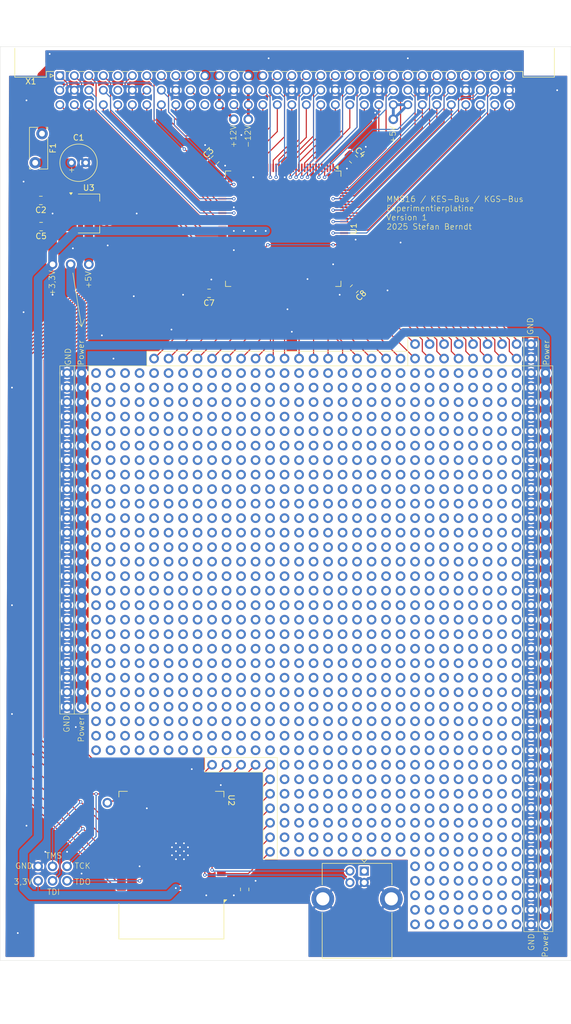
<source format=kicad_pcb>
(kicad_pcb (version 20241229) (generator "pcbnew") (generator_version "9.0")
  (title_block (title "MMS16-Experimentierplatine") (date "2025-12-07") (rev "1") (comment 1 "Revision 1, 11/2025, Stefan Berndt"))
  (layers (0 "F.Cu" signal) (2 "B.Cu" signal) (13 "F.Paste" user) (15 "B.Paste" user) (5 "F.SilkS" user "F.Silkscreen") (7 "B.SilkS" user "B.Silkscreen") (1 "F.Mask" user) (3 "B.Mask" user) (25 "Edge.Cuts" user))
  (net 0 "")
  (net 1 "-ADRE")
  (net 2 "A")
  (net 4 "-IOWC")
  (net 5 "-DAT7")
  (net 6 "-ADRC")
  (net 7 "-INT1")
  (net 8 "B")
  (net 9 "-IORC")
  (net 10 "-ADR12")
  (net 11 "-INT3")
  (net 12 "-BHEN")
  (net 13 "-ADR6")
  (net 14 "-ADRD")
  (net 15 "-ADR8")
  (net 16 "-ADR9")
  (net 17 "-DAT3")
  (net 18 "-MRDC")
  (net 19 "-DAT9")
  (net 20 "-ADRF")
  (net 21 "-DAT2")
  (net 22 "-INT2")
  (net 23 "-ADR0")
  (net 25 "-DATE")
  (net 26 "-DAT5")
  (net 27 "-ADR17")
  (net 31 "-ADRA")
  (net 32 "-INT5")
  (net 33 "-ADR11")
  (net 34 "-ADR7")
  (net 36 "-ADR10")
  (net 37 "-ADR15")
  (net 38 "-MWTC")
  (net 39 "-DATF")
  (net 40 "-INT6")
  (net 41 "-ADRB")
  (net 42 "-INT0")
  (net 43 "-INIT")
  (net 44 "-DATD")
  (net 45 "-DAT4")
  (net 46 "-INT4")
  (net 47 "-ADR4")
  (net 48 "-DAT6")
  (net 49 "-ADR1")
  (net 50 "-DAT8")
  (net 51 "-DATB")
  (net 52 "-ADR3")
  (net 53 "-DATA")
  (net 54 "-ADR2")
  (net 55 "-DATC")
  (net 56 "-ADR14")
  (net 57 "-DAT0")
  (net 58 "-ADR5")
  (net 59 "-INH1")
  (net 60 "-ADR16")
  (net 61 "-ADR13")
  (net 62 "-INT7")
  (net 63 "-XACK")
  (net 64 "-DAT1")
  (net 70 "ESP04")
  (net 71 "ESP03")
  (net 72 "ESP08")
  (net 73 "ESP05")
  (net 74 "ESP12")
  (net 75 "ESP09")
  (net 76 "ESP10")
  (net 77 "ESP11")
  (net 78 "ESP06")
  (net 79 "ESP01")
  (net 80 "ESP02")
  (net 81 "ESP07")
  (net 82 "C")
  (net 83 "-CCLK")
  (net 84 "-BUSY")
  (net 85 "+12V")
  (net 86 "-CBRQ")
  (net 87 "-INTA")
  (net 88 "-12V")
  (net 89 "-BCLK")
  (net 90 "-BREQ")
  (net 91 "-INH2")
  (net 92 "-BPRO")
  (net 93 "-LOCK")
  (net 94 "-BPRN")
  (net 95 "TMS")
  (net 96 "TDO")
  (net 97 "TDI")
  (net 98 "TCK")
  (net 99 "Net-(J35-Pin_1)")
  (net 100 "Net-(J42-Pin_1)")
  (net 101 "Net-(J43-Pin_1)")
  (net 102 "Net-(J44-Pin_1)")
  (net 103 "Net-(J45-Pin_1)")
  (net 104 "Net-(J46-Pin_1)")
  (net 105 "Net-(J47-Pin_1)")
  (net 106 "Net-(J48-Pin_1)")
  (net 107 "Net-(J1-Pin_1)")
  (net 108 "Net-(J2-Pin_1)")
  (net 109 "Net-(J3-Pin_1)")
  (net 110 "Net-(J5-Pin_1)")
  (net 111 "Net-(J6-Pin_1)")
  (net 112 "Net-(J7-Pin_1)")
  (net 113 "Net-(J8-Pin_1)")
  (net 114 "Net-(J9-Pin_1)")
  (net 115 "Net-(J10-Pin_1)")
  (net 116 "Net-(J11-Pin_1)")
  (net 117 "Net-(J12-Pin_1)")
  (net 118 "Net-(J13-Pin_1)")
  (net 119 "Net-(J14-Pin_1)")
  (net 120 "Net-(J15-Pin_1)")
  (net 121 "Net-(J16-Pin_1)")
  (net 122 "Net-(J17-Pin_1)")
  (net 123 "Net-(J18-Pin_1)")
  (net 124 "Net-(J19-Pin_1)")
  (net 125 "Net-(J20-Pin_1)")
  (net 126 "Net-(J21-Pin_1)")
  (net 127 "Net-(J22-Pin_1)")
  (net 128 "Net-(J23-Pin_1)")
  (net 129 "Net-(J24-Pin_1)")
  (net 130 "Net-(J25-Pin_1)")
  (net 131 "Net-(J26-Pin_1)")
  (net 132 "Net-(J27-Pin_1)")
  (net 133 "Net-(J28-Pin_1)")
  (net 134 "Net-(J29-Pin_1)")
  (net 135 "Net-(J30-Pin_1)")
  (net 136 "Net-(J31-Pin_1)")
  (net 137 "Net-(J32-Pin_1)")
  (net 138 "Net-(J33-Pin_1)")
  (net 139 "Net-(J40-Pin_1)")
  (net 140 "Net-(J41-Pin_1)")
  (net 141 "ESP13")
  (net 142 "AF")
  (net 143 "Net-(J49-Pin_1)")
  (net 144 "Net-(J51-Pin_1)")
  (net 145 "Net-(J52-Pin_1)")
  (net 146 "Net-(J4-D+)")
  (net 148 "Net-(J4-D-)")
  (net 149 "AS")
  (net 150 "A2")
  (net 151 "Net-(J55-Pin_1)")
  (net 152 "-BUS-STOP")
  (net 153 "-BAO")
  (net 154 "-MREQ")
  (net 155 "-Z80-INTA")
  (footprint "" (layer "F.Cu") (at 96.52 139.700001 180)
    (property "Reference" "")
    (property "Value" "")
  )
  (footprint "" (layer "F.Cu") (at 134.62 152.399999 180)
    (property "Reference" "")
    (property "Value" "")
  )
  (footprint "" (layer "F.Cu") (at 96.52 152.4 180)
    (property "Reference" "")
    (property "Value" "")
  )
  (footprint "" (layer "F.Cu") (at 81.28 119.380001 180)
    (property "Reference" "")
    (property "Value" "")
  )
  (footprint "" (layer "F.Cu") (at 68.58 109.220001 180)
    (property "Reference" "" (hide yes))
    (property "Value" "")
  )
  (footprint "" (layer "F.Cu") (at 137.16 142.24 180)
    (property "Reference" "")
    (property "Value" "")
  )
  (footprint "" (layer "F.Cu") (at 73.66 137.159999 180)
    (property "Reference" "")
    (property "Value" "")
  )
  (footprint "" (layer "F.Cu") (at 139.7 177.8)
    (property "Reference" "")
    (property "Value" "")
  )
  (footprint "" (layer "F.Cu") (at 129.54 119.38 180)
    (property "Reference" "")
    (property "Value" "")
  )
  (footprint "" (layer "F.Cu") (at 58.42 152.4)
    (property "Reference" "")
    (property "Value" "")
  )
  (footprint "" (layer "F.Cu") (at 121.92 134.620001 180)
    (property "Reference" "")
    (property "Value" "")
  )
  (footprint "" (layer "F.Cu") (at 88.9 119.379999 180)
    (property "Reference" "")
    (property "Value" "")
  )
  (footprint "" (layer "F.Cu") (at 124.46 154.940001 180)
    (property "Reference" "")
    (property "Value" "")
  )
  (footprint "" (layer "F.Cu") (at 81.28 132.08 180)
    (property "Reference" "")
    (property "Value" "")
  )
  (footprint "" (layer "F.Cu") (at 66.04 165.1 180)
    (property "Reference" "")
    (property "Value" "")
  )
  (footprint "Library:PinHeader_1x01_P2.54mm_Vertical" (layer "F.Cu") (at 93.98 96.52)
    (property "Reference" "J33" (hide yes))
    (property "Value" "Conn_01x01_Pin")
  )
  (footprint "" (layer "F.Cu") (at 139.7 101.6)
    (property "Reference" "")
    (property "Value" "")
  )
  (footprint "" (layer "F.Cu") (at 139.7 193.039998 180)
    (property "Reference" "")
    (property "Value" "")
  )
  (footprint "" (layer "F.Cu") (at 104.14 180.34 180)
    (property "Reference" "")
    (property "Value" "")
  )
  (footprint "" (layer "F.Cu") (at 109.22 172.719999 180)
    (property "Reference" "")
    (property "Value" "")
  )
  (footprint "Library:PinHeader_1x01_P2.54mm_Vertical" (layer "F.Cu") (at 116.84 93.98)
    (property "Reference" "J17" (hide yes))
    (property "Value" "Conn_01x01_Pin")
  )
  (footprint "" (layer "F.Cu") (at 91.44 134.619998 180)
    (property "Reference" "")
    (property "Value" "")
  )
  (footprint "" (layer "F.Cu") (at 101.6 134.62 180)
    (property "Reference" "")
    (property "Value" "")
  )
  (footprint "" (layer "F.Cu") (at 99.06 170.179998 180)
    (property "Reference" "")
    (property "Value" "")
  )
  (footprint "" (layer "F.Cu") (at 55.88 152.4)
    (property "Reference" "")
    (property "Value" "")
  )
  (footprint "" (layer "F.Cu") (at 66.04 132.08 180)
    (property "Reference" "")
    (property "Value" "")
  )
  (footprint "" (layer "F.Cu") (at 129.54 104.139999 180)
    (property "Reference" "" (hide yes))
    (property "Value" "")
  )
  (footprint "" (layer "F.Cu") (at 114.3 172.719999 180)
    (property "Reference" "")
    (property "Value" "")
  )
  (footprint "" (layer "F.Cu") (at 137.16 93.98 180)
    (property "Reference" "" (hide yes))
    (property "Value" "")
  )
  (footprint "" (layer "F.Cu") (at 71.12 162.56 180)
    (property "Reference" "")
    (property "Value" "")
  )
  (footprint "" (layer "F.Cu") (at 96.52 114.3 180)
    (property "Reference" "" (hide yes))
    (property "Value" "")
  )
  (footprint "" (layer "F.Cu") (at 116.84 149.860002 180)
    (property "Reference" "")
    (property "Value" "")
  )
  (footprint "" (layer "F.Cu") (at 93.98 167.639998)
    (property "Reference" "" (hide yes))
    (property "Value" "")
  )
  (footprint "" (layer "F.Cu") (at 55.88 109.22)
    (property "Reference" "" (hide yes))
    (property "Value" "")
  )
  (footprint "" (layer "F.Cu") (at 121.92 111.760001 180)
    (property "Reference" "" (hide yes))
    (property "Value" "")
  )
  (footprint "" (layer "F.Cu") (at 106.68 109.219999 180)
    (property "Reference" "" (hide yes))
    (property "Value" "")
  )
  (footprint "" (layer "F.Cu") (at 132.08 137.159998 180)
    (property "Reference" "")
    (property "Value" "")
  )
  (footprint "" (layer "F.Cu") (at 109.22 109.219999 180)
    (property "Reference" "" (hide yes))
    (property "Value" "")
  )
  (footprint "" (layer "F.Cu") (at 129.54 180.339999 180)
    (property "Reference" "")
    (property "Value" "")
  )
  (footprint "" (layer "F.Cu") (at 109.22 99.059998 180)
    (property "Reference" "" (hide yes))
    (property "Value" "")
  )
  (footprint "" (layer "F.Cu") (at 71.12 101.6 180)
    (property "Reference" "" (hide yes))
    (property "Value" "")
  )
  (footprint "" (layer "F.Cu") (at 119.38 111.760001 180)
    (property "Reference" "" (hide yes))
    (property "Value" "")
  )
  (footprint "" (layer "F.Cu") (at 55.88 116.84)
    (property "Reference" "")
    (property "Value" "")
  )
  (footprint "" (layer "F.Cu") (at 132.08 193.04 180)
    (property "Reference" "")
    (property "Value" "")
  )
  (footprint "" (layer "F.Cu") (at 81.28 116.84 180)
    (property "Reference" "")
    (property "Value" "")
  )
  (footprint "" (layer "F.Cu") (at 139.7 185.419998 180)
    (property "Reference" "")
    (property "Value" "")
  )
  (footprint "" (layer "F.Cu") (at 71.12 116.84 180)
    (property "Reference" "")
    (property "Value" "")
  )
  (footprint "" (layer "F.Cu") (at 116.84 99.060001 180)
    (property "Reference" "" (hide yes))
    (property "Value" "")
  )
  (footprint "Library:PinHeader_1x01_P2.54mm_Vertical" (layer "F.Cu") (at 129.54 93.98)
    (property "Reference" "J6" (hide yes))
    (property "Value" "Conn_01x01_Pin")
  )
  (footprint "" (layer "F.Cu") (at 124.46 195.580001 180)
    (property "Reference" "")
    (property "Value" "")
  )
  (footprint "" (layer "F.Cu") (at 127 104.139999 180)
    (property "Reference" "" (hide yes))
    (property "Value" "")
  )
  (footprint "" (layer "F.Cu") (at 124.46 152.400001 180)
    (property "Reference" "")
    (property "Value" "")
  )
  (footprint "" (layer "F.Cu") (at 134.62 177.799999 180)
    (property "Reference" "")
    (property "Value" "")
  )
  (footprint "" (layer "F.Cu") (at 83.82 162.56 180)
    (property "Reference" "" (hide yes))
    (property "Value" "")
  )
  (footprint "" (layer "F.Cu") (at 96.52 165.1 180)
    (property "Reference" "" (hide yes))
    (property "Value" "")
  )
  (footprint "" (layer "F.Cu") (at 134.62 170.179999 180)
    (property "Reference" "")
    (property "Value" "")
  )
  (footprint "" (layer "F.Cu") (at 91.44 129.539997 180)
    (property "Reference" "")
    (property "Value" "")
  )
  (footprint "" (layer "F.Cu") (at 132.08 147.319999 180)
    (property "Reference" "")
    (property "Value" "")
  )
  (footprint "" (layer "F.Cu") (at 99.06 111.76 180)
    (property "Reference" "" (hide yes))
    (property "Value" "")
  )
  (footprint "" (layer "F.Cu") (at 73.66 160.019999 180)
    (property "Reference" "")
    (property "Value" "")
  )
  (footprint "" (layer "F.Cu") (at 104.14 154.94 180)
    (property "Reference" "")
    (property "Value" "")
  )
  (footprint "" (layer "F.Cu") (at 91.44 124.459998 180)
    (property "Reference" "")
    (property "Value" "")
  )
  (footprint "" (layer "F.Cu") (at 73.66 121.92 180)
    (property "Reference" "")
    (property "Value" "")
  )
  (footprint "" (layer "F.Cu") (at 111.76 152.399998 180)
    (property "Reference" "")
    (property "Value" "")
  )
  (footprint "" (layer "F.Cu") (at 93.98 180.339998)
    (property "Reference" "" (hide yes))
    (property "Value" "")
  )
  (footprint "" (layer "F.Cu") (at 109.22 167.639998 180)
    (property "Reference" "")
    (property "Value" "")
  )
  (footprint "" (layer "F.Cu") (at 104.14 165.1 180)
    (property "Reference" "")
    (property "Value" "")
  )
  (footprint "Library:PinHeader_1x01_P2.54mm_Vertical" (layer "F.Cu") (at 55.88 185.42)
    (property "Reference" "J50" (hide yes))
    (property "Value" "Conn_01x01_Pin")
  )
  (footprint "" (layer "F.Cu") (at 137.16 172.72 180)
    (property "Reference" "")
    (property "Value" "")
  )
  (footprint "" (layer "F.Cu") (at 121.92 116.840001 180)
    (property "Reference" "")
    (property "Value" "")
  )
  (footprint "" (layer "F.Cu") (at 60.96 134.620002 180)
    (property "Reference" "")
    (property "Value" "")
  )
  (footprint "" (layer "F.Cu") (at 129.54 195.580001 180)
    (property "Reference" "")
    (property "Value" "")
  )
  (footprint "" (layer "F.Cu") (at 63.5 160.020001 180)
    (property "Reference" "")
    (property "Value" "")
  )
  (footprint "" (layer "F.Cu") (at 129.54 177.799999 180)
    (property "Reference" "")
    (property "Value" "")
  )
  (footprint "" (layer "F.Cu") (at 137.16 195.579999 180)
    (property "Reference" "")
    (property "Value" "")
  )
  (footprint "Capacitor_THT:C_Radial_D6.3mm_H5.0mm_P2.50mm" (layer "F.Cu") (at 56.642 62.23)
    (property "Reference" "C1")
    (property "Value" "C_Polarized")
  )
  (footprint "" (layer "F.Cu") (at 55.88 137.16)
    (property "Reference" "")
    (property "Value" "")
  )
  (footprint "" (layer "F.Cu") (at 81.28 149.860001 180)
    (property "Reference" "")
    (property "Value" "")
  )
  (footprint "" (layer "F.Cu") (at 129.54 129.539998 180)
    (property "Reference" "")
    (property "Value" "")
  )
  (footprint "" (layer "F.Cu") (at 119.38 116.840001 180)
    (property "Reference" "")
    (property "Value" "")
  )
  (footprint "" (layer "F.Cu") (at 104.14 106.679999 180)
    (property "Reference" "" (hide yes))
    (property "Value" "")
  )
  (footprint "" (layer "F.Cu") (at 134.62 182.879998 180)
    (property "Reference" "")
    (property "Value" "")
  )
  (footprint "" (layer "F.Cu") (at 111.76 147.319998 180)
    (property "Reference" "")
    (property "Value" "")
  )
  (footprint "" (layer "F.Cu") (at 111.76 144.779998 180)
    (property "Reference" "")
    (property "Value" "")
  )
  (footprint "" (layer "F.Cu") (at 137.16 132.08 180)
    (property "Reference" "")
    (property "Value" "")
  )
  (footprint "" (layer "F.Cu") (at 68.58 124.46 180)
    (property "Reference" "")
    (property "Value" "")
  )
  (footprint "" (layer "F.Cu") (at 81.28 106.679999 180)
    (property "Reference" "" (hide yes))
    (property "Value" "")
  )
  (footprint "" (layer "F.Cu") (at 129.54 111.759999 180)
    (property "Reference" "" (hide yes))
    (property "Value" "")
  )
  (footprint "" (layer "F.Cu") (at 134.62 104.139999 180)
    (property "Reference" "" (hide yes))
    (property "Value" "")
  )
  (footprint "" (layer "F.Cu") (at 63.5 124.460002 180)
    (property "Reference" "")
    (property "Value" "")
  )
  (footprint "" (layer "F.Cu") (at 101.6 111.76 180)
    (property "Reference" "" (hide yes))
    (property "Value" "")
  )
  (footprint "Library:PinHeader_1x01_P2.54mm_Vertical" (layer "F.Cu") (at 50.8 185.42)
    (property "Reference" "J36" (hide yes))
    (property "Value" "Conn_01x01_Pin")
  )
  (footprint "" (layer "F.Cu") (at 116.84 142.240001 180)
    (property "Reference" "")
    (property "Value" "")
  )
  (footprint "" (layer "F.Cu") (at 134.62 132.079999 180)
    (property "Reference" "")
    (property "Value" "")
  )
  (footprint "" (layer "F.Cu") (at 134.62 111.759999 180)
    (property "Reference" "" (hide yes))
    (property "Value" "")
  )
  (footprint "" (layer "F.Cu") (at 71.12 109.220001 180)
    (property "Reference" "" (hide yes))
    (property "Value" "")
  )
  (footprint "" (layer "F.Cu") (at 66.04 114.3 180)
    (property "Reference" "" (hide yes))
    (property "Value" "")
  )
  (footprint "" (layer "F.Cu") (at 106.68 139.699999 180)
    (property "Reference" "")
    (property "Value" "")
  )
  (footprint "" (layer "F.Cu") (at 55.88 99.06)
    (property "Reference" "" (hide yes))
    (property "Value" "")
  )
  (footprint "" (layer "F.Cu") (at 78.74 104.14 180)
    (property "Reference" "" (hide yes))
    (property "Value" "")
  )
  (footprint "" (layer "F.Cu") (at 106.68 111.759998 180)
    (property "Reference" "" (hide yes))
    (property "Value" "")
  )
  (footprint "" (layer "F.Cu") (at 78.74 160.019999 180)
    (property "Reference" "")
    (property "Value" "")
  )
  (footprint "" (layer "F.Cu") (at 81.28 111.76 180)
    (property "Reference" "" (hide yes))
    (property "Value" "")
  )
  (footprint "" (layer "F.Cu") (at 139.7 111.76)
    (property "Reference" "")
    (property "Value" "")
  )
  (footprint "Library:PinHeader_1x01_P2.54mm_Vertical" (layer "F.Cu") (at 127 93.98)
    (property "Reference" "J8" (hide yes))
    (property "Value" "Conn_01x01_Pin")
  )
  (footprint "" (layer "F.Cu") (at 71.12 144.78 180)
    (property "Reference" "")
    (property "Value" "")
  )
  (footprint "" (layer "F.Cu") (at 81.28 147.32 180)
    (property "Reference" "")
    (property "Value" "")
  )
  (footprint "" (layer "F.Cu") (at 68.58 132.08 180)
    (property "Reference" "")
    (property "Value" "")
  )
  (footprint "" (layer "F.Cu") (at 111.76 109.219999 180)
    (property "Reference" "" (hide yes))
    (property "Value" "")
  )
  (footprint "" (layer "F.Cu") (at 76.2 147.32 180)
    (property "Reference" "")
    (property "Value" "")
  )
  (footprint "" (layer "F.Cu") (at 91.44 111.759998 180)
    (property "Reference" "" (hide yes))
    (property "Value" "")
  )
  (footprint "" (layer "F.Cu") (at 119.38 187.959997 180)
    (property "Reference" "")
    (property "Value" "")
  )
  (footprint "Capacitor_SMD:C_0805_2012Metric_Pad1.18x1.45mm_HandSolder" (layer "F.Cu") (at 51.3295 73.406 180)
    (property "Reference" "C5")
    (property "Value" "C")
  )
  (footprint "" (layer "F.Cu") (at 116.84 127.000001 180)
    (property "Reference" "")
    (property "Value" "")
  )
  (footprint "" (layer "F.Cu") (at 121.92 185.419997 180)
    (property "Reference" "")
    (property "Value" "")
  )
  (footprint "" (layer "F.Cu") (at 132.08 177.799999 180)
    (property "Reference" "")
    (property "Value" "")
  )
  (footprint "" (layer "F.Cu") (at 139.7 106.68)
    (property "Reference" "")
    (property "Value" "")
  )
  (footprint "" (layer "F.Cu") (at 111.76 157.479998 180)
    (property "Reference" "")
    (property "Value" "")
  )
  (footprint "" (layer "F.Cu") (at 121.92 104.140001 180)
    (property "Reference" "" (hide yes))
    (property "Value" "")
  )
  (footprint "" (layer "F.Cu") (at 139.7 147.32)
    (property "Reference" "")
    (property "Value" "")
  )
  (footprint "" (layer "F.Cu") (at 83.82 121.92 180)
    (property "Reference" "")
    (property "Value" "")
  )
  (footprint "" (layer "F.Cu") (at 127 129.539998 180)
    (property "Reference" "")
    (property "Value" "")
  )
  (footprint "" (layer "F.Cu") (at 139.7 165.1)
    (property "Reference" "")
    (property "Value" "")
  )
  (footprint "" (layer "F.Cu") (at 99.06 167.639998 180)
    (property "Reference" "")
    (property "Value" "")
  )
  (footprint "" (layer "F.Cu") (at 139.7 182.88)
    (property "Reference" "")
    (property "Value" "")
  )
  (footprint "" (layer "F.Cu") (at 76.2 127 180)
    (property "Reference" "")
    (property "Value" "")
  )
  (footprint "Package_TO_SOT_SMD:SOT-223-3_TabPin2" (layer "F.Cu") (at 59.69 71.12)
    (property "Reference" "U3")
    (property "Value" "LT1963AxST-3.3")
  )
  (footprint "Library:PinHeader_1x01_P2.54mm_Vertical" (layer "F.Cu") (at 134.62 96.52)
    (property "Reference" "J2" (hide yes))
    (property "Value" "Conn_01x01_Pin")
  )
  (footprint "" (layer "F.Cu") (at 119.38 124.460001 180)
    (property "Reference" "")
    (property "Value" "")
  )
  (footprint "" (layer "F.Cu") (at 68.58 149.860001 180)
    (property "Reference" "")
    (property "Value" "")
  )
  (footprint "" (layer "F.Cu") (at 73.66 119.380001 180)
    (property "Reference" "")
    (property "Value" "")
  )
  (footprint "" (layer "F.Cu") (at 93.98 165.099998 180)
    (property "Reference" "" (hide yes))
    (property "Value" "")
  )
  (footprint "" (layer "F.Cu") (at 116.84 182.88 180)
    (property "Reference" "")
    (property "Value" "")
  )
  (footprint "" (layer "F.Cu") (at 86.36 116.839998 180)
    (property "Reference" "")
    (property "Value" "")
  )
  (footprint "" (layer "F.Cu") (at 66.04 99.06 180)
    (property "Reference" "" (hide yes))
    (property "Value" "")
  )
  (footprint "" (layer "F.Cu") (at 81.28 134.62 180)
    (property "Reference" "")
    (property "Value" "")
  )
  (footprint "" (layer "F.Cu") (at 134.62 165.099999 180)
    (property "Reference" "")
    (property "Value" "")
  )
  (footprint "" (layer "F.Cu") (at 58.42 139.7)
    (property "Reference" "")
    (property "Value" "")
  )
  (footprint "" (layer "F.Cu") (at 83.82 165.1 180)
    (property "Reference" "" (hide yes))
    (property "Value" "")
  )
  (footprint "" (layer "F.Cu") (at 119.38 160.02 180)
    (property "Reference" "")
    (property "Value" "")
  )
  (footprint "" (layer "F.Cu") (at 88.9 101.599998 180)
    (property "Reference" "" (hide yes))
    (property "Value" "")
  )
  (footprint "" (layer "F.Cu") (at 60.96 119.380003 180)
    (property "Reference" "")
    (property "Value" "")
  )
  (footprint "" (layer "F.Cu") (at 68.58 154.94 180)
    (property "Reference" "")
    (property "Value" "")
  )
  (footprint "" (layer "F.Cu") (at 111.76 116.839998 180)
    (property "Reference" "")
    (property "Value" "")
  )
  (footprint "" (layer "F.Cu") (at 86.36 129.539997 180)
    (property "Reference" "")
    (property "Value" "")
  )
  (footprint "" (layer "F.Cu") (at 129.54 170.179999 180)
    (property "Reference" "")
    (property "Value" "")
  )
  (footprint "" (layer "F.Cu") (at 127 195.580001 180)
    (property "Reference" "")
    (property "Value" "")
  )
  (footprint "" (layer "F.Cu") (at 86.36 162.559998 180)
    (property "Reference" "" (hide yes))
    (property "Value" "")
  )
  (footprint "" (layer "F.Cu") (at 127 165.099999 180)
    (property "Reference" "")
    (property "Value" "")
  )
  (footprint "" (layer "F.Cu") (at 86.36 137.159997 180)
    (property "Reference" "")
    (property "Value" "")
  )
  (footprint "Library:PinHeader_1x01_P2.54mm_Vertical" (layer "F.Cu") (at 91.44 170.18)
    (property "Reference" "J46" (hide yes))
    (property "Value" "Conn_01x01_Pin")
  )
  (footprint "" (layer "F.Cu") (at 116.84 137.16 180)
    (property "Reference" "")
    (property "Value" "")
  )
  (footprint "" (layer "F.Cu") (at 68.58 111.76 180)
    (property "Reference" "" (hide yes))
    (property "Value" "")
  )
  (footprint "" (layer "F.Cu") (at 76.2 119.380001 180)
    (property "Reference" "")
    (property "Value" "")
  )
  (footprint "" (layer "F.Cu") (at 93.98 172.719999)
    (property "Reference" "" (hide yes))
    (property "Value" "")
  )
  (footprint "" (layer "F.Cu") (at 60.96 111.760002 180)
    (property "Reference" "" (hide yes))
    (property "Value" "")
  )
  (footprint "" (layer "F.Cu") (at 93.98 114.299998 180)
    (property "Reference" "" (hide yes))
    (property "Value" "")
  )
  (footprint "" (layer "F.Cu") (at 78.74 165.1 180)
    (property "Reference" "" (hide yes))
    (property "Value" "")
  )
  (footprint "" (layer "F.Cu") (at 106.68 175.259998 180)
    (property "Reference" "")
    (property "Value" "")
  )
  (footprint "Library:PinHeader_1x01_P2.54mm_Vertical" (layer "F.Cu") (at 119.38 96.52)
    (property "Reference" "J18" (hide yes))
    (property "Value" "Conn_01x01_Pin")
  )
  (footprint "" (layer "F.Cu") (at 109.22 116.839998 180)
    (property "Reference" "")
    (property "Value" "")
  )
  (footprint "" (layer "F.Cu") (at 93.98 116.839998 180)
    (property "Reference" "")
    (property "Value" "")
  )
  (footprint "" (layer "F.Cu") (at 121.92 114.300001 180)
    (property "Reference" "" (hide yes))
    (property "Value" "")
  )
  (footprint "" (layer "F.Cu") (at 71.12 124.46 180)
    (property "Reference" "")
    (property "Value" "")
  )
  (footprint "" (layer "F.Cu") (at 81.28 142.24 180)
    (property "Reference" "")
    (property "Value" "")
  )
  (footprint "" (layer "F.Cu") (at 71.12 142.24 180)
    (property "Reference" "")
    (property "Value" "")
  )
  (footprint "" (layer "F.Cu") (at 137.16 193.039998 180)
    (property "Reference" "")
    (property "Value" "")
  )
  (footprint "Library:PinHeader_1x01_P2.54mm_Vertical" (layer "F.Cu") (at 111.76 96.52)
    (property "Reference" "J26" (hide yes))
    (property "Value" "Conn_01x01_Pin")
  )
  (footprint "" (layer "F.Cu") (at 116.84 101.600001 180)
    (property "Reference" "" (hide yes))
    (property "Value" "")
  )
  (footprint "" (layer "F.Cu") (at 63.5 121.920002 180)
    (property "Reference" "")
    (property "Value" "")
  )
  (footprint "" (layer "F.Cu") (at 101.6 127 180)
    (property "Reference" "")
    (property "Value" "")
  )
  (footprint "" (layer "F.Cu") (at 66.04 152.4 180)
    (property "Reference" "")
    (property "Value" "")
  )
  (footprint "" (layer "F.Cu") (at 66.04 121.92 180)
    (property "Reference" "")
    (property "Value" "")
  )
  (footprint "Fuse:Fuse_Bourns_MF-RG300" (layer "F.Cu") (at 51.492001 57.13 -90)
    (property "Reference" "F1")
    (property "Value" "Polyfuse")
  )
  (footprint "" (layer "F.Cu") (at 132.08 157.479999 180)
    (property "Reference" "")
    (property "Value" "")
  )
  (footprint "" (layer "F.Cu") (at 96.52 170.179998 180)
    (property "Reference" "" (hide yes))
    (property "Value" "")
  )
  (footprint "" (layer "F.Cu") (at 106.68 106.679997 180)
    (property "Reference" "" (hide yes))
    (property "Value" "")
  )
  (footprint "" (layer "F.Cu") (at 96.52 180.339998 180)
    (property "Reference" "" (hide yes))
    (property "Value" "")
  )
  (footprint "" (layer "F.Cu") (at 86.36 147.319998 180)
    (property "Reference" "")
    (property "Value" "")
  )
  (footprint "" (layer "F.Cu") (at 93.98 177.799998)
    (property "Reference" "" (hide yes))
    (property "Value" "")
  )
  (footprint "" (layer "F.Cu") (at 127 99.059999 180)
    (property "Reference" "" (hide yes))
    (property "Value" "")
  )
  (footprint "" (layer "F.Cu") (at 91.44 99.059998 180)
    (property "Reference" "" (hide yes))
    (property "Value" "")
  )
  (footprint "" (layer "F.Cu") (at 63.5 116.840002 180)
    (property "Reference" "")
    (property "Value" "")
  )
  (footprint "" (layer "F.Cu") (at 109.22 124.459998 180)
    (property "Reference" "")
    (property "Value" "")
  )
  (footprint "" (layer "F.Cu") (at 76.2 144.78 180)
    (property "Reference" "")
    (property "Value" "")
  )
  (footprint "" (layer "F.Cu") (at 96.52 147.32 180)
    (property "Reference" "")
    (property "Value" "")
  )
  (footprint "Library:PinHeader_1x01_P2.54mm_Vertical" (layer "F.Cu") (at 83.82 96.52)
    (property "Reference" "J29" (hide yes))
    (property "Value" "Conn_01x01_Pin")
  )
  (footprint "" (layer "F.Cu") (at 68.58 121.92 180)
    (property "Reference" "")
    (property "Value" "")
  )
  (footprint "" (layer "F.Cu") (at 91.44 139.699999 180)
    (property "Reference" "")
    (property "Value" "")
  )
  (footprint "" (layer "F.Cu") (at 96.52 182.879997 180)
    (property "Reference" "" (hide yes))
    (property "Value" "")
  )
  (footprint "" (layer "F.Cu") (at 99.06 104.14 180)
    (property "Reference" "" (hide yes))
    (property "Value" "")
  )
  (footprint "" (layer "F.Cu") (at 66.04 139.700001 180)
    (property "Reference" "")
    (property "Value" "")
  )
  (footprint "Library:PinHeader_1x01_P2.54mm_Vertical" (layer "F.Cu") (at 106.68 96.52)
    (property "Reference" "J24" (hide yes))
    (property "Value" "Conn_01x01_Pin")
  )
  (footprint "" (layer "F.Cu") (at 78.74 132.08 180)
    (property "Reference" "")
    (property "Value" "")
  )
  (footprint "" (layer "F.Cu") (at 96.52 106.679999 180)
    (property "Reference" "" (hide yes))
    (property "Value" "")
  )
  (footprint "" (layer "F.Cu") (at 114.3 142.239998 180)
    (property "Reference" "")
    (property "Value" "")
  )
  (footprint "" (layer "F.Cu") (at 83.82 149.860001 180)
    (property "Reference" "")
    (property "Value" "")
  )
  (footprint "" (layer "F.Cu") (at 124.46 162.560001 180)
    (property "Reference" "")
    (property "Value" "")
  )
  (footprint "" (layer "F.Cu") (at 85.09 54.61)
    (property "Reference" "")
    (property "Value" "")
  )
  (footprint "" (layer "F.Cu") (at 132.08 149.86 180)
    (property "Reference" "")
    (property "Value" "")
  )
  (footprint "" (layer "F.Cu") (at 129.54 149.86 180)
    (property "Reference" "")
    (property "Value" "")
  )
  (footprint "" (layer "F.Cu") (at 93.98 160.019997 180)
    (property "Reference" "")
    (property "Value" "")
  )
  (footprint "" (layer "F.Cu") (at 73.66 142.24 180)
    (property "Reference" "")
    (property "Value" "")
  )
  (footprint "" (layer "F.Cu") (at 111.76 126.999998 180)
    (property "Reference" "")
    (property "Value" "")
  )
  (footprint "" (layer "F.Cu") (at 121.92 101.600001 180)
    (property "Reference" "" (hide yes))
    (property "Value" "")
  )
  (footprint "" (layer "F.Cu") (at 129.54 101.599999 180)
    (property "Reference" "" (hide yes))
    (property "Value" "")
  )
  (footprint "" (layer "F.Cu") (at 60.96 129.540001 180)
    (property "Reference" "")
    (property "Value" "")
  )
  (footprint "" (layer "F.Cu") (at 76.2 149.860001 180)
    (property "Reference" "")
    (property "Value" "")
  )
  (footprint "" (layer "F.Cu") (at 104.14 127 180)
    (property "Reference" "")
    (property "Value" "")
  )
  (footprint "" (layer "F.Cu") (at 127 149.86 180)
    (property "Reference" "")
    (property "Value" "")
  )
  (footprint "" (layer "F.Cu") (at 134.62 134.619999 180)
    (property "Reference" "")
    (property "Value" "")
  )
  (footprint "" (layer "F.Cu") (at 124.46 106.68 180)
    (property "Reference" "" (hide yes))
    (property "Value" "")
  )
  (footprint "" (layer "F.Cu") (at 127 106.679998 180)
    (property "Reference" "" (hide yes))
    (property "Value" "")
  )
  (footprint "" (layer "F.Cu") (at 76.2 111.76 180)
    (property "Reference" "" (hide yes))
    (property "Value" "")
  )
  (footprint "" (layer "F.Cu") (at 81.28 144.78 180)
    (property "Reference" "")
    (property "Value" "")
  )
  (footprint "" (layer "F.Cu") (at 134.62 147.319999 180)
    (property "Reference" "")
    (property "Value" "")
  )
  (footprint "" (layer "F.Cu") (at 96.52 175.259998 180)
    (property "Reference" "" (hide yes))
    (property "Value" "")
  )
  (footprint "" (layer "F.Cu") (at 81.28 137.159999 180)
    (property "Reference" "")
    (property "Value" "")
  )
  (footprint "" (layer "F.Cu") (at 111.76 139.699999 180)
    (property "Reference" "")
    (property "Value" "")
  )
  (footprint "" (layer "F.Cu") (at 99.06 142.24 180)
    (property "Reference" "")
    (property "Value" "")
  )
  (footprint "" (layer "F.Cu") (at 71.12 149.860001 180)
    (property "Reference" "")
    (property "Value" "")
  )
  (footprint "" (layer "F.Cu") (at 81.28 162.56 180)
    (property "Reference" "" (hide yes))
    (property "Value" "")
  )
  (footprint "" (layer "F.Cu") (at 76.2 137.159999 180)
    (property "Reference" "")
    (property "Value" "")
  )
  (footprint "" (layer "F.Cu") (at 106.68 119.379999 180)
    (property "Reference" "")
    (property "Value" "")
  )
  (footprint "" (layer "F.Cu") (at 109.22 111.759998 180)
    (property "Reference" "" (hide yes))
    (property "Value" "")
  )
  (footprint "" (layer "F.Cu") (at 132.08 121.919999 180)
    (property "Reference" "")
    (property "Value" "")
  )
  (footprint "" (layer "F.Cu") (at 86.36 134.619998 180)
    (property "Reference" "")
    (property "Value" "")
  )
  (footprint "" (layer "F.Cu") (at 119.38 101.600001 180)
    (property "Reference" "" (hide yes))
    (property "Value" "")
  )
  (footprint "" (layer "F.Cu") (at 91.44 147.319998 180)
    (property "Reference" "")
    (property "Value" "")
  )
  (footprint "" (layer "F.Cu") (at 88.9 126.999998 180)
    (property "Reference" "")
    (property "Value" "")
  )
  (footprint "" (layer "F.Cu") (at 68.58 127 180)
    (property "Reference" "")
    (property "Value" "")
  )
  (footprint "" (layer "F.Cu") (at 60.96 165.100002 180)
    (property "Reference" "")
    (property "Value" "")
  )
  (footprint "" (layer "F.Cu") (at 111.76 134.619998 180)
    (property "Reference" "")
    (property "Value" "")
  )
  (footprint "" (layer "F.Cu") (at 93.98 129.539997 180)
    (property "Reference" "")
    (property "Value" "")
  )
  (footprint "" (layer "F.Cu") (at 132.08 185.42 180)
    (property "Reference" "")
    (property "Value" "")
  )
  (footprint "" (layer "F.Cu") (at 129.54 114.299999 180)
    (property "Reference" "" (hide yes))
    (property "Value" "")
  )
  (footprint "" (layer "F.Cu") (at 121.92 170.180001 180)
    (property "Reference" "")
    (property "Value" "")
  )
  (footprint "" (layer "F.Cu") (at 127 121.919999 180)
    (property "Reference" "")
    (property "Value" "")
  )
  (footprint "" (layer "F.Cu") (at 109.22 165.099998 180)
    (property "Reference" "")
    (property "Value" "")
  )
  (footprint "" (layer "F.Cu") (at 88.9 121.919998 180)
    (property "Reference" "")
    (property "Value" "")
  )
  (footprint "" (layer "F.Cu") (at 104.14 177.8 180)
    (property "Reference" "")
    (property "Value" "")
  )
  (footprint "" (layer "F.Cu") (at 119.38 104.140001 180)
    (property "Reference" "" (hide yes))
    (property "Value" "")
  )
  (footprint "" (layer "F.Cu") (at 119.38 152.400001 180)
    (property "Reference" "")
    (property "Value" "")
  )
  (footprint "" (layer "F.Cu") (at 106.68 182.879997 180)
    (property "Reference" "")
    (property "Value" "")
  )
  (footprint "" (layer "F.Cu") (at 106.68 121.919998 180)
    (property "Reference" "")
    (property "Value" "")
  )
  (footprint "" (layer "F.Cu") (at 91.44 119.379999 180)
    (property "Reference" "")
    (property "Value" "")
  )
  (footprint "" (layer "F.Cu") (at 116.84 154.940001 180)
    (property "Reference" "")
    (property "Value" "")
  )
  (footprint "" (layer "F.Cu") (at 106.68 114.299998 180)
    (property "Reference" "" (hide yes))
    (property "Value" "")
  )
  (footprint "" (layer "F.Cu") (at 134.62 119.38 180)
    (property "Reference" "")
    (property "Value" "")
  )
  (footprint "" (layer "F.Cu") (at 127 142.239999 180)
    (property "Reference" "")
    (property "Value" "")
  )
  (footprint "" (layer "F.Cu") (at 129.54 193.04 180)
    (property "Reference" "")
    (property "Value" "")
  )
  (footprint "" (layer "F.Cu") (at 114.3 180.339998 180)
    (property "Reference" "")
    (property "Value" "")
  )
  (footprint "" (layer "F.Cu") (at 63.5 111.760002 180)
    (property "Reference" "" (hide yes))
    (property "Value" "")
  )
  (footprint "Package_QFP:TQFP-144_20x20mm_P0.5mm" (layer "F.Cu") (at 93.746 73.781501 -90)
    (property "Reference" "U1")
    (property "Value" "XC95144XL-TQ144")
  )
  (footprint "" (layer "F.Cu") (at 137.16 121.92 180)
    (property "Reference" "")
    (property "Value" "")
  )
  (footprint "" (layer "F.Cu") (at 114.3 162.559998 180)
    (property "Reference" "")
    (property "Value" "")
  )
  (footprint "" (layer "F.Cu") (at 111.76 182.879997 180)
    (property "Reference" "")
    (property "Value" "")
  )
  (footprint "" (layer "F.Cu") (at 104.14 175.26 180)
    (property "Reference" "")
    (property "Value" "")
  )
  (footprint "" (layer "F.Cu") (at 101.6 119.380001 180)
    (property "Reference" "")
    (property "Value" "")
  )
  (footprint "" (layer "F.Cu") (at 88.9 147.319998 180)
    (property "Reference" "")
    (property "Value" "")
  )
  (footprint "" (layer "F.Cu") (at 63.5 109.220003 180)
    (property "Reference" "" (hide yes))
    (property "Value" "")
  )
  (footprint "" (layer "F.Cu") (at 137.16 106.68 180)
    (property "Reference" "" (hide yes))
    (property "Value" "")
  )
  (footprint "" (layer "F.Cu") (at 129.54 137.159998 180)
    (property "Reference" "")
    (property "Value" "")
  )
  (footprint "" (layer "F.Cu") (at 68.58 137.159999 180)
    (property "Reference" "")
    (property "Value" "")
  )
  (footprint "Library:PinHeader_1x01_P2.54mm_Vertical" (layer "F.Cu") (at 53.34 187.96)
    (property "Reference" "J39" (hide yes))
    (property "Value" "Conn_01x01_Pin")
  )
  (footprint "" (layer "F.Cu") (at 129.54 160.019998 180)
    (property "Reference" "")
    (property "Value" "")
  )
  (footprint "" (layer "F.Cu") (at 119.38 106.68 180)
    (property "Reference" "" (hide yes))
    (property "Value" "")
  )
  (footprint "" (layer "F.Cu") (at 96.52 154.94 180)
    (property "Reference" "")
    (property "Value" "")
  )
  (footprint "" (layer "F.Cu") (at 96.52 149.860001 180)
    (property "Reference" "")
    (property "Value" "")
  )
  (footprint "" (layer "F.Cu") (at 129.54 139.7 180)
    (property "Reference" "")
    (property "Value" "")
  )
  (footprint "" (layer "F.Cu") (at 96.52 109.220001 180)
    (property "Reference" "" (hide yes))
    (property "Value" "")
  )
  (footprint "" (layer "F.Cu") (at 66.04 134.62 180)
    (property "Reference" "")
    (property "Value" "")
  )
  (footprint "" (layer "F.Cu") (at 119.38 114.300001 180)
    (property "Reference" "" (hide yes))
    (property "Value" "")
  )
  (footprint "" (layer "F.Cu") (at 60.96 149.860003 180)
    (property "Reference" "")
    (property "Value" "")
  )
  (footprint "" (layer "F.Cu") (at 137.16 124.46 180)
    (property "Reference" "")
    (property "Value" "")
  )
  (footprint "" (layer "F.Cu") (at 104.14 157.48 180)
    (property "Reference" "")
    (property "Value" "")
  )
  (footprint "" (layer "F.Cu") (at 137.16 119.38 180)
    (property "Reference" "")
    (property "Value" "")
  )
  (footprint "" (layer "F.Cu") (at 116.84 162.560001 180)
    (property "Reference" "")
    (property "Value" "")
  )
  (footprint "" (layer "F.Cu") (at 101.6 149.860001 180)
    (property "Reference" "")
    (property "Value" "")
  )
  (footprint "" (layer "F.Cu") (at 93.98 182.879997)
    (property "Reference" "" (hide yes))
    (property "Value" "")
  )
  (footprint "" (layer "F.Cu") (at 71.12 154.94 180)
    (property "Reference" "")
    (property "Value" "")
  )
  (footprint "" (layer "F.Cu") (at 114.3 167.639998 180)
    (property "Reference" "")
    (property "Value" "")
  )
  (footprint "" (layer "F.Cu") (at 114.3 137.159997 180)
    (property "Reference" "")
    (property "Value" "")
  )
  (footprint "" (layer "F.Cu") (at 60.96 142.240002 180)
    (property "Reference" "")
    (property "Value" "")
  )
  (footprint "" (layer "F.Cu") (at 121.92 147.320001 180)
    (property "Reference" "")
    (property "Value" "")
  )
  (footprint "" (layer "F.Cu") (at 76.2 157.48 180)
    (property "Reference" "")
    (property "Value" "")
  )
  (footprint "" (layer "F.Cu") (at 76.2 160.019999 180)
    (property "Reference" "")
    (property "Value" "")
  )
  (footprint "" (layer "F.Cu") (at 71.12 121.92 180)
    (property "Reference" "")
    (property "Value" "")
  )
  (footprint "" (layer "F.Cu") (at 93.98 121.919998 180)
    (property "Reference" "")
    (property "Value" "")
  )
  (footprint "Library:PinHeader_1x01_P2.54mm_Vertical" (layer "F.Cu") (at 91.44 175.26)
    (property "Reference" "J44" (hide yes))
    (property "Value" "Conn_01x01_Pin")
  )
  (footprint "Capacitor_SMD:C_0805_2012Metric_Pad1.18x1.45mm_HandSolder" (layer "F.Cu") (at 51.2865 68.834 180)
    (property "Reference" "C2")
    (property "Value" "C")
  )
  (footprint "" (layer "F.Cu") (at 86.36 152.399998 180)
    (property "Reference" "")
    (property "Value" "")
  )
  (footprint "" (layer "F.Cu") (at 137.16 185.419998 180)
    (property "Reference" "")
    (property "Value" "")
  )
  (footprint "" (layer "F.Cu") (at 86.36 154.939998 180)
    (property "Reference" "")
    (property "Value" "")
  )
  (footprint "Library:PinHeader_1x01_P2.54mm_Vertical" (layer "F.Cu") (at 88.9 167.64)
    (property "Reference" "J48" (hide yes))
    (property "Value" "Conn_01x01_Pin")
  )
  (footprint "" (layer "F.Cu") (at 60.96 106.680001 180)
    (property "Reference" "" (hide yes))
    (property "Value" "")
  )
  (footprint "" (layer "F.Cu") (at 116.84 147.320001 180)
    (property "Reference" "")
    (property "Value" "")
  )
  (footprint "" (layer "F.Cu") (at 104.14 119.380001 180)
    (property "Reference" "")
    (property "Value" "")
  )
  (footprint "" (layer "F.Cu") (at 99.06 144.78 180)
    (property "Reference" "")
    (property "Value" "")
  )
  (footprint "" (layer "F.Cu") (at 113.03 54.61)
    (property "Reference" "")
    (property "Value" "")
  )
  (footprint "" (layer "F.Cu") (at 116.84 157.480001 180)
    (property "Reference" "")
    (property "Value" "")
  )
  (footprint "" (layer "F.Cu") (at 116.84 167.640001 180)
    (property "Reference" "")
    (property "Value" "")
  )
  (footprint "" (layer "F.Cu") (at 116.84 114.300001 180)
    (property "Reference" "" (hide yes))
    (property "Value" "")
  )
  (footprint "" (layer "F.Cu") (at 129.54 187.96 180)
    (property "Reference" "")
    (property "Value" "")
  )
  (footprint "" (layer "F.Cu") (at 71.12 134.62 180)
    (property "Reference" "")
    (property "Value" "")
  )
  (footprint "" (layer "F.Cu") (at 139.7 180.34)
    (property "Reference" "")
    (property "Value" "")
  )
  (footprint "" (layer "F.Cu") (at 104.14 147.32 180)
    (property "Reference" "")
    (property "Value" "")
  )
  (footprint "" (layer "F.Cu") (at 101.6 124.46 180)
    (property "Reference" "")
    (property "Value" "")
  )
  (footprint "" (layer "F.Cu") (at 132.08 129.539998 180)
    (property "Reference" "")
    (property "Value" "")
  )
  (footprint "" (layer "F.Cu") (at 86.36 124.459998 180)
    (property "Reference" "")
    (property "Value" "")
  )
  (footprint "" (layer "F.Cu") (at 99.06 116.84 180)
    (property "Reference" "")
    (property "Value" "")
  )
  (footprint "" (layer "F.Cu") (at 73.66 114.3 180)
    (property "Reference" "" (hide yes))
    (property "Value" "")
  )
  (footprint "" (layer "F.Cu") (at 66.04 154.94 180)
    (property "Reference" "")
    (property "Value" "")
  )
  (footprint "Capacitor_SMD:C_0805_2012Metric_Pad1.18x1.45mm_HandSolder" (layer "F.Cu") (at 106.045 61.595 -45)
    (property "Reference" "C4")
    (property "Value" "C")
  )
  (footprint "" (layer "F.Cu") (at 86.36 139.699999 180)
    (property "Reference" "")
    (property "Value" "")
  )
  (footprint "" (layer "F.Cu") (at 109.22 175.259998 180)
    (property "Reference" "")
    (property "Value" "")
  )
  (footprint "" (layer "F.Cu") (at 139.7 116.84)
    (property "Reference" "")
    (property "Value" "")
  )
  (footprint "" (layer "F.Cu") (at 63.5 152.400002 180)
    (property "Reference" "")
    (property "Value" "")
  )
  (footprint "" (layer "F.Cu") (at 68.58 157.48 180)
    (property "Reference" "")
    (property "Value" "")
  )
  (footprint "" (layer "F.Cu") (at 68.58 134.62 180)
    (property "Reference" "")
    (property "Value" "")
  )
  (footprint "" (layer "F.Cu") (at 127 147.319999 180)
    (property "Reference" "")
    (property "Value" "")
  )
  (footprint "" (layer "F.Cu") (at 81.28 127 180)
    (property "Reference" "")
    (property "Value" "")
  )
  (footprint "" (layer "F.Cu") (at 129.54 182.879998 180)
    (property "Reference" "")
    (property "Value" "")
  )
  (footprint "" (layer "F.Cu") (at 111.76 111.759998 180)
    (property "Reference" "" (hide yes))
    (property "Value" "")
  )
  (footprint "" (layer "F.Cu") (at 96.52 127 180)
    (property "Reference" "")
    (property "Value" "")
  )
  (footprint "Library:PinHeader_1x01_P2.54mm_Vertical" (layer "F.Cu") (at 96.52 96.52)
    (property "Reference" "J20" (hide yes))
    (property "Value" "Conn_01x01_Pin")
  )
  (footprint "" (layer "F.Cu") (at 71.12 119.380001 180)
    (property "Reference" "")
    (property "Value" "")
  )
  (footprint "" (layer "F.Cu") (at 129.54 165.099999 180)
    (property "Reference" "")
    (property "Value" "")
  )
  (footprint "" (layer "F.Cu") (at 76.2 132.08 180)
    (property "Reference" "")
    (property "Value" "")
  )
  (footprint "Library:PinHeader_1x01_P2.54mm_Vertical" (layer "F.Cu") (at 132.08 96.52)
    (property "Reference" "J5" (hide yes))
    (property "Value" "Conn_01x01_Pin")
  )
  (footprint "" (layer "F.Cu") (at 119.38 129.54 180)
    (property "Reference" "")
    (property "Value" "")
  )
  (footprint "" (layer "F.Cu") (at 106.68 101.599998 180)
    (property "Reference" "" (hide yes))
    (property "Value" "")
  )
  (footprint "" (layer "F.Cu") (at 99.06 132.08 180)
    (property "Reference" "")
    (property "Value" "")
  )
  (footprint "" (layer "F.Cu") (at 96.52 134.62 180)
    (property "Reference" "")
    (property "Value" "")
  )
  (footprint "" (layer "F.Cu") (at 116.84 165.100001 180)
    (property "Reference" "")
    (property "Value" "")
  )
  (footprint "" (layer "F.Cu") (at 73.66 116.84 180)
    (property "Reference" "")
    (property "Value" "")
  )
  (footprint "" (layer "F.Cu") (at 109.22 101.599998 180)
    (property "Reference" "" (hide yes))
    (property "Value" "")
  )
  (footprint "" (layer "F.Cu") (at 96.52 142.24 180)
    (property "Reference" "")
    (property "Value" "")
  )
  (footprint "" (layer "F.Cu") (at 99.06 149.860001 180)
    (property "Reference" "")
    (property "Value" "")
  )
  (footprint "" (layer "F.Cu") (at 71.12 147.32 180)
    (property "Reference" "")
    (property "Value" "")
  )
  (footprint "" (layer "F.Cu") (at 73.66 147.32 180)
    (property "Reference" "")
    (property "Value" "")
  )
  (footprint "" (layer "F.Cu") (at 73.66 162.56 180)
    (property "Reference" "")
    (property "Value" "")
  )
  (footprint "" (layer "F.Cu") (at 127 144.779999 180)
    (property "Reference" "")
    (property "Value" "")
  )
  (footprint "" (layer "F.Cu") (at 121.92 109.220002 180)
    (property "Reference" "" (hide yes))
    (property "Value" "")
  )
  (footprint "" (layer "F.Cu") (at 137.16 165.1 180)
    (property "Reference" "")
    (property "Value" "")
  )
  (footprint "" (layer "F.Cu") (at 116.84 104.140001 180)
    (property "Reference" "" (hide yes))
    (property "Value" "")
  )
  (footprint "" (layer "F.Cu") (at 109.22 152.399998 180)
    (property "Reference" "")
    (property "Value" "")
  )
  (footprint "" (layer "F.Cu") (at 132.08 106.679998 180)
    (property "Reference" "" (hide yes))
    (property "Value" "")
  )
  (footprint "" (layer "F.Cu") (at 139.7 160.02)
    (property "Reference" "")
    (property "Value" "")
  )
  (footprint "" (layer "F.Cu") (at 116.84 195.579998 180)
    (property "Reference" "")
    (property "Value" "")
  )
  (footprint "" (layer "F.Cu") (at 91.44 114.299998 180)
    (property "Reference" "" (hide yes))
    (property "Value" "")
  )
  (footprint "" (layer "F.Cu") (at 99.06 137.159999 180)
    (property "Reference" "")
    (property "Value" "")
  )
  (footprint "" (layer "F.Cu") (at 78.74 129.539999 180)
    (property "Reference" "")
    (property "Value" "")
  )
  (footprint "" (layer "F.Cu") (at 76.2 129.539999 180)
    (property "Reference" "")
    (property "Value" "")
  )
  (footprint "" (layer "F.Cu") (at 73.66 152.4 180)
    (property "Reference" "")
    (property "Value" "")
  )
  (footprint "" (layer "F.Cu") (at 86.36 99.059998 180)
    (property "Reference" "" (hide yes))
    (property "Value" "")
  )
  (footprint "" (layer "F.Cu") (at 114.3 134.619998 180)
    (property "Reference" "")
    (property "Value" "")
  )
  (footprint "" (layer "F.Cu") (at 76.2 99.06 180)
    (property "Reference" "" (hide yes))
    (property "Value" "")
  )
  (footprint "" (layer "F.Cu") (at 73.66 104.14 180)
    (property "Reference" "" (hide yes))
    (property "Value" "")
  )
  (footprint "" (layer "F.Cu") (at 124.46 172.720002 180)
    (property "Reference" "")
    (property "Value" "")
  )
  (footprint "" (layer "F.Cu") (at 55.88 111.76)
    (property "Reference" "" (hide yes))
    (property "Value" "")
  )
  (footprint "" (layer "F.Cu") (at 129.54 121.919999 180)
    (property "Reference" "")
    (property "Value" "")
  )
  (footprint "" (layer "F.Cu") (at 114.3 101.599998 180)
    (property "Reference" "" (hide yes))
    (property "Value" "")
  )
  (footprint "" (layer "F.Cu") (at 134.62 121.919999 180)
    (property "Reference" "")
    (property "Value" "")
  )
  (footprint "" (layer "F.Cu") (at 127 124.459999 180)
    (property "Reference" "")
    (property "Value" "")
  )
  (footprint "" (layer "F.Cu") (at 109.22 139.699999 180)
    (property "Reference" "")
    (property "Value" "")
  )
  (footprint "" (layer "F.Cu") (at 124.46 170.180001 180)
    (property "Reference" "")
    (property "Value" "")
  )
  (footprint "" (layer "F.Cu") (at 139.7 190.499998 180)
    (property "Reference" "")
    (property "Value" "")
  )
  (footprint "" (layer "F.Cu") (at 81.28 129.539999 180)
    (property "Reference" "")
    (property "Value" "")
  )
  (footprint "" (layer "F.Cu") (at 91.44 165.099998 180)
    (property "Reference" "" (hide yes))
    (property "Value" "")
  )
  (footprint "" (layer "F.Cu") (at 111.76 104.139998 180)
    (property "Reference" "" (hide yes))
    (property "Value" "")
  )
  (footprint "" (layer "F.Cu") (at 116.84 116.840001 180)
    (property "Reference" "")
    (property "Value" "")
  )
  (footprint "" (layer "F.Cu") (at 68.58 147.32 180)
    (property "Reference" "")
    (property "Value" "")
  )
  (footprint "" (layer "F.Cu") (at 139.7 129.54)
    (property "Reference" "")
    (property "Value" "")
  )
  (footprint "" (layer "F.Cu") (at 127 160.019998 180)
    (property "Reference" "")
    (property "Value" "")
  )
  (footprint "" (layer "F.Cu") (at 101.6 139.700001 180)
    (property "Reference" "")
    (property "Value" "")
  )
  (footprint "" (layer "F.Cu") (at 76.2 154.94 180)
    (property "Reference" "")
    (property "Value" "")
  )
  (footprint "" (layer "F.Cu") (at 83.82 109.220001 180)
    (property "Reference" "" (hide yes))
    (property "Value" "")
  )
  (footprint "" (layer "F.Cu") (at 134.62 114.299999 180)
    (property "Reference" "" (hide yes))
    (property "Value" "")
  )
  (footprint "" (layer "F.Cu") (at 139.7 154.94)
    (property "Reference" "")
    (property "Value" "")
  )
  (footprint "" (layer "F.Cu") (at 106.68 167.639998 180)
    (property "Reference" "")
    (property "Value" "")
  )
  (footprint "" (layer "F.Cu") (at 121.92 121.920001 180)
    (property "Reference" "")
    (property "Value" "")
  )
  (footprint "" (layer "F.Cu") (at 111.76 165.099998 180)
    (property "Reference" "")
    (property "Value" "")
  )
  (footprint "" (layer "F.Cu") (at 139.7 144.78)
    (property "Reference" "")
    (property "Value" "")
  )
  (footprint "" (layer "F.Cu") (at 88.9 116.839998 180)
    (property "Reference" "")
    (property "Value" "")
  )
  (footprint "" (layer "F.Cu") (at 132.08 154.939999 180)
    (property "Reference" "")
    (property "Value" "")
  )
  (footprint "" (layer "F.Cu") (at 106.68 177.799998 180)
    (property "Reference" "")
    (property "Value" "")
  )
  (footprint "" (layer "F.Cu") (at 116.84 180.340001 180)
    (property "Reference" "")
    (property "Value" "")
  )
  (footprint "" (layer "F.Cu") (at 68.58 160.019999 180)
    (property "Reference" "")
    (property "Value" "")
  )
  (footprint "" (layer "F.Cu") (at 96.52 129.539999 180)
    (property "Reference" "")
    (property "Value" "")
  )
  (footprint "" (layer "F.Cu") (at 76.2 152.4 180)
    (property "Reference" "")
    (property "Value" "")
  )
  (footprint "" (layer "F.Cu") (at 83.82 111.76 180)
    (property "Reference" "" (hide yes))
    (property "Value" "")
  )
  (footprint "" (layer "F.Cu") (at 71.12 157.48 180)
    (property "Reference" "")
    (property "Value" "")
  )
  (footprint "" (layer "F.Cu") (at 134.62 149.86 180)
    (property "Reference" "")
    (property "Value" "")
  )
  (footprint "Connector_DIN:DIN41612_C_3x32_Male_Horizontal_THT" (layer "F.Cu") (at 54.61 46.99)
    (property "Reference" "X1")
    (property "Value" "DIN41612_03x32_ABC")
  )
  (footprint "" (layer "F.Cu") (at 99.06 134.62 180)
    (property "Reference" "")
    (property "Value" "")
  )
  (footprint "" (layer "F.Cu") (at 93.98 124.459998 180)
    (property "Reference" "")
    (property "Value" "")
  )
  (footprint "" (layer "F.Cu") (at 93.98 170.179998)
    (property "Reference" "" (hide yes))
    (property "Value" "")
  )
  (footprint "" (layer "F.Cu") (at 83.82 154.94 180)
    (property "Reference" "")
    (property "Value" "")
  )
  (footprint "" (layer "F.Cu") (at 86.36 149.859999 180)
    (property "Reference" "")
    (property "Value" "")
  )
  (footprint "" (layer "F.Cu") (at 81.28 124.46 180)
    (property "Reference" "")
    (property "Value" "")
  )
  (footprint "" (layer "F.Cu") (at 124.46 167.640001 180)
    (property "Reference" "")
    (property "Value" "")
  )
  (footprint "" (layer "F.Cu") (at 134.62 185.419998 180)
    (property "Reference" "")
    (property "Value" "")
  )
  (footprint "" (layer "F.Cu") (at 137.16 134.62 180)
    (property "Reference" "")
    (property "Value" "")
  )
  (footprint "" (layer "F.Cu") (at 76.2 116.84 180)
    (property "Reference" "")
    (property "Value" "")
  )
  (footprint "" (layer "F.Cu") (at 116.84 139.700002 180)
    (property "Reference" "")
    (property "Value" "")
  )
  (footprint "" (layer "F.Cu") (at 129.54 175.259999 180)
    (property "Reference" "")
    (property "Value" "")
  )
  (footprint "" (layer "F.Cu") (at 76.2 134.62 180)
    (property "Reference" "")
    (property "Value" "")
  )
  (footprint "" (layer "F.Cu") (at 137.16 144.78 180)
    (property "Reference" "")
    (property "Value" "")
  )
  (footprint "" (layer "F.Cu") (at 78.74 152.4 180)
    (property "Reference" "")
    (property "Value" "")
  )
  (footprint "" (layer "F.Cu") (at 68.58 114.3 180)
    (property "Reference" "" (hide yes))
    (property "Value" "")
  )
  (footprint "" (layer "F.Cu") (at 132.08 99.059999 180)
    (property "Reference" "" (hide yes))
    (property "Value" "")
  )
  (footprint "" (layer "F.Cu") (at 81.28 139.700001 180)
    (property "Reference" "")
    (property "Value" "")
  )
  (footprint "" (layer "F.Cu") (at 134.62 99.059999 180)
    (property "Reference" "" (hide yes))
    (property "Value" "")
  )
  (footprint "" (layer "F.Cu") (at 58.42 101.6)
    (property "Reference" "" (hide yes))
    (property "Value" "")
  )
  (footprint "" (layer "F.Cu") (at 96.52 137.159999 180)
    (property "Reference" "")
    (property "Value" "")
  )
  (footprint "" (layer "F.Cu") (at 109.22 154.939998 180)
    (property "Reference" "")
    (property "Value" "")
  )
  (footprint "" (layer "F.Cu") (at 68.58 152.4 180)
    (property "Reference" "")
    (property "Value" "")
  )
  (footprint "" (layer "F.Cu") (at 121.92 195.579998 180)
    (property "Reference" "")
    (property "Value" "")
  )
  (footprint "" (layer "F.Cu") (at 139.7 121.92)
    (property "Reference" "")
    (property "Value" "")
  )
  (footprint "" (layer "F.Cu") (at 116.84 111.760001 180)
    (property "Reference" "" (hide yes))
    (property "Value" "")
  )
  (footprint "" (layer "F.Cu") (at 121.92 160.02 180)
    (property "Reference" "")
    (property "Value" "")
  )
  (footprint "" (layer "F.Cu") (at 73.66 165.1 180)
    (property "Reference" "")
    (property "Value" "")
  )
  (footprint "" (layer "F.Cu") (at 55.88 139.7)
    (property "Reference" "")
    (property "Value" "")
  )
  (footprint "" (layer "F.Cu") (at 86.36 101.599998 180)
    (property "Reference" "" (hide yes))
    (property "Value" "")
  )
  (footprint "" (layer "F.Cu") (at 83.82 137.159999 180)
    (property "Reference" "")
    (property "Value" "")
  )
  (footprint "" (layer "F.Cu") (at 83.82 160.019999 180)
    (property "Reference" "")
    (property "Value" "")
  )
  (footprint "" (layer "F.Cu") (at 99.06 101.6 180)
    (property "Reference" "" (hide yes))
    (property "Value" "")
  )
  (footprint "" (layer "F.Cu") (at 68.58 129.539999 180)
    (property "Reference" "")
    (property "Value" "")
  )
  (footprint "Connector_USB:USB_B_Lumberg_2411_02_Horizontal" (layer "F.Cu") (at 107.93 186.2525 -90)
    (property "Reference" "J4" (hide yes))
    (property "Value" "USB_B")
  )
  (footprint "" (layer "F.Cu") (at 88.9 134.619998 180)
    (property "Reference" "")
    (property "Value" "")
  )
  (footprint "" (layer "F.Cu") (at 73.66 124.46 180)
    (property "Reference" "")
    (property "Value" "")
  )
  (footprint "" (layer "F.Cu") (at 139.7 104.14)
    (property "Reference" "")
    (property "Value" "")
  )
  (footprint "" (layer "F.Cu") (at 124.46 165.100001 180)
    (property "Reference" "")
    (property "Value" "")
  )
  (footprint "" (layer "F.Cu") (at 132.08 160.019998 180)
    (property "Reference" "")
    (property "Value" "")
  )
  (footprint "" (layer "F.Cu") (at 119.38 180.340001 180)
    (property "Reference" "")
    (property "Value" "")
  )
  (footprint "" (layer "F.Cu") (at 134.62 195.579999 180)
    (property "Reference" "")
    (property "Value" "")
  )
  (footprint "" (layer "F.Cu") (at 104.14 149.860001 180)
    (property "Reference" "")
    (property "Value" "")
  )
  (footprint "" (layer "F.Cu") (at 119.38 109.220002 180)
    (property "Reference" "" (hide yes))
    (property "Value" "")
  )
  (footprint "" (layer "F.Cu") (at 99.06 154.94 180)
    (property "Reference" "")
    (property "Value" "")
  )
  (footprint "Library:PinHeader_1x01_P2.54mm_Vertical" (layer "F.Cu") (at 91.44 177.8)
    (property "Reference" "J43" (hide yes))
    (property "Value" "Conn_01x01_Pin")
  )
  (footprint "" (layer "F.Cu") (at 139.7 187.959998 180)
    (property "Reference" "")
    (property "Value" "")
  )
  (footprint "" (layer "F.Cu") (at 129.54 99.059999 180)
    (property "Reference" "" (hide yes))
    (property "Value" "")
  )
  (footprint "" (layer "F.Cu") (at 73.66 101.6 180)
    (property "Reference" "" (hide yes))
    (property "Value" "")
  )
  (footprint "" (layer "F.Cu") (at 66.04 162.56 180)
    (property "Reference" "")
    (property "Value" "")
  )
  (footprint "" (layer "F.Cu") (at 88.9 165.099998 180)
    (property "Reference" "" (hide yes))
    (property "Value" "")
  )
  (footprint "" (layer "F.Cu") (at 119.38 139.700002 180)
    (property "Reference" "")
    (property "Value" "")
  )
  (footprint "" (layer "F.Cu") (at 96.52 99.06 180)
    (property "Reference" "" (hide yes))
    (property "Value" "")
  )
  (footprint "Library:PinHeader_1x01_P2.54mm_Vertical" (layer "F.Cu") (at 124.46 93.98)
    (property "Reference" "J10" (hide yes))
    (property "Value" "Conn_01x01_Pin")
  )
  (footprint "Library:PinHeader_1x01_P2.54mm_Vertical" (layer "F.Cu") (at 134.62 93.98)
    (property "Reference" "J1" (hide yes))
    (property "Value" "Conn_01x01_Pin")
  )
  (footprint "Capacitor_SMD:C_0805_2012Metric_Pad1.18x1.45mm_HandSolder" (layer "F.Cu") (at 86.995 189.4625 -90)
    (property "Reference" "C6" (hide yes))
    (property "Value" "C")
  )
  (footprint "" (layer "F.Cu") (at 81.28 152.4 180)
    (property "Reference" "")
    (property "Value" "")
  )
  (footprint "" (layer "F.Cu") (at 58.42 149.86)
    (property "Reference" "")
    (property "Value" "")
  )
  (footprint "" (layer "F.Cu") (at 114.3 129.539997 180)
    (property "Reference" "")
    (property "Value" "")
  )
  (footprint "" (layer "F.Cu") (at 76.2 114.3 180)
    (property "Reference" "" (hide yes))
    (property "Value" "")
  )
  (footprint "" (layer "F.Cu") (at 96.52 119.380001 180)
    (property "Reference" "")
    (property "Value" "")
  )
  (footprint "Library:PinHeader_1x01_P2.54mm_Vertical" (layer "F.Cu") (at 86.36 96.52)
    (property "Reference" "J30" (hide yes))
    (property "Value" "Conn_01x01_Pin")
  )
  (footprint "" (layer "F.Cu") (at 81.28 104.14 180)
    (property "Reference" "" (hide yes))
    (property "Value" "")
  )
  (footprint "" (layer "F.Cu") (at 111.76 114.299998 180)
    (property "Reference" "" (hide yes))
    (property "Value" "")
  )
  (footprint "" (layer "F.Cu") (at 106.68 99.059998 180)
    (property "Reference" "" (hide yes))
    (property "Value" "")
  )
  (footprint "Library:PinHeader_1x01_P2.54mm_Vertical" (layer "F.Cu") (at 91.44 182.88)
    (property "Reference" "J35" (hide yes))
    (property "Value" "Conn_01x01_Pin")
  )
  (footprint "" (layer "F.Cu") (at 111.76 119.379999 180)
    (property "Reference" "")
    (property "Value" "")
  )
  (footprint "" (layer "F.Cu") (at 121.92 162.560001 180)
    (property "Reference" "")
    (property "Value" "")
  )
  (footprint "" (layer "F.Cu") (at 129.54 124.459999 180)
    (property "Reference" "")
    (property "Value" "")
  )
  (footprint "" (layer "F.Cu") (at 66.04 144.78 180)
    (property "Reference" "")
    (property "Value" "")
  )
  (footprint "" (layer "F.Cu") (at 139.7 152.4)
    (property "Reference" "")
    (property "Value" "")
  )
  (footprint "" (layer "F.Cu") (at 139.7 172.72)
    (property "Reference" "")
    (property "Value" "")
  )
  (footprint "" (layer "F.Cu") (at 99.06 182.879997 180)
    (property "Reference" "")
    (property "Value" "")
  )
  (footprint "" (layer "F.Cu") (at 137.16 111.76 180)
    (property "Reference" "" (hide yes))
    (property "Value" "")
  )
  (footprint "" (layer "F.Cu") (at 116.84 187.959997 180)
    (property "Reference" "")
    (property "Value" "")
  )
  (footprint "" (layer "F.Cu") (at 68.58 101.6 180)
    (property "Reference" "" (hide yes))
    (property "Value" "")
  )
  (footprint "" (layer "F.Cu") (at 129.54 190.5 180)
    (property "Reference" "")
    (property "Value" "")
  )
  (footprint "" (layer "F.Cu") (at 137.16 160.02 180)
    (property "Reference" "")
    (property "Value" "")
  )
  (footprint "" (layer "F.Cu") (at 129.54 132.079999 180)
    (property "Reference" "")
    (property "Value" "")
  )
  (footprint "" (layer "F.Cu") (at 106.68 129.539997 180)
    (property "Reference" "")
    (property "Value" "")
  )
  (footprint "" (layer "F.Cu") (at 83.82 134.62 180)
    (property "Reference" "")
    (property "Value" "")
  )
  (footprint "" (layer "F.Cu") (at 96.52 104.14 180)
    (property "Reference" "" (hide yes))
    (property "Value" "")
  )
  (footprint "" (layer "F.Cu") (at 111.76 124.459998 180)
    (property "Reference" "")
    (property "Value" "")
  )
  (footprint "" (layer "F.Cu") (at 55.88 114.3)
    (property "Reference" "" (hide yes))
    (property "Value" "")
  )
  (footprint "" (layer "F.Cu") (at 88.9 149.859999 180)
    (property "Reference" "")
    (property "Value" "")
  )
  (footprint "" (layer "F.Cu") (at 96.52 177.799998 180)
    (property "Reference" "" (hide yes))
    (property "Value" "")
  )
  (footprint "" (layer "F.Cu") (at 114.3 126.999998 180)
    (property "Reference" "")
    (property "Value" "")
  )
  (footprint "" (layer "F.Cu") (at 60.96 104.140002 180)
    (property "Reference" "" (hide yes))
    (property "Value" "")
  )
  (footprint "" (layer "F.Cu") (at 109.22 114.299998 180)
    (property "Reference" "" (hide yes))
    (property "Value" "")
  )
  (footprint "" (layer "F.Cu") (at 88.9 142.239998 180)
    (property "Reference" "")
    (property "Value" "")
  )
  (footprint "" (layer "F.Cu") (at 121.92 142.240001 180)
    (property "Reference" "")
    (property "Value" "")
  )
  (footprint "" (layer "F.Cu") (at 139.7 195.579999 180)
    (property "Reference" "")
    (property "Value" "")
  )
  (footprint "" (layer "F.Cu") (at 124.46 119.380002 180)
    (property "Reference" "")
    (property "Value" "")
  )
  (footprint "" (layer "F.Cu") (at 93.98 126.999998 180)
    (property "Reference" "")
    (property "Value" "")
  )
  (footprint "" (layer "F.Cu") (at 55.88 142.24)
    (property "Reference" "")
    (property "Value" "")
  )
  (footprint "" (layer "F.Cu") (at 106.68 116.839998 180)
    (property "Reference" "")
    (property "Value" "")
  )
  (footprint "" (layer "F.Cu") (at 111.76 154.939998 180)
    (property "Reference" "")
    (property "Value" "")
  )
  (footprint "" (layer "F.Cu") (at 58.42 132.08)
    (property "Reference" "")
    (property "Value" "")
  )
  (footprint "" (layer "F.Cu") (at 88.9 111.759998 180)
    (property "Reference" "" (hide yes))
    (property "Value" "")
  )
  (footprint "" (layer "F.Cu") (at 60.96 116.840002 180)
    (property "Reference" "")
    (property "Value" "")
  )
  (footprint "" (layer "F.Cu") (at 78.74 139.700001 180)
    (property "Reference" "")
    (property "Value" "")
  )
  (footprint "" (layer "F.Cu") (at 68.58 104.14 180)
    (property "Reference" "" (hide yes))
    (property "Value" "")
  )
  (footprint "" (layer "F.Cu") (at 66.04 129.539999 180)
    (property "Reference" "")
    (property "Value" "")
  )
  (footprint "" (layer "F.Cu") (at 101.6 162.56 180)
    (property "Reference" "")
    (property "Value" "")
  )
  (footprint "" (layer "F.Cu") (at 127 157.479999 180)
    (property "Reference" "")
    (property "Value" "")
  )
  (footprint "" (layer "F.Cu") (at 119.38 175.260001 180)
    (property "Reference" "")
    (property "Value" "")
  )
  (footprint "" (layer "F.Cu") (at 124.46 101.600001 180)
    (property "Reference" "" (hide yes))
    (property "Value" "")
  )
  (footprint "" (layer "F.Cu") (at 137.16 175.26 180)
    (property "Reference" "")
    (property "Value" "")
  )
  (footprint "" (layer "F.Cu") (at 91.44 149.859999 180)
    (property "Reference" "")
    (property "Value" "")
  )
  (footprint "" (layer "F.Cu") (at 58.42 147.32)
    (property "Reference" "")
    (property "Value" "")
  )
  (footprint "" (layer "F.Cu") (at 99.06 119.380001 180)
    (property "Reference" "")
    (property "Value" "")
  )
  (footprint "" (layer "F.Cu") (at 78.74 109.220001 180)
    (property "Reference" "" (hide yes))
    (property "Value" "")
  )
  (footprint "" (layer "F.Cu") (at 137.16 157.48 180)
    (property "Reference" "")
    (property "Value" "")
  )
  (footprint "" (layer "F.Cu") (at 78.74 127 180)
    (property "Reference" "")
    (property "Value" "")
  )
  (footprint "" (layer "F.Cu") (at 63.5 114.300002 180)
    (property "Reference" "" (hide yes))
    (property "Value" "")
  )
  (footprint "" (layer "F.Cu") (at 139.7 134.62)
    (property "Reference" "")
    (property "Value" "")
  )
  (footprint "" (layer "F.Cu") (at 124.46 187.96 180)
    (property "Reference" "")
    (property "Value" "")
  )
  (footprint "" (layer "F.Cu") (at 104.14 167.64 180)
    (property "Reference" "")
    (property "Value" "")
  )
  (footprint "Library:PinHeader_1x01_P2.54mm_Vertical" (layer "F.Cu") (at 55.88 187.96)
    (property "Reference" "J56" (hide yes))
    (property "Value" "Conn_01x01_Pin")
  )
  (footprint "" (layer "F.Cu") (at 124.46 144.780001 180)
    (property "Reference" "")
    (property "Value" "")
  )
  (footprint "" (layer "F.Cu") (at 101.6 157.48 180)
    (property "Reference" "")
    (property "Value" "")
  )
  (footprint "" (layer "F.Cu") (at 58.42 124.46)
    (property "Reference" "")
    (property "Value" "")
  )
  (footprint "" (layer "F.Cu") (at 121.92 152.400001 180)
    (property "Reference" "")
    (property "Value" "")
  )
  (footprint "" (layer "F.Cu") (at 99.06 147.32 180)
    (property "Reference" "")
    (property "Value" "")
  )
  (footprint "" (layer "F.Cu") (at 121.92 187.959997 180)
    (property "Reference" "")
    (property "Value" "")
  )
  (footprint "" (layer "F.Cu") (at 132.08 111.759999 180)
    (property "Reference" "" (hide yes))
    (property "Value" "")
  )
  (footprint "" (layer "F.Cu") (at 93.98 139.699999 180)
    (property "Reference" "")
    (property "Value" "")
  )
  (footprint "" (layer "F.Cu") (at 119.38 157.480001 180)
    (property "Reference" "")
    (property "Value" "")
  )
  (footprint "" (layer "F.Cu") (at 101.6 99.06 180)
    (property "Reference" "" (hide yes))
    (property "Value" "")
  )
  (footprint "" (layer "F.Cu") (at 83.82 116.84 180)
    (property "Reference" "")
    (property "Value" "")
  )
  (footprint "" (layer "F.Cu") (at 114.3 104.139998 180)
    (property "Reference" "" (hide yes))
    (property "Value" "")
  )
  (footprint "" (layer "F.Cu") (at 99.06 121.92 180)
    (property "Reference" "")
    (property "Value" "")
  )
  (footprint "" (layer "F.Cu") (at 71.12 99.06 180)
    (property "Reference" "" (hide yes))
    (property "Value" "")
  )
  (footprint "" (layer "F.Cu") (at 139.7 170.18)
    (property "Reference" "")
    (property "Value" "")
  )
  (footprint "" (layer "F.Cu") (at 114.3 111.759998 180)
    (property "Reference" "" (hide yes))
    (property "Value" "")
  )
  (footprint "" (layer "F.Cu") (at 106.68 172.719999 180)
    (property "Reference" "")
    (property "Value" "")
  )
  (footprint "" (layer "F.Cu") (at 121.92 139.700002 180)
    (property "Reference" "")
    (property "Value" "")
  )
  (footprint "" (layer "F.Cu") (at 137.16 182.88 180)
    (property "Reference" "")
    (property "Value" "")
  )
  (footprint "" (layer "F.Cu") (at 124.46 185.42 180)
    (property "Reference" "")
    (property "Value" "")
  )
  (footprint "" (layer "F.Cu") (at 132.08 187.96 180)
    (property "Reference" "")
    (property "Value" "")
  )
  (footprint "" (layer "F.Cu") (at 96.52 116.84 180)
    (property "Reference" "")
    (property "Value" "")
  )
  (footprint "" (layer "F.Cu") (at 66.04 147.32 180)
    (property "Reference" "")
    (property "Value" "")
  )
  (footprint "" (layer "F.Cu") (at 58.42 111.76)
    (property "Reference" "")
    (property "Value" "")
  )
  (footprint "" (layer "F.Cu") (at 134.62 154.939999 180)
    (property "Reference" "")
    (property "Value" "")
  )
  (footprint "" (layer "F.Cu") (at 119.38 147.320001 180)
    (property "Reference" "")
    (property "Value" "")
  )
  (footprint "" (layer "F.Cu") (at 63.5 132.080002 180)
    (property "Reference" "")
    (property "Value" "")
  )
  (footprint "" (layer "F.Cu") (at 111.76 106.679997 180)
    (property "Reference" "" (hide yes))
    (property "Value" "")
  )
  (footprint "" (layer "F.Cu") (at 134.62 124.459999 180)
    (property "Reference" "")
    (property "Value" "")
  )
  (footprint "" (layer "F.Cu") (at 114.3 160.019997 180)
    (property "Reference" "")
    (property "Value" "")
  )
  (footprint "" (layer "F.Cu") (at 137.16 137.16 180)
    (property "Reference" "")
    (property "Value" "")
  )
  (footprint "" (layer "F.Cu") (at 124.46 111.760001 180)
    (property "Reference" "" (hide yes))
    (property "Value" "")
  )
  (footprint "" (layer "F.Cu") (at 66.04 142.24 180)
    (property "Reference" "")
    (property "Value" "")
  )
  (footprint "" (layer "F.Cu") (at 76.2 109.220001 180)
    (property "Reference" "" (hide yes))
    (property "Value" "")
  )
  (footprint "" (layer "F.Cu") (at 91.44 162.559998 180)
    (property "Reference" "" (hide yes))
    (property "Value" "")
  )
  (footprint "Library:PinHeader_1x01_P2.54mm_Vertical" (layer "F.Cu") (at 53.34 80.01)
    (property "Reference" "J53" (hide yes))
    (property "Value" "Conn_01x01_Pin")
  )
  (footprint "" (layer "F.Cu") (at 104.14 134.62 180)
    (property "Reference" "")
    (property "Value" "")
  )
  (footprint "" (layer "F.Cu") (at 76.2 124.46 180)
    (property "Reference" "")
    (property "Value" "")
  )
  (footprint "" (layer "F.Cu") (at 88.9 152.399998 180)
    (property "Reference" "")
    (property "Value" "")
  )
  (footprint "" (layer "F.Cu") (at 132.08 142.239999 180)
    (property "Reference" "")
    (property "Value" "")
  )
  (footprint "" (layer "F.Cu") (at 73.66 157.48 180)
    (property "Reference" "")
    (property "Value" "")
  )
  (footprint "" (layer "F.Cu") (at 137.16 129.54 180)
    (property "Reference" "")
    (property "Value" "")
  )
  (footprint "" (layer "F.Cu") (at 119.38 142.240001 180)
    (property "Reference" "")
    (property "Value" "")
  )
  (footprint "" (layer "F.Cu") (at 121.92 167.640001 180)
    (property "Reference" "")
    (property "Value" "")
  )
  (footprint "" (layer "F.Cu") (at 134.62 109.22 180)
    (property "Reference" "" (hide yes))
    (property "Value" "")
  )
  (footprint "" (layer "F.Cu") (at 93.98 101.599998 180)
    (property "Reference" "" (hide yes))
    (property "Value" "")
  )
  (footprint "" (layer "F.Cu") (at 111.76 137.159997 180)
    (property "Reference" "")
    (property "Value" "")
  )
  (footprint "" (layer "F.Cu") (at 109.22 104.139998 180)
    (property "Reference" "" (hide yes))
    (property "Value" "")
  )
  (footprint "" (layer "F.Cu") (at 132.08 144.779999 180)
    (property "Reference" "")
    (property "Value" "")
  )
  (footprint "" (layer "F.Cu") (at 124.46 139.700002 180)
    (property "Reference" "")
    (property "Value" "")
  )
  (footprint "" (layer "F.Cu") (at 119.38 127.000001 180)
    (property "Reference" "")
    (property "Value" "")
  )
  (footprint "" (layer "F.Cu") (at 86.36 126.999998 180)
    (property "Reference" "")
    (property "Value" "")
  )
  (footprint "" (layer "F.Cu") (at 124.46 116.840001 180)
    (property "Reference" "")
    (property "Value" "")
  )
  (footprint "" (layer "F.Cu") (at 96.52 167.639998 180)
    (property "Reference" "" (hide yes))
    (property "Value" "")
  )
  (footprint "" (layer "F.Cu") (at 124.46 124.460001 180)
    (property "Reference" "")
    (property "Value" "")
  )
  (footprint "" (layer "F.Cu") (at 127 119.38 180)
    (property "Reference" "")
    (property "Value" "")
  )
  (footprint "" (layer "F.Cu") (at 114.3 154.939998 180)
    (property "Reference" "")
    (property "Value" "")
  )
  (footprint "" (layer "F.Cu") (at 109.22 137.159997 180)
    (property "Reference" "")
    (property "Value" "")
  )
  (footprint "" (layer "F.Cu") (at 93.98 104.139998 180)
    (property "Reference" "" (hide yes))
    (property "Value" "")
  )
  (footprint "" (layer "F.Cu") (at 134.62 142.239999 180)
    (property "Reference" "")
    (property "Value" "")
  )
  (footprint "" (layer "F.Cu") (at 78.74 106.679999 180)
    (property "Reference" "" (hide yes))
    (property "Value" "")
  )
  (footprint "" (layer "F.Cu") (at 99.06 165.1 180)
    (property "Reference" "")
    (property "Value" "")
  )
  (footprint "" (layer "F.Cu") (at 86.36 157.479998 180)
    (property "Reference" "")
    (property "Value" "")
  )
  (footprint "" (layer "F.Cu") (at 119.38 190.499997 180)
    (property "Reference" "")
    (property "Value" "")
  )
  (footprint "" (layer "F.Cu") (at 88.9 139.699999 180)
    (property "Reference" "")
    (property "Value" "")
  )
  (footprint "" (layer "F.Cu") (at 139.7 167.64)
    (property "Reference" "")
    (property "Value" "")
  )
  (footprint "" (layer "F.Cu") (at 104.14 121.92 180)
    (property "Reference" "")
    (property "Value" "")
  )
  (footprint "" (layer "F.Cu") (at 109.22 106.679997 180)
    (property "Reference" "" (hide yes))
    (property "Value" "")
  )
  (footprint "" (layer "F.Cu") (at 76.2 106.679999 180)
    (property "Reference" "" (hide yes))
    (property "Value" "")
  )
  (footprint "" (layer "F.Cu") (at 114.3 109.219999 180)
    (property "Reference" "" (hide yes))
    (property "Value" "")
  )
  (footprint "" (layer "F.Cu") (at 139.7 109.22)
    (property "Reference" "")
    (property "Value" "")
  )
  (footprint "" (layer "F.Cu") (at 109.22 134.619998 180)
    (property "Reference" "")
    (property "Value" "")
  )
  (footprint "" (layer "F.Cu") (at 76.2 121.92 180)
    (property "Reference" "")
    (property "Value" "")
  )
  (footprint "" (layer "F.Cu") (at 93.98 162.559998 180)
    (property "Reference" "" (hide yes))
    (property "Value" "")
  )
  (footprint "" (layer "F.Cu") (at 137.16 149.86 180)
    (property "Reference" "")
    (property "Value" "")
  )
  (footprint "" (layer "F.Cu") (at 111.76 149.859999 180)
    (property "Reference" "")
    (property "Value" "")
  )
  (footprint "" (layer "F.Cu") (at 101.6 170.180001 180)
    (property "Reference" "")
    (property "Value" "")
  )
  (footprint "Library:PinHeader_1x01_P2.54mm_Vertical" (layer "F.Cu") (at 99.06 96.52)
    (property "Reference" "J21" (hide yes))
    (property "Value" "Conn_01x01_Pin")
  )
  (footprint "" (layer "F.Cu") (at 129.54 157.479999 180)
    (property "Reference" "")
    (property "Value" "")
  )
  (footprint "" (layer "F.Cu") (at 124.46 104.140001 180)
    (property "Reference" "" (hide yes))
    (property "Value" "")
  )
  (footprint "" (layer "F.Cu") (at 91.44 152.399998 180)
    (property "Reference" "")
    (property "Value" "")
  )
  (footprint "" (layer "F.Cu") (at 111.76 170.179998 180)
    (property "Reference" "")
    (property "Value" "")
  )
  (footprint "" (layer "F.Cu") (at 91.44 116.839998 180)
    (property "Reference" "")
    (property "Value" "")
  )
  (footprint "" (layer "F.Cu") (at 73.66 111.76 180)
    (property "Reference" "" (hide yes))
    (property "Value" "")
  )
  (footprint "" (layer "F.Cu") (at 71.12 137.159999 180)
    (property "Reference" "")
    (property "Value" "")
  )
  (footprint "" (layer "F.Cu") (at 127 175.259999 180)
    (property "Reference" "")
    (property "Value" "")
  )
  (footprint "" (layer "F.Cu") (at 119.38 144.780001 180)
    (property "Reference" "")
    (property "Value" "")
  )
  (footprint "" (layer "F.Cu") (at 78.74 142.24 180)
    (property "Reference" "")
    (property "Value" "")
  )
  (footprint "" (layer "F.Cu") (at 99.06 177.799998 180)
    (property "Reference" "")
    (property "Value" "")
  )
  (footprint "" (layer "F.Cu") (at 71.12 165.1 180)
    (property "Reference" "")
    (property "Value" "")
  )
  (footprint "" (layer "F.Cu") (at 66.04 109.220001 180)
    (property "Reference" "" (hide yes))
    (property "Value" "")
  )
  (footprint "" (layer "F.Cu") (at 116.84 177.800001 180)
    (property "Reference" "")
    (property "Value" "")
  )
  (footprint "" (layer "F.Cu") (at 129.54 154.939999 180)
    (property "Reference" "")
    (property "Value" "")
  )
  (footprint "" (layer "F.Cu") (at 63.5 139.700003 180)
    (property "Reference" "")
    (property "Value" "")
  )
  (footprint "" (layer "F.Cu") (at 60.96 154.940002 180)
    (property "Reference" "")
    (property "Value" "")
  )
  (footprint "" (layer "F.Cu") (at 116.84 124.460001 180)
    (property "Reference" "")
    (property "Value" "")
  )
  (footprint "" (layer "F.Cu") (at 93.98 132.079998 180)
    (property "Reference" "")
    (property "Value" "")
  )
  (footprint "Library:PinHeader_1x01_P2.54mm_Vertical" (layer "F.Cu") (at 81.28 167.64 90)
    (property "Reference" "J52" (hide yes))
    (property "Value" "Conn_01x01_Pin")
  )
  (footprint "" (layer "F.Cu") (at 86.36 104.139998 180)
    (property "Reference" "" (hide yes))
    (property "Value" "")
  )
  (footprint "" (layer "F.Cu") (at 66.04 127 180)
    (property "Reference" "")
    (property "Value" "")
  )
  (footprint "" (layer "F.Cu") (at 121.92 182.88 180)
    (property "Reference" "")
    (property "Value" "")
  )
  (footprint "" (layer "F.Cu") (at 58.42 154.94)
    (property "Reference" "")
    (property "Value" "")
  )
  (footprint "" (layer "F.Cu") (at 58.42 99.06)
    (property "Reference" "" (hide yes))
    (property "Value" "")
  )
  (footprint "" (layer "F.Cu") (at 88.9 160.019997 180)
    (property "Reference" "")
    (property "Value" "")
  )
  (footprint "" (layer "F.Cu") (at 121.92 177.800001 180)
    (property "Reference" "")
    (property "Value" "")
  )
  (footprint "" (layer "F.Cu") (at 93.98 175.259998)
    (property "Reference" "" (hide yes))
    (property "Value" "")
  )
  (footprint "" (layer "F.Cu") (at 124.46 147.320001 180)
    (property "Reference" "")
    (property "Value" "")
  )
  (footprint "" (layer "F.Cu") (at 81.28 165.1 180)
    (property "Reference" "" (hide yes))
    (property "Value" "")
  )
  (footprint "" (layer "F.Cu") (at 124.46 129.54 180)
    (property "Reference" "")
    (property "Value" "")
  )
  (footprint "" (layer "F.Cu") (at 96.52 121.92 180)
    (property "Reference" "")
    (property "Value" "")
  )
  (footprint "" (layer "F.Cu") (at 104.14 101.6 180)
    (property "Reference" "" (hide yes))
    (property "Value" "")
  )
  (footprint "" (layer "F.Cu") (at 78.74 149.860001 180)
    (property "Reference" "")
    (property "Value" "")
  )
  (footprint "" (layer "F.Cu") (at 127 180.339999 180)
    (property "Reference" "")
    (property "Value" "")
  )
  (footprint "" (layer "F.Cu") (at 121.92 180.340001 180)
    (property "Reference" "")
    (property "Value" "")
  )
  (footprint "" (layer "F.Cu") (at 68.58 99.06 180)
    (property "Reference" "" (hide yes))
    (property "Value" "")
  )
  (footprint "" (layer "F.Cu") (at 106.68 149.859999 180)
    (property "Reference" "")
    (property "Value" "")
  )
  (footprint "" (layer "F.Cu") (at 55.88 106.68)
    (property "Reference" "" (hide yes))
    (property "Value" "")
  )
  (footprint "" (layer "F.Cu") (at 109.22 149.859999 180)
    (property "Reference" "")
    (property "Value" "")
  )
  (footprint "" (layer "F.Cu") (at 73.66 139.700001 180)
    (property "Reference" "")
    (property "Value" "")
  )
  (footprint "" (layer "F.Cu") (at 104.14 137.159999 180)
    (property "Reference" "")
    (property "Value" "")
  )
  (footprint "" (layer "F.Cu") (at 129.54 172.72 180)
    (property "Reference" "")
    (property "Value" "")
  )
  (footprint "" (layer "F.Cu") (at 132.08 180.339999 180)
    (property "Reference" "")
    (property "Value" "")
  )
  (footprint "" (layer "F.Cu") (at 55.88 149.86)
    (property "Reference" "")
    (property "Value" "")
  )
  (footprint "" (layer "F.Cu") (at 127 170.179999 180)
    (property "Reference" "")
    (property "Value" "")
  )
  (footprint "" (layer "F.Cu") (at 63.5 134.620002 180)
    (property "Reference" "")
    (property "Value" "")
  )
  (footprint "" (layer "F.Cu") (at 124.46 190.5 180)
    (property "Reference" "")
    (property "Value" "")
  )
  (footprint "" (layer "F.Cu") (at 127 162.559999 180)
    (property "Reference" "")
    (property "Value" "")
  )
  (footprint "" (layer "F.Cu") (at 129.54 142.239999 180)
    (property "Reference" "")
    (property "Value" "")
  )
  (footprint "" (layer "F.Cu") (at 88.9 124.459998 180)
    (property "Reference" "")
    (property "Value" "")
  )
  (footprint "" (layer "F.Cu") (at 58.42 109.22)
    (property "Reference" "")
    (property "Value" "")
  )
  (footprint "" (layer "F.Cu") (at 99.06 162.56 180)
    (property "Reference" "")
    (property "Value" "")
  )
  (footprint "" (layer "F.Cu") (at 101.6 121.92 180)
    (property "Reference" "")
    (property "Value" "")
  )
  (footprint "" (layer "F.Cu") (at 104.14 129.539999 180)
    (property "Reference" "")
    (property "Value" "")
  )
  (footprint "Library:PinHeader_1x01_P2.54mm_Vertical" (layer "F.Cu") (at 124.46 96.52)
    (property "Reference" "J11" (hide yes))
    (property "Value" "Conn_01x01_Pin")
  )
  (footprint "" (layer "F.Cu") (at 104.14 139.700001 180)
    (property "Reference" "")
    (property "Value" "")
  )
  (footprint "" (layer "F.Cu") (at 121.92 124.460001 180)
    (property "Reference" "")
    (property "Value" "")
  )
  (footprint "" (layer "F.Cu") (at 111.76 180.339998 180)
    (property "Reference" "")
    (property "Value" "")
  )
  (footprint "" (layer "F.Cu") (at 86.36 121.919998 180)
    (property "Reference" "")
    (property "Value" "")
  )
  (footprint "Library:PinHeader_1x01_P2.54mm_Vertical" (layer "F.Cu") (at 91.44 96.52)
    (property "Reference" "J32" (hide yes))
    (property "Value" "Conn_01x01_Pin")
  )
  (footprint "" (layer "F.Cu") (at 137.16 96.52 180)
    (property "Reference" "" (hide yes))
    (property "Value" "")
  )
  (footprint "" (layer "F.Cu") (at 132.08 152.399999 180)
    (property "Reference" "")
    (property "Value" "")
  )
  (footprint "" (layer "F.Cu") (at 129.54 152.399999 180)
    (property "Reference" "")
    (property "Value" "")
  )
  (footprint "" (layer "F.Cu") (at 106.68 157.479998 180)
    (property "Reference" "")
    (property "Value" "")
  )
  (footprint "" (layer "F.Cu") (at 124.46 99.060001 180)
    (property "Reference" "" (hide yes))
    (property "Value" "")
  )
  (footprint "" (layer "F.Cu") (at 109.22 157.479998 180)
    (property "Reference" "")
    (property "Value" "")
  )
  (footprint "" (layer "F.Cu") (at 83.82 99.06 180)
    (property "Reference" "" (hide yes))
    (property "Value" "")
  )
  (footprint "" (layer "F.Cu") (at 71.12 132.08 180)
    (property "Reference" "")
    (property "Value" "")
  )
  (footprint "" (layer "F.Cu") (at 83.82 142.24 180)
    (property "Reference" "")
    (property "Value" "")
  )
  (footprint "" (layer "F.Cu") (at 137.16 104.14 180)
    (property "Reference" "" (hide yes))
    (property "Value" "")
  )
  (footprint "" (layer "F.Cu") (at 73.66 129.539999 180)
    (property "Reference" "")
    (property "Value" "")
  )
  (footprint "Library:PinHeader_1x01_P2.54mm_Vertical" (layer "F.Cu") (at 132.08 93.98)
    (property "Reference" "J3" (hide yes))
    (property "Value" "Conn_01x01_Pin")
  )
  (footprint "" (layer "F.Cu") (at 93.98 119.379999 180)
    (property "Reference" "")
    (property "Value" "")
  )
  (footprint "" (layer "F.Cu") (at 91.44 121.919998 180)
    (property "Reference" "")
    (property "Value" "")
  )
  (footprint "" (layer "F.Cu") (at 55.88 124.46)
    (property "Reference" "")
    (property "Value" "")
  )
  (footprint "" (layer "F.Cu") (at 86.36 109.219999 180)
    (property "Reference" "" (hide yes))
    (property "Value" "")
  )
  (footprint "" (layer "F.Cu") (at 119.38 99.060001 180)
    (property "Reference" "" (hide yes))
    (property "Value" "")
  )
  (footprint "" (layer "F.Cu") (at 104.14 111.76 180)
    (property "Reference" "" (hide yes))
    (property "Value" "")
  )
  (footprint "" (layer "F.Cu") (at 134.62 101.599999 180)
    (property "Reference" "" (hide yes))
    (property "Value" "")
  )
  (footprint "" (layer "F.Cu") (at 109.22 129.539997 180)
    (property "Reference" "")
    (property "Value" "")
  )
  (footprint "" (layer "F.Cu") (at 73.66 154.94 180)
    (property "Reference" "")
    (property "Value" "")
  )
  (footprint "" (layer "F.Cu") (at 91.44 106.679997 180)
    (property "Reference" "" (hide yes))
    (property "Value" "")
  )
  (footprint "" (layer "F.Cu") (at 114.3 165.099998 180)
    (property "Reference" "")
    (property "Value" "")
  )
  (footprint "" (layer "F.Cu") (at 101.6 167.640001 180)
    (property "Reference" "")
    (property "Value" "")
  )
  (footprint "" (layer "F.Cu") (at 73.66 106.679999 180)
    (property "Reference" "" (hide yes))
    (property "Value" "")
  )
  (footprint "" (layer "F.Cu") (at 58.42 114.3)
    (property "Reference" "")
    (property "Value" "")
  )
  (footprint "" (layer "F.Cu") (at 124.46 132.080001 180)
    (property "Reference" "")
    (property "Value" "")
  )
  (footprint "" (layer "F.Cu") (at 58.42 119.38)
    (property "Reference" "")
    (property "Value" "")
  )
  (footprint "" (layer "F.Cu") (at 119.38 185.419997 180)
    (property "Reference" "")
    (property "Value" "")
  )
  (footprint "" (layer "F.Cu") (at 60.96 152.400002 180)
    (property "Reference" "")
    (property "Value" "")
  )
  (footprint "Library:PinHeader_1x01_P2.54mm_Vertical" (layer "F.Cu") (at 127 96.52)
    (property "Reference" "J9" (hide yes))
    (property "Value" "Conn_01x01_Pin")
  )
  (footprint "" (layer "F.Cu") (at 134.62 144.779999 180)
    (property "Reference" "")
    (property "Value" "")
  )
  (footprint "" (layer "F.Cu") (at 60.96 109.220003 180)
    (property "Reference" "" (hide yes))
    (property "Value" "")
  )
  (footprint "" (layer "F.Cu") (at 132.08 172.72 180)
    (property "Reference" "")
    (property "Value" "")
  )
  (footprint "" (layer "F.Cu") (at 104.14 114.3 180)
    (property "Reference" "" (hide yes))
    (property "Value" "")
  )
  (footprint "" (layer "F.Cu") (at 73.66 132.08 180)
    (property "Reference" "")
    (property "Value" "")
  )
  (footprint "" (layer "F.Cu") (at 66.04 119.380001 180)
    (property "Reference" "")
    (property "Value" "")
  )
  (footprint "" (layer "F.Cu") (at 63.5 149.860003 180)
    (property "Reference" "")
    (property "Value" "")
  )
  (footprint "" (layer "F.Cu") (at 55.88 127)
    (property "Reference" "")
    (property "Value" "")
  )
  (footprint "" (layer "F.Cu") (at 121.92 154.940001 180)
    (property "Reference" "")
    (property "Value" "")
  )
  (footprint "" (layer "F.Cu") (at 106.68 104.139998 180)
    (property "Reference" "" (hide yes))
    (property "Value" "")
  )
  (footprint "" (layer "F.Cu") (at 114.3 106.679997 180)
    (property "Reference" "" (hide yes))
    (property "Value" "")
  )
  (footprint "" (layer "F.Cu") (at 104.14 172.720001 180)
    (property "Reference" "")
    (property "Value" "")
  )
  (footprint "" (layer "F.Cu") (at 109.22 162.559998 180)
    (property "Reference" "")
    (property "Value" "")
  )
  (footprint "" (layer "F.Cu") (at 88.9 144.779998 180)
    (property "Reference" "")
    (property "Value" "")
  )
  (footprint "" (layer "F.Cu") (at 111.76 129.539997 180)
    (property "Reference" "")
    (property "Value" "")
  )
  (footprint "" (layer "F.Cu") (at 116.84 170.180001 180)
    (property "Reference" "")
    (property "Value" "")
  )
  (footprint "" (layer "F.Cu") (at 71.12 104.14 180)
    (property "Reference" "" (hide yes))
    (property "Value" "")
  )
  (footprint "" (layer "F.Cu") (at 124.46 177.800001 180)
    (property "Reference" "")
    (property "Value" "")
  )
  (footprint "" (layer "F.Cu") (at 81.28 109.220001 180)
    (property "Reference" "" (hide yes))
    (property "Value" "")
  )
  (footprint "" (layer "F.Cu") (at 139.7 157.48)
    (property "Reference" "")
    (property "Value" "")
  )
  (footprint "" (layer "F.Cu") (at 114.3 157.479998 180)
    (property "Reference" "")
    (property "Value" "")
  )
  (footprint "" (layer "F.Cu") (at 63.5 157.480002 180)
    (property "Reference" "")
    (property "Value" "")
  )
  (footprint "" (layer "F.Cu") (at 93.98 152.399998 180)
    (property "Reference" "")
    (property "Value" "")
  )
  (footprint "" (layer "F.Cu") (at 106.68 126.999998 180)
    (property "Reference" "")
    (property "Value" "")
  )
  (footprint "Capacitor_SMD:C_0805_2012Metric_Pad1.18x1.45mm_HandSolder" (layer "F.Cu") (at 106.200377 84.299623 -135)
    (property "Reference" "C8")
    (property "Value" "C")
  )
  (footprint "" (layer "F.Cu") (at 96.52 111.76 180)
    (property "Reference" "" (hide yes))
    (property "Value" "")
  )
  (footprint "Library:PinHeader_1x01_P2.54mm_Vertical" (layer "F.Cu") (at 83.82 167.64 90)
    (property "Reference" "J51" (hide yes))
    (property "Value" "Conn_01x01_Pin")
  )
  (footprint "" (layer "F.Cu") (at 96.52 132.08 180)
    (property "Reference" "")
    (property "Value" "")
  )
  (footprint "" (layer "F.Cu") (at 127 116.839999 180)
    (property "Reference" "")
    (property "Value" "")
  )
  (footprint "" (layer "F.Cu") (at 78.74 99.06 180)
    (property "Reference" "" (hide yes))
    (property "Value" "")
  )
  (footprint "" (layer "F.Cu") (at 127 187.96 180)
    (property "Reference" "")
    (property "Value" "")
  )
  (footprint "" (layer "F.Cu") (at 137.16 170.18 180)
    (property "Reference" "")
    (property "Value" "")
  )
  (footprint "" (layer "F.Cu") (at 58.42 106.68)
    (property "Reference" "")
    (property "Value" "")
  )
  (footprint "" (layer "F.Cu") (at 116.84 175.260001 180)
    (property "Reference" "")
    (property "Value" "")
  )
  (footprint "" (layer "F.Cu") (at 134.62 190.499998 180)
    (property "Reference" "")
    (property "Value" "")
  )
  (footprint "" (layer "F.Cu") (at 99.06 109.220001 180)
    (property "Reference" "" (hide yes))
    (property "Value" "")
  )
  (footprint "" (layer "F.Cu") (at 134.62 129.539998 180)
    (property "Reference" "")
    (property "Value" "")
  )
  (footprint "" (layer "F.Cu") (at 132.08 165.099999 180)
    (property "Reference" "")
    (property "Value" "")
  )
  (footprint "" (layer "F.Cu") (at 60.96 162.560002 180)
    (property "Reference" "")
    (property "Value" "")
  )
  (footprint "" (layer "F.Cu") (at 60.96 124.460002 180)
    (property "Reference" "")
    (property "Value" "")
  )
  (footprint "" (layer "F.Cu") (at 106.68 170.179998 180)
    (property "Reference" "")
    (property "Value" "")
  )
  (footprint "" (layer "F.Cu") (at 132.08 190.5 180)
    (property "Reference" "")
    (property "Value" "")
  )
  (footprint "" (layer "F.Cu") (at 137.16 162.56 180)
    (property "Reference" "")
    (property "Value" "")
  )
  (footprint "" (layer "F.Cu") (at 93.98 154.939998 180)
    (property "Reference" "")
    (property "Value" "")
  )
  (footprint "" (layer "F.Cu") (at 101.6 101.6 180)
    (property "Reference" "" (hide yes))
    (property "Value" "")
  )
  (footprint "" (layer "F.Cu") (at 134.62 180.339999 180)
    (property "Reference" "")
    (property "Value" "")
  )
  (footprint "" (layer "F.Cu") (at 121.92 149.860002 180)
    (property "Reference" "")
    (property "Value" "")
  )
  (footprint "" (layer "F.Cu") (at 71.12 152.4 180)
    (property "Reference" "")
    (property "Value" "")
  )
  (footprint "" (layer "F.Cu") (at 96.52 101.6 180)
    (property "Reference" "" (hide yes))
    (property "Value" "")
  )
  (footprint "" (layer "F.Cu") (at 106.68 165.099998 180)
    (property "Reference" "")
    (property "Value" "")
  )
  (footprint "" (layer "F.Cu") (at 137.16 127 180)
    (property "Reference" "")
    (property "Value" "")
  )
  (footprint "Library:PinHeader_1x01_P2.54mm_Vertical" (layer "F.Cu") (at 76.2 96.52)
    (property "Reference" "J19" (hide yes))
    (property "Value" "Conn_01x01_Pin")
  )
  (footprint "" (layer "F.Cu") (at 116.84 190.499997 180)
    (property "Reference" "")
    (property "Value" "")
  )
  (footprint "Capacitor_SMD:C_0805_2012Metric_Pad1.18x1.45mm_HandSolder" (layer "F.Cu") (at 80.7505 85.09 180)
    (property "Reference" "C7")
    (property "Value" "C")
  )
  (footprint "" (layer "F.Cu") (at 139.7 132.08)
    (property "Reference" "")
    (property "Value" "")
  )
  (footprint "" (layer "F.Cu") (at 71.12 114.3 180)
    (property "Reference" "" (hide yes))
    (property "Value" "")
  )
  (footprint "" (layer "F.Cu") (at 93.98 109.219999 180)
    (property "Reference" "" (hide yes))
    (property "Value" "")
  )
  (footprint "" (layer "F.Cu") (at 137.16 114.3 180)
    (property "Reference" "" (hide yes))
    (property "Value" "")
  )
  (footprint "" (layer "F.Cu") (at 137.16 187.959998 180)
    (property "Reference" "")
    (property "Value" "")
  )
  (footprint "" (layer "F.Cu") (at 73.66 109.220001 180)
    (property "Reference" "" (hide yes))
    (property "Value" "")
  )
  (footprint "" (layer "F.Cu") (at 114.3 144.779998 180)
    (property "Reference" "")
    (property "Value" "")
  )
  (footprint "" (layer "F.Cu") (at 91.44 157.479998 180)
    (property "Reference" "")
    (property "Value" "")
  )
  (footprint "" (layer "F.Cu") (at 87.63 54.61)
    (property "Reference" "")
    (property "Value" "")
  )
  (footprint "" (layer "F.Cu") (at 132.08 162.559999 180)
    (property "Reference" "")
    (property "Value" "")
  )
  (footprint "" (layer "F.Cu") (at 73.66 134.62 180)
    (property "Reference" "")
    (property "Value" "")
  )
  (footprint "" (layer "F.Cu") (at 93.98 147.319998 180)
    (property "Reference" "")
    (property "Value" "")
  )
  (footprint "" (layer "F.Cu") (at 109.22 132.079998 180)
    (property "Reference" "")
    (property "Value" "")
  )
  (footprint "" (layer "F.Cu") (at 114.3 124.459998 180)
    (property "Reference" "")
    (property "Value" "")
  )
  (footprint "" (layer "F.Cu") (at 71.12 106.679999 180)
    (property "Reference" "" (hide yes))
    (property "Value" "")
  )
  (footprint "" (layer "F.Cu") (at 58.42 144.78)
    (property "Reference" "")
    (property "Value" "")
  )
  (footprint "" (layer "F.Cu") (at 58.42 157.48)
    (property "Reference" "")
    (property "Value" "")
  )
  (footprint "" (layer "F.Cu") (at 119.38 162.560001 180)
    (property "Reference" "")
    (property "Value" "")
  )
  (footprint "" (layer "F.Cu") (at 114.3 147.319998 180)
    (property "Reference" "")
    (property "Value" "")
  )
  (footprint "" (layer "F.Cu") (at 139.7 137.16)
    (property "Reference" "")
    (property "Value" "")
  )
  (footprint "" (layer "F.Cu") (at 60.96 114.300002 180)
    (property "Reference" "" (hide yes))
    (property "Value" "")
  )
  (footprint "" (layer "F.Cu") (at 83.82 152.4 180)
    (property "Reference" "")
    (property "Value" "")
  )
  (footprint "" (layer "F.Cu") (at 101.6 152.4 180)
    (property "Reference" "")
    (property "Value" "")
  )
  (footprint "" (layer "F.Cu") (at 129.54 167.639999 180)
    (property "Reference" "")
    (property "Value" "")
  )
  (footprint "" (layer "F.Cu") (at 83.82 132.08 180)
    (property "Reference" "")
    (property "Value" "")
  )
  (footprint "" (layer "F.Cu") (at 132.08 114.299999 180)
    (property "Reference" "" (hide yes))
    (property "Value" "")
  )
  (footprint "" (layer "F.Cu") (at 83.82 157.48 180)
    (property "Reference" "")
    (property "Value" "")
  )
  (footprint "" (layer "F.Cu") (at 127 190.5 180)
    (property "Reference" "")
    (property "Value" "")
  )
  (footprint "" (layer "F.Cu") (at 129.54 126.999999 180)
    (property "Reference" "")
    (property "Value" "")
  )
  (footprint "" (layer "F.Cu") (at 71.12 160.019999 180)
    (property "Reference" "")
    (property "Value" "")
  )
  (footprint "" (layer "F.Cu") (at 55.88 132.08)
    (property "Reference" "")
    (property "Value" "")
  )
  (footprint "" (layer "F.Cu") (at 106.68 180.339998 180)
    (property "Reference" "")
    (property "Value" "")
  )
  (footprint "" (layer "F.Cu") (at 83.82 129.539999 180)
    (property "Reference" "")
    (property "Value" "")
  )
  (footprint "" (layer "F.Cu") (at 121.92 172.720002 180)
    (property "Reference" "")
    (property "Value" "")
  )
  (footprint "" (layer "F.Cu") (at 132.08 116.839999 180)
    (property "Reference" "")
    (property "Value" "")
  )
  (footprint "" (layer "F.Cu") (at 86.36 165.099998 180)
    (property "Reference" "" (hide yes))
    (property "Value" "")
  )
  (footprint "" (layer "F.Cu") (at 106.68 124.459998 180)
    (property "Reference" "")
    (property "Value" "")
  )
  (footprint "" (layer "F.Cu") (at 137.16 101.6 180)
    (property "Reference" "" (hide yes))
    (property "Value" "")
  )
  (footprint "" (layer "F.Cu") (at 55.88 157.48)
    (property "Reference" "")
    (property "Value" "")
  )
  (footprint "" (layer "F.Cu") (at 71.12 127 180)
    (property "Reference" "")
    (property "Value" "")
  )
  (footprint "" (layer "F.Cu") (at 99.06 139.700001 180)
    (property "Reference" "")
    (property "Value" "")
  )
  (footprint "" (layer "F.Cu") (at 96.52 157.48 180)
    (property "Reference" "")
    (property "Value" "")
  )
  (footprint "" (layer "F.Cu") (at 63.5 144.780002 180)
    (property "Reference" "")
    (property "Value" "")
  )
  (footprint "" (layer "F.Cu") (at 119.38 121.920001 180)
    (property "Reference" "")
    (property "Value" "")
  )
  (footprint "" (layer "F.Cu") (at 78.74 116.84 180)
    (property "Reference" "")
    (property "Value" "")
  )
  (footprint "" (layer "F.Cu") (at 127 152.399999 180)
    (property "Reference" "")
    (property "Value" "")
  )
  (footprint "" (layer "F.Cu") (at 129.54 109.22 180)
    (property "Reference" "" (hide yes))
    (property "Value" "")
  )
  (footprint "" (layer "F.Cu") (at 68.58 116.84 180)
    (property "Reference" "")
    (property "Value" "")
  )
  (footprint "" (layer "F.Cu") (at 91.44 154.939998 180)
    (property "Reference" "")
    (property "Value" "")
  )
  (footprint "" (layer "F.Cu") (at 68.58 142.24 180)
    (property "Reference" "")
    (property "Value" "")
  )
  (footprint "" (layer "F.Cu") (at 101.6 177.800001 180)
    (property "Reference" "")
    (property "Value" "")
  )
  (footprint "" (layer "F.Cu") (at 134.62 162.559999 180)
    (property "Reference" "")
    (property "Value" "")
  )
  (footprint "" (layer "F.Cu") (at 99.06 129.539999 180)
    (property "Reference" "")
    (property "Value" "")
  )
  (footprint "" (layer "F.Cu") (at 116.84 106.68 180)
    (property "Reference" "" (hide yes))
    (property "Value" "")
  )
  (footprint "Library:PinHeader_1x01_P2.54mm_Vertical" (layer "F.Cu") (at 86.36 167.64)
    (property "Reference" "J49" (hide yes))
    (property "Value" "Conn_01x01_Pin")
  )
  (footprint "" (layer "F.Cu") (at 83.82 147.32 180)
    (property "Reference" "")
    (property "Value" "")
  )
  (footprint "" (layer "F.Cu") (at 66.04 137.159999 180)
    (property "Reference" "")
    (property "Value" "")
  )
  (footprint "" (layer "F.Cu") (at 96.52 144.78 180)
    (property "Reference" "")
    (property "Value" "")
  )
  (footprint "" (layer "F.Cu") (at 91.44 160.019997 180)
    (property "Reference" "")
    (property "Value" "")
  )
  (footprint "Capacitor_SMD:C_0805_2012Metric_Pad1.18x1.45mm_HandSolder" (layer "F.Cu") (at 81.816377 61.693623 45)
    (property "Reference" "C3")
    (property "Value" "C")
  )
  (footprint "" (layer "F.Cu") (at 139.7 119.38)
    (property "Reference" "")
    (property "Value" "")
  )
  (footprint "" (layer "F.Cu") (at 88.9 137.159997 180)
    (property "Reference" "")
    (property "Value" "")
  )
  (footprint "" (layer "F.Cu") (at 101.6 175.260001 180)
    (property "Reference" "")
    (property "Value" "")
  )
  (footprint "" (layer "F.Cu") (at 121.92 127.000001 180)
    (property "Reference" "")
    (property "Value" "")
  )
  (footprint "" (layer "F.Cu") (at 71.12 111.76 180)
    (property "Reference" "" (hide yes))
    (property "Value" "")
  )
  (footprint "" (layer "F.Cu") (at 116.84 132.080001 180)
    (property "Reference" "")
    (property "Value" "")
  )
  (footprint "" (layer "F.Cu") (at 124.46 160.02 180)
    (property "Reference" "")
    (property "Value" "")
  )
  (footprint "" (layer "F.Cu") (at 134.62 139.7 180)
    (property "Reference" "")
    (property "Value" "")
  )
  (footprint "" (layer "F.Cu") (at 58.42 134.62)
    (property "Reference" "")
    (property "Value" "")
  )
  (footprint "" (layer "F.Cu") (at 91.44 132.079998 180)
    (property "Reference" "")
    (property "Value" "")
  )
  (footprint "" (layer "F.Cu") (at 55.88 104.14)
    (property "Reference" "" (hide yes))
    (property "Value" "")
  )
  (footprint "" (layer "F.Cu") (at 134.62 160.019998 180)
    (property "Reference" "")
    (property "Value" "")
  )
  (footprint "" (layer "F.Cu") (at 109.22 177.799998 180)
    (property "Reference" "")
    (property "Value" "")
  )
  (footprint "" (layer "F.Cu") (at 132.08 170.179999 180)
    (property "Reference" "")
    (property "Value" "")
  )
  (footprint "" (layer "F.Cu") (at 99.06 114.3 180)
    (property "Reference" "" (hide yes))
    (property "Value" "")
  )
  (footprint "Library:PinHeader_1x01_P2.54mm_Vertical" (layer "F.Cu") (at 104.14 96.52)
    (property "Reference" "J23" (hide yes))
    (property "Value" "Conn_01x01_Pin")
  )
  (footprint "" (layer "F.Cu") (at 137.16 152.4 180)
    (property "Reference" "")
    (property "Value" "")
  )
  (footprint "" (layer "F.Cu") (at 111.76 177.799998 180)
    (property "Reference" "")
    (property "Value" "")
  )
  (footprint "" (layer "F.Cu") (at 137.16 139.7 180)
    (property "Reference" "")
    (property "Value" "")
  )
  (footprint "" (layer "F.Cu") (at 104.14 144.78 180)
    (property "Reference" "")
    (property "Value" "")
  )
  (footprint "" (layer "F.Cu") (at 106.68 154.939998 180)
    (property "Reference" "")
    (property "Value" "")
  )
  (footprint "" (layer "F.Cu") (at 73.66 99.06 180)
    (property "Reference" "" (hide yes))
    (property "Value" "")
  )
  (footprint "" (layer "F.Cu") (at 86.36 111.759998 180)
    (property "Reference" "" (hide yes))
    (property "Value" "")
  )
  (footprint "" (layer "F.Cu") (at 66.04 124.46 180)
    (property "Reference" "")
    (property "Value" "")
  )
  (footprint "" (layer "F.Cu") (at 104.14 99.06 180)
    (property "Reference" "" (hide yes))
    (property "Value" "")
  )
  (footprint "" (layer "F.Cu") (at 114.3 152.399998 180)
    (property "Reference" "")
    (property "Value" "")
  )
  (footprint "" (layer "F.Cu") (at 68.58 106.679999 180)
    (property "Reference" "" (hide yes))
    (property "Value" "")
  )
  (footprint "" (layer "F.Cu") (at 114.3 175.259998 180)
    (property "Reference" "")
    (property "Value" "")
  )
  (footprint "" (layer "F.Cu") (at 132.08 175.259999 180)
    (property "Reference" "")
    (property "Value" "")
  )
  (footprint "" (layer "F.Cu") (at 99.06 180.339998 180)
    (property "Reference" "")
    (property "Value" "")
  )
  (footprint "" (layer "F.Cu") (at 60.96 160.020001 180)
    (property "Reference" "")
    (property "Value" "")
  )
  (footprint "" (layer "F.Cu") (at 137.16 154.94)
    (property "Reference" "")
    (property "Value" "")
  )
  (footprint "" (layer "F.Cu") (at 119.38 170.180001 180)
    (property "Reference" "")
    (property "Value" "")
  )
  (footprint "" (layer "F.Cu") (at 83.82 101.6 180)
    (property "Reference" "" (hide yes))
    (property "Value" "")
  )
  (footprint "" (layer "F.Cu") (at 63.5 165.100002 180)
    (property "Reference" "")
    (property "Value" "")
  )
  (footprint "" (layer "F.Cu") (at 137.16 190.499998 180)
    (property "Reference" "")
    (property "Value" "")
  )
  (footprint "" (layer "F.Cu") (at 66.04 101.6 180)
    (property "Reference" "" (hide yes))
    (property "Value" "")
  )
  (footprint "" (layer "F.Cu") (at 137.16 167.64 180)
    (property "Reference" "")
    (property "Value" "")
  )
  (footprint "" (layer "F.Cu") (at 63.5 137.160001 180)
    (property "Reference" "")
    (property "Value" "")
  )
  (footprint "" (layer "F.Cu") (at 114.3 119.379999 180)
    (property "Reference" "")
    (property "Value" "")
  )
  (footprint "" (layer "F.Cu") (at 91.44 126.999998 180)
    (property "Reference" "")
    (property "Value" "")
  )
  (footprint "" (layer "F.Cu") (at 137.16 116.84 180)
    (property "Reference" "")
    (property "Value" "")
  )
  (footprint "" (layer "F.Cu") (at 78.74 111.76 180)
    (property "Reference" "" (hide yes))
    (property "Value" "")
  )
  (footprint "" (layer "F.Cu") (at 55.88 129.54)
    (property "Reference" "")
    (property "Value" "")
  )
  (footprint "" (layer "F.Cu") (at 86.36 132.079998 180)
    (property "Reference" "")
    (property "Value" "")
  )
  (footprint "" (layer "F.Cu") (at 134.62 167.639999 180)
    (property "Reference" "")
    (property "Value" "")
  )
  (footprint "" (layer "F.Cu") (at 134.62 137.159998 180)
    (property "Reference" "")
    (property "Value" "")
  )
  (footprint "" (layer "F.Cu") (at 101.6 114.3 180)
    (property "Reference" "" (hide yes))
    (property "Value" "")
  )
  (footprint "Library:PinHeader_1x01_P2.54mm_Vertical" (layer "F.Cu") (at 109.22 96.52)
    (property "Reference" "J25" (hide yes))
    (property "Value" "Conn_01x01_Pin")
  )
  (footprint "" (layer "F.Cu") (at 58.42 121.92)
    (property "Reference" "")
    (property "Value" "")
  )
  (footprint "" (layer "F.Cu") (at 78.74 157.48 180)
    (property "Reference" "")
    (property "Value" "")
  )
  (footprint "" (layer "F.Cu") (at 91.44 144.779998 180)
    (property "Reference" "")
    (property "Value" "")
  )
  (footprint "" (layer "F.Cu") (at 66.04 116.84 180)
    (property "Reference" "")
    (property "Value" "")
  )
  (footprint "" (layer "F.Cu") (at 111.76 132.079998 180)
    (property "Reference" "")
    (property "Value" "")
  )
  (footprint "" (layer "F.Cu") (at 124.46 157.480001 180)
    (property "Reference" "")
    (property "Value" "")
  )
  (footprint "" (layer "F.Cu") (at 73.66 149.860001 180)
    (property "Reference" "")
    (property "Value" "")
  )
  (footprint "" (layer "F.Cu") (at 109.22 119.379999 180)
    (property "Reference" "")
    (property "Value" "")
  )
  (footprint "" (layer "F.Cu") (at 137.16 177.8 180)
    (property "Reference" "")
    (property "Value" "")
  )
  (footprint "" (layer "F.Cu") (at 83.82 119.380001 180)
    (property "Reference" "")
    (property "Value" "")
  )
  (footprint "" (layer "F.Cu") (at 139.7 142.24)
    (property "Reference" "")
    (property "Value" "")
  )
  (footprint "" (layer "F.Cu") (at 58.42 142.24)
    (property "Reference" "")
    (property "Value" "")
  )
  (footprint "" (layer "F.Cu") (at 129.54 106.679998 180)
    (property "Reference" "" (hide yes))
    (property "Value" "")
  )
  (footprint "" (layer "F.Cu") (at 114.3 116.839998 180)
    (property "Reference" "")
    (property "Value" "")
  )
  (footprint "" (layer "F.Cu") (at 121.92 129.54 180)
    (property "Reference" "")
    (property "Value" "")
  )
  (footprint "" (layer "F.Cu") (at 139.7 99.06)
    (property "Reference" "")
    (property "Value" "")
  )
  (footprint "" (layer "F.Cu") (at 63.5 147.320002 180)
    (property "Reference" "")
    (property "Value" "")
  )
  (footprint "Library:PinHeader_1x01_P2.54mm_Vertical" (layer "F.Cu") (at 101.6 96.52)
    (property "Reference" "J22" (hide yes))
    (property "Value" "Conn_01x01_Pin")
  )
  (footprint "" (layer "F.Cu") (at 68.58 165.1 180)
    (property "Reference" "")
    (property "Value" "")
  )
  (footprint "" (layer "F.Cu") (at 66.04 160.019999 180)
    (property "Reference" "")
    (property "Value" "")
  )
  (footprint "" (layer "F.Cu") (at 101.6 154.94 180)
    (property "Reference" "")
    (property "Value" "")
  )
  (footprint "" (layer "F.Cu") (at 139.7 127)
    (property "Reference" "")
    (property "Value" "")
  )
  (footprint "Library:PinHeader_1x01_P2.54mm_Vertical" (layer "F.Cu") (at 50.8 187.96)
    (property "Reference" "J37" (hide yes))
    (property "Value" "Conn_01x01_Pin")
  )
  (footprint "" (layer "F.Cu") (at 119.38 137.16 180)
    (property "Reference" "")
    (property "Value" "")
  )
  (footprint "" (layer "F.Cu") (at 93.98 137.159997 180)
    (property "Reference" "")
    (property "Value" "")
  )
  (footprint "" (layer "F.Cu") (at 114.3 114.299998 180)
    (property "Reference" "" (hide yes))
    (property "Value" "")
  )
  (footprint "" (layer "F.Cu") (at 114.3 132.079998 180)
    (property "Reference" "")
    (property "Value" "")
  )
  (footprint "" (layer "F.Cu") (at 66.04 111.76 180)
    (property "Reference" "" (hide yes))
    (property "Value" "")
  )
  (footprint "" (layer "F.Cu") (at 124.46 182.88 180)
    (property "Reference" "")
    (property "Value" "")
  )
  (footprint "" (layer "F.Cu") (at 99.06 127 180)
    (property "Reference" "")
    (property "Value" "")
  )
  (footprint "" (layer "F.Cu") (at 99.06 99.06 180)
    (property "Reference" "" (hide yes))
    (property "Value" "")
  )
  (footprint "" (layer "F.Cu") (at 132.08 126.999999 180)
    (property "Reference" "")
    (property "Value" "")
  )
  (footprint "" (layer "F.Cu") (at 127 132.079999 180)
    (property "Reference" "")
    (property "Value" "")
  )
  (footprint "" (layer "F.Cu") (at 116.84 193.039997 180)
    (property "Reference" "")
    (property "Value" "")
  )
  (footprint "" (layer "F.Cu") (at 106.68 142.239998 180)
    (property "Reference" "")
    (property "Value" "")
  )
  (footprint "" (layer "F.Cu") (at 58.42 137.16)
    (property "Reference" "")
    (property "Value" "")
  )
  (footprint "" (layer "F.Cu") (at 124.46 114.300001 180)
    (property "Reference" "" (hide yes))
    (property "Value" "")
  )
  (footprint "" (layer "F.Cu") (at 99.06 175.259998 180)
    (property "Reference" "")
    (property "Value" "")
  )
  (footprint "Library:PinHeader_1x01_P2.54mm_Vertical" (layer "F.Cu") (at 121.92 96.52)
    (property "Reference" "J14" (hide yes))
    (property "Value" "Conn_01x01_Pin")
  )
  (footprint "" (layer "F.Cu") (at 99.06 152.4 180)
    (property "Reference" "")
    (property "Value" "")
  )
  (footprint "" (layer "F.Cu") (at 63.5 162.560002 180)
    (property "Reference" "")
    (property "Value" "")
  )
  (footprint "" (layer "F.Cu") (at 58.42 104.14)
    (property "Reference" "")
    (property "Value" "")
  )
  (footprint "" (layer "F.Cu") (at 96.52 124.46 180)
    (property "Reference" "")
    (property "Value" "")
  )
  (footprint "" (layer "F.Cu") (at 63.5 142.240002 180)
    (property "Reference" "")
    (property "Value" "")
  )
  (footprint "" (layer "F.Cu") (at 66.04 149.860001 180)
    (property "Reference" "")
    (property "Value" "")
  )
  (footprint "" (layer "F.Cu") (at 116.84 144.780001 180)
    (property "Reference" "")
    (property "Value" "")
  )
  (footprint "" (layer "F.Cu") (at 71.12 139.700001 180)
    (property "Reference" "")
    (property "Value" "")
  )
  (footprint "" (layer "F.Cu") (at 93.98 144.779998 180)
    (property "Reference" "")
    (property "Value" "")
  )
  (footprint "" (layer "F.Cu") (at 83.82 106.679999 180)
    (property "Reference" "" (hide yes))
    (property "Value" "")
  )
  (footprint "" (layer "F.Cu") (at 104.14 124.46 180)
    (property "Reference" "")
    (property "Value" "")
  )
  (footprint "" (layer "F.Cu") (at 71.12 129.539999 180)
    (property "Reference" "")
    (property "Value" "")
  )
  (footprint "" (layer "F.Cu") (at 129.54 147.319999 180)
    (property "Reference" "")
    (property "Value" "")
  )
  (footprint "" (layer "F.Cu") (at 119.38 165.100001 180)
    (property "Reference" "")
    (property "Value" "")
  )
  (footprint "" (layer "F.Cu") (at 119.38 167.640001 180)
    (property "Reference" "")
    (property "Value" "")
  )
  (footprint "" (layer "F.Cu") (at 127 134.619999 180)
    (property "Reference" "")
    (property "Value" "")
  )
  (footprint "" (layer "F.Cu") (at 81.28 157.48 180)
    (property "Reference" "")
    (property "Value" "")
  )
  (footprint "Library:PinHeader_1x01_P2.54mm_Vertical" (layer "F.Cu") (at 91.44 167.64)
    (property "Reference" "J47" (hide yes))
    (property "Value" "Conn_01x01_Pin")
  )
  (footprint "" (layer "F.Cu") (at 101.6 180.340001 180)
    (property "Reference" "")
    (property "Value" "")
  )
  (footprint "" (layer "F.Cu") (at 124.46 193.04 180)
    (property "Reference" "")
    (property "Value" "")
  )
  (footprint "" (layer "F.Cu") (at 132.08 182.879998 180)
    (property "Reference" "")
    (property "Value" "")
  )
  (footprint "" (layer "F.Cu") (at 81.28 101.6 180)
    (property "Reference" "" (hide yes))
    (property "Value" "")
  )
  (footprint "" (layer "F.Cu") (at 81.28 160.019999 180)
    (property "Reference" "")
    (property "Value" "")
  )
  (footprint "" (layer "F.Cu") (at 114.3 170.179998 180)
    (property "Reference" "")
    (property "Value" "")
  )
  (footprint "" (layer "F.Cu") (at 104.14 162.56 180)
    (property "Reference" "")
    (property "Value" "")
  )
  (footprint "" (layer "F.Cu") (at 60.96 127.000002 180)
    (property "Reference" "")
    (property "Value" "")
  )
  (footprint "Library:PinHeader_1x01_P2.54mm_Vertical" (layer "F.Cu") (at 129.54 96.52)
    (property "Reference" "J7" (hide yes))
    (property "Value" "Conn_01x01_Pin")
  )
  (footprint "" (layer "F.Cu") (at 76.2 139.700001 180)
    (property "Reference" "")
    (property "Value" "")
  )
  (footprint "" (layer "F.Cu") (at 86.36 119.379999 180)
    (property "Reference" "")
    (property "Value" "")
  )
  (footprint "" (layer "F.Cu") (at 86.36 142.239998 180)
    (property "Reference" "")
    (property "Value" "")
  )
  (footprint "" (layer "F.Cu") (at 106.68 152.399998 180)
    (property "Reference" "")
    (property "Value" "")
  )
  (footprint "" (layer "F.Cu") (at 121.92 175.260001 180)
    (property "Reference" "")
    (property "Value" "")
  )
  (footprint "" (layer "F.Cu") (at 129.54 185.42 180)
    (property "Reference" "")
    (property "Value" "")
  )
  (footprint "Library:PinHeader_1x01_P2.54mm_Vertical" (layer "F.Cu") (at 91.44 180.34)
    (property "Reference" "J42" (hide yes))
    (property "Value" "Conn_01x01_Pin")
  )
  (footprint "" (layer "F.Cu") (at 127 182.879998 180)
    (property "Reference" "")
    (property "Value" "")
  )
  (footprint "" (layer "F.Cu") (at 93.98 149.859999 180)
    (property "Reference" "")
    (property "Value" "")
  )
  (footprint "" (layer "F.Cu") (at 124.46 127.000001 180)
    (property "Reference" "")
    (property "Value" "")
  )
  (footprint "" (layer "F.Cu") (at 134.62 157.479999 180)
    (property "Reference" "")
    (property "Value" "")
  )
  (footprint "" (layer "F.Cu") (at 104.14 132.08 180)
    (property "Reference" "")
    (property "Value" "")
  )
  (footprint "" (layer "F.Cu") (at 106.68 137.159997 180)
    (property "Reference" "")
    (property "Value" "")
  )
  (footprint "" (layer "F.Cu") (at 121.92 193.039997 180)
    (property "Reference" "")
    (property "Value" "")
  )
  (footprint "" (layer "F.Cu") (at 137.16 99.06 180)
    (property "Reference" "" (hide yes))
    (property "Value" "")
  )
  (footprint "" (layer "F.Cu") (at 63.5 119.380003 180)
    (property "Reference" "")
    (property "Value" "")
  )
  (footprint "" (layer "F.Cu") (at 127 114.299999 180)
    (property "Reference" "" (hide yes))
    (property "Value" "")
  )
  (footprint "" (layer "F.Cu") (at 78.74 119.380001 180)
    (property "Reference" "")
    (property "Value" "")
  )
  (footprint "" (layer "F.Cu") (at 139.7 139.7)
    (property "Reference" "")
    (property "Value" "")
  )
  (footprint "" (layer "F.Cu") (at 78.74 144.78 180)
    (property "Reference" "")
    (property "Value" "")
  )
  (footprint "" (layer "F.Cu") (at 76.2 165.1 180)
    (property "Reference" "")
    (property "Value" "")
  )
  (footprint "" (layer "F.Cu") (at 111.76 160.019997 180)
    (property "Reference" "")
    (property "Value" "")
  )
  (footprint "" (layer "F.Cu") (at 109.22 160.019997 180)
    (property "Reference" "")
    (property "Value" "")
  )
  (footprint "" (layer "F.Cu") (at 121.92 190.499997 180)
    (property "Reference" "")
    (property "Value" "")
  )
  (footprint "" (layer "F.Cu") (at 66.04 157.48 180)
    (property "Reference" "")
    (property "Value" "")
  )
  (footprint "" (layer "F.Cu") (at 134.62 106.679998 180)
    (property "Reference" "" (hide yes))
    (property "Value" "")
  )
  (footprint "" (layer "F.Cu") (at 121.92 132.080001 180)
    (property "Reference" "")
    (property "Value" "")
  )
  (footprint "" (layer "F.Cu") (at 119.38 149.860002 180)
    (property "Reference" "")
    (property "Value" "")
  )
  (footprint "" (layer "F.Cu") (at 106.68 162.559998 180)
    (property "Reference" "")
    (property "Value" "")
  )
  (footprint "" (layer "F.Cu") (at 86.36 106.679997 180)
    (property "Reference" "" (hide yes))
    (property "Value" "")
  )
  (footprint "" (layer "F.Cu") (at 119.38 193.039997 180)
    (property "Reference" "")
    (property "Value" "")
  )
  (footprint "" (layer "F.Cu") (at 134.62 116.839999 180)
    (property "Reference" "")
    (property "Value" "")
  )
  (footprint "" (layer "F.Cu") (at 119.38 195.579998 180)
    (property "Reference" "")
    (property "Value" "")
  )
  (footprint "" (layer "F.Cu") (at 68.58 162.56 180)
    (property "Reference" "")
    (property "Value" "")
  )
  (footprint "" (layer "F.Cu") (at 114.3 149.859999 180)
    (property "Reference" "")
    (property "Value" "")
  )
  (footprint "" (layer "F.Cu") (at 134.62 126.999999 180)
    (property "Reference" "")
    (property "Value" "")
  )
  (footprint "" (layer "F.Cu") (at 121.92 99.060001 180)
    (property "Reference" "" (hide yes))
    (property "Value" "")
  )
  (footprint "" (layer "F.Cu") (at 78.74 137.159999 180)
    (property "Reference" "")
    (property "Value" "")
  )
  (footprint "" (layer "F.Cu") (at 58.42 127)
    (property "Reference" "")
    (property "Value" "")
  )
  (footprint "" (layer "F.Cu") (at 63.5 127.000002 180)
    (property "Reference" "")
    (property "Value" "")
  )
  (footprint "" (layer "F.Cu") (at 127 139.7 180)
    (property "Reference" "")
    (property "Value" "")
  )
  (footprint "" (layer "F.Cu") (at 132.08 109.22 180)
    (property "Reference" "" (hide yes))
    (property "Value" "")
  )
  (footprint "" (layer "F.Cu") (at 119.38 177.800001 180)
    (property "Reference" "")
    (property "Value" "")
  )
  (footprint "" (layer "F.Cu") (at 63.5 154.940002 180)
    (property "Reference" "")
    (property "Value" "")
  )
  (footprint "" (layer "F.Cu") (at 93.98 111.759998 180)
    (property "Reference" "" (hide yes))
    (property "Value" "")
  )
  (footprint "" (layer "F.Cu") (at 78.74 124.46 180)
    (property "Reference" "")
    (property "Value" "")
  )
  (footprint "" (layer "F.Cu") (at 132.08 167.639999 180)
    (property "Reference" "")
    (property "Value" "")
  )
  (footprint "" (layer "F.Cu") (at 116.84 160.02 180)
    (property "Reference" "")
    (property "Value" "")
  )
  (footprint "" (layer "F.Cu") (at 106.68 134.619998 180)
    (property "Reference" "")
    (property "Value" "")
  )
  (footprint "" (layer "F.Cu") (at 127 172.72 180)
    (property "Reference" "")
    (property "Value" "")
  )
  (footprint "" (layer "F.Cu") (at 104.14 170.18 180)
    (property "Reference" "")
    (property "Value" "")
  )
  (footprint "" (layer "F.Cu") (at 66.04 106.679999 180)
    (property "Reference" "" (hide yes))
    (property "Value" "")
  )
  (footprint "" (layer "F.Cu") (at 132.08 132.079999 180)
    (property "Reference" "")
    (property "Value" "")
  )
  (footprint "" (layer "F.Cu") (at 96.52 172.719999 180)
    (property "Reference" "" (hide yes))
    (property "Value" "")
  )
  (footprint "" (layer "F.Cu") (at 127 185.42 180)
    (property "Reference" "")
    (property "Value" "")
  )
  (footprint "" (layer "F.Cu") (at 124.46 142.240001 180)
    (property "Reference" "")
    (property "Value" "")
  )
  (footprint "" (layer "F.Cu") (at 104.14 109.220001 180)
    (property "Reference" "" (hide yes))
    (property "Value" "")
  )
  (footprint "" (layer "F.Cu") (at 101.6 132.08 180)
    (property "Reference" "")
    (property "Value" "")
  )
  (footprint "" (layer "F.Cu") (at 114.3 121.919998 180)
    (property "Reference" "")
    (property "Value" "")
  )
  (footprint "" (layer "F.Cu") (at 127 101.599999 180)
    (property "Reference" "" (hide yes))
    (property "Value" "")
  )
  (footprint "" (layer "F.Cu") (at 106.68 160.019997 180)
    (property "Reference" "")
    (property "Value" "")
  )
  (footprint "" (layer "F.Cu") (at 109.22 144.779998 180)
    (property "Reference" "")
    (property "Value" "")
  )
  (footprint "" (layer "F.Cu") (at 116.84 121.920001 180)
    (property "Reference" "")
    (property "Value" "")
  )
  (footprint "" (layer "F.Cu") (at 101.6 182.88 180)
    (property "Reference" "")
    (property "Value" "")
  )
  (footprint "" (layer "F.Cu") (at 101.6 142.24 180)
    (property "Reference" "")
    (property "Value" "")
  )
  (footprint "" (layer "F.Cu") (at 139.7 162.56)
    (property "Reference" "")
    (property "Value" "")
  )
  (footprint "Library:PinHeader_1x01_P2.54mm_Vertical" (layer "F.Cu") (at 71.12 96.52)
    (property "Reference" "J40" (hide yes))
    (property "Value" "Conn_01x01_Pin")
  )
  (footprint "" (layer "F.Cu") (at 60.96 144.780002 180)
    (property "Reference" "")
    (property "Value" "")
  )
  (footprint "" (layer "F.Cu") (at 119.38 154.940001 180)
    (property "Reference" "")
    (property "Value" "")
  )
  (footprint "" (layer "F.Cu") (at 111.76 172.719999 180)
    (property "Reference" "")
    (property "Value" "")
  )
  (footprint "" (layer "F.Cu") (at 83.82 144.78 180)
    (property "Reference" "")
    (property "Value" "")
  )
  (footprint "" (layer "F.Cu") (at 78.74 154.94 180)
    (property "Reference" "")
    (property "Value" "")
  )
  (footprint "" (layer "F.Cu") (at 114.3 182.879997 180)
    (property "Reference" "")
    (property "Value" "")
  )
  (footprint "" (layer "F.Cu") (at 132.08 139.7 180)
    (property "Reference" "")
    (property "Value" "")
  )
  (footprint "" (layer "F.Cu") (at 109.22 182.879997 180)
    (property "Reference" "")
    (property "Value" "")
  )
  (footprint "" (layer "F.Cu") (at 121.92 137.16 180)
    (property "Reference" "")
    (property "Value" "")
  )
  (footprint "" (layer "F.Cu") (at 55.88 134.62)
    (property "Reference" "")
    (property "Value" "")
  )
  (footprint "" (layer "F.Cu") (at 124.46 121.920001 180)
    (property "Reference" "")
    (property "Value" "")
  )
  (footprint "" (layer "F.Cu") (at 96.52 162.56 180)
    (property "Reference" "" (hide yes))
    (property "Value" "")
  )
  (footprint "" (layer "F.Cu") (at 99.06 106.679999 180)
    (property "Reference" "" (hide yes))
    (property "Value" "")
  )
  (footprint "" (layer "F.Cu") (at 99.06 157.48 180)
    (property "Reference" "")
    (property "Value" "")
  )
  (footprint "" (layer "F.Cu") (at 63.5 104.140002 180)
    (property "Reference" "" (hide yes))
    (property "Value" "")
  )
  (footprint "" (layer "F.Cu") (at 96.52 160.019999 180)
    (property "Reference" "")
    (property "Value" "")
  )
  (footprint "" (layer "F.Cu") (at 101.6 129.539999 180)
    (property "Reference" "")
    (property "Value" "")
  )
  (footprint "" (layer "F.Cu") (at 101.6 160.019999 180)
    (property "Reference" "")
    (property "Value" "")
  )
  (footprint "" (layer "F.Cu") (at 109.22 142.239998 180)
    (property "Reference" "")
    (property "Value" "")
  )
  (footprint "Library:PinHeader_1x01_P2.54mm_Vertical" (layer "F.Cu") (at 78.74 96.52)
    (property "Reference" "J27" (hide yes))
    (property "Value" "Conn_01x01_Pin")
  )
  (footprint "Library:PinHeader_1x01_P2.54mm_Vertical" (layer "F.Cu") (at 88.9 96.52)
    (property "Reference" "J31" (hide yes))
    (property "Value" "Conn_01x01_Pin")
  )
  (footprint "" (layer "F.Cu") (at 137.16 180.34 180)
    (property "Reference" "")
    (property "Value" "")
  )
  (footprint "" (layer "F.Cu") (at 60.96 99.060002 180)
    (property "Reference" "" (hide yes))
    (property "Value" "")
  )
  (footprint "" (layer "F.Cu") (at 81.28 121.92 180)
    (property "Reference" "")
    (property "Value" "")
  )
  (footprint "" (layer "F.Cu") (at 124.46 180.340001 180)
    (property "Reference" "")
    (property "Value" "")
  )
  (footprint "" (layer "F.Cu") (at 109.22 126.999998 180)
    (property "Reference" "")
    (property "Value" "")
  )
  (footprint "" (layer "F.Cu") (at 116.84 119.380002 180)
    (property "Reference" "")
    (property "Value" "")
  )
  (footprint "" (layer "F.Cu") (at 127 137.159998 180)
    (property "Reference" "")
    (property "Value" "")
  )
  (footprint "" (layer "F.Cu") (at 124.46 109.220002 180)
    (property "Reference" "" (hide yes))
    (property "Value" "")
  )
  (footprint "" (layer "F.Cu") (at 101.6 109.220001 180)
    (property "Reference" "" (hide yes))
    (property "Value" "")
  )
  (footprint "" (layer "F.Cu") (at 93.98 142.239998 180)
    (property "Reference" "")
    (property "Value" "")
  )
  (footprint "Library:PinHeader_1x01_P2.54mm_Vertical" (layer "F.Cu") (at 59.69 80.01)
    (property "Reference" "J34" (hide yes))
    (property "Value" "Conn_01x01_Pin")
  )
  (footprint "" (layer "F.Cu") (at 58.42 116.84)
    (property "Reference" "")
    (property "Value" "")
  )
  (footprint "" (layer "F.Cu") (at 88.9 162.559998 180)
    (property "Reference" "" (hide yes))
    (property "Value" "")
  )
  (footprint "" (layer "F.Cu") (at 132.08 124.459999 180)
    (property "Reference" "")
    (property "Value" "")
  )
  (footprint "" (layer "F.Cu") (at 81.28 154.94 180)
    (property "Reference" "")
    (property "Value" "")
  )
  (footprint "" (layer "F.Cu") (at 132.08 101.599999 180)
    (property "Reference" "" (hide yes))
    (property "Value" "")
  )
  (footprint "" (layer "F.Cu") (at 78.74 101.6 180)
    (property "Reference" "" (hide yes))
    (property "Value" "")
  )
  (footprint "Library:PinHeader_1x01_P2.54mm_Vertical" (layer "F.Cu") (at 116.84 96.52)
    (property "Reference" "J16" (hide yes))
    (property "Value" "Conn_01x01_Pin")
  )
  (footprint "" (layer "F.Cu") (at 60.96 157.480002 180)
    (property "Reference" "")
    (property "Value" "")
  )
  (footprint "" (layer "F.Cu") (at 88.9 104.139998 180)
    (property "Reference" "" (hide yes))
    (property "Value" "")
  )
  (footprint "" (layer "F.Cu") (at 88.9 106.679997 180)
    (property "Reference" "" (hide yes))
    (property "Value" "")
  )
  (footprint "" (layer "F.Cu") (at 101.6 172.720002 180)
    (property "Reference" "")
    (property "Value" "")
  )
  (footprint "Library:PinHeader_1x01_P2.54mm_Vertical" (layer "F.Cu") (at 62.9412 174.2948)
    (property "Reference" "J55" (hide yes))
    (property "Value" "Conn_01x01_Pin")
  )
  (footprint "" (layer "F.Cu") (at 83.82 139.700001 180)
    (property "Reference" "")
    (property "Value" "")
  )
  (footprint "" (layer "F.Cu") (at 127 193.04 180)
    (property "Reference" "")
    (property "Value" "")
  )
  (footprint "" (layer "F.Cu") (at 121.92 157.480001 180)
    (property "Reference" "")
    (property "Value" "")
  )
  (footprint "" (layer "F.Cu") (at 60.96 137.160001 180)
    (property "Reference" "")
    (property "Value" "")
  )
  (footprint "" (layer "F.Cu") (at 88.9 114.299998 180)
    (property "Reference" "" (hide yes))
    (property "Value" "")
  )
  (footprint "" (layer "F.Cu") (at 93.98 99.059998 180)
    (property "Reference" "" (hide yes))
    (property "Value" "")
  )
  (footprint "" (layer "F.Cu") (at 73.66 127 180)
    (property "Reference" "")
    (property "Value" "")
  )
  (footprint "" (layer "F.Cu") (at 78.74 114.3 180)
    (property "Reference" "" (hide yes))
    (property "Value" "")
  )
  (footprint "" (layer "F.Cu") (at 127 126.999999 180)
    (property "Reference" "")
    (property "Value" "")
  )
  (footprint "" (layer "F.Cu") (at 101.6 104.14 180)
    (property "Reference" "" (hide yes))
    (property "Value" "")
  )
  (footprint "" (layer "F.Cu") (at 68.58 139.700001 180)
    (property "Reference" "")
    (property "Value" "")
  )
  (footprint "" (layer "F.Cu") (at 104.14 160.019999 180)
    (property "Reference" "")
    (property "Value" "")
  )
  (footprint "" (layer "F.Cu") (at 104.14 182.879999 180)
    (property "Reference" "")
    (property "Value" "")
  )
  (footprint "" (layer "F.Cu") (at 93.98 134.619998 180)
    (property "Reference" "")
    (property "Value" "")
  )
  (footprint "" (layer "F.Cu") (at 91.44 109.219999 180)
    (property "Reference" "" (hide yes))
    (property "Value" "")
  )
  (footprint "" (layer "F.Cu") (at 60.96 132.080002 180)
    (property "Reference" "")
    (property "Value" "")
  )
  (footprint "" (layer "F.Cu") (at 127 109.22 180)
    (property "Reference" "" (hide yes))
    (property "Value" "")
  )
  (footprint "" (layer "F.Cu") (at 114.3 139.699999 180)
    (property "Reference" "")
    (property "Value" "")
  )
  (footprint "" (layer "F.Cu") (at 121.92 106.68 180)
    (property "Reference" "" (hide yes))
    (property "Value" "")
  )
  (footprint "" (layer "F.Cu") (at 104.14 152.4 180)
    (property "Reference" "")
    (property "Value" "")
  )
  (footprint "" (layer "F.Cu") (at 132.08 119.38 180)
    (property "Reference" "")
    (property "Value" "")
  )
  (footprint "" (layer "F.Cu") (at 99.06 172.719999 180)
    (property "Reference" "")
    (property "Value" "")
  )
  (footprint "" (layer "F.Cu") (at 83.82 124.46 180)
    (property "Reference" "")
    (property "Value" "")
  )
  (footprint "Library:PinHeader_1x01_P2.54mm_Vertical" (layer "F.Cu") (at 121.92 93.98)
    (property "Reference" "J12" (hide yes))
    (property "Value" "Conn_01x01_Pin")
  )
  (footprint "" (layer "F.Cu") (at 127 167.639999 180)
    (property "Reference" "")
    (property "Value" "")
  )
  (footprint "" (layer "F.Cu") (at 81.28 99.06 180)
    (property "Reference" "" (hide yes))
    (property "Value" "")
  )
  (footprint "" (layer "F.Cu") (at 91.44 137.159997 180)
    (property "Reference" "")
    (property "Value" "")
  )
  (footprint "" (layer "F.Cu") (at 63.5 106.680001 180)
    (property "Reference" "" (hide yes))
    (property "Value" "")
  )
  (footprint "" (layer "F.Cu") (at 101.6 116.84 180)
    (property "Reference" "")
    (property "Value" "")
  )
  (footprint "Library:PinHeader_1x01_P2.54mm_Vertical" (layer "F.Cu") (at 81.28 96.52)
    (property "Reference" "J28" (hide yes))
    (property "Value" "Conn_01x01_Pin")
  )
  (footprint "" (layer "F.Cu") (at 76.2 162.56 180)
    (property "Reference" "")
    (property "Value" "")
  )
  (footprint "" (layer "F.Cu") (at 55.88 119.38)
    (property "Reference" "")
    (property "Value" "")
  )
  (footprint "" (layer "F.Cu") (at 127 177.799999 180)
    (property "Reference" "")
    (property "Value" "")
  )
  (footprint "" (layer "F.Cu") (at 104.14 116.84 180)
    (property "Reference" "")
    (property "Value" "")
  )
  (footprint "" (layer "F.Cu") (at 83.82 127 180)
    (property "Reference" "")
    (property "Value" "")
  )
  (footprint "" (layer "F.Cu") (at 111.76 142.239998 180)
    (property "Reference" "")
    (property "Value" "")
  )
  (footprint "" (layer "F.Cu") (at 127 154.939999 180)
    (property "Reference" "")
    (property "Value" "")
  )
  (footprint "" (layer "F.Cu") (at 99.06 124.46 180)
    (property "Reference" "")
    (property "Value" "")
  )
  (footprint "" (layer "F.Cu") (at 129.54 162.559999 180)
    (property "Reference" "")
    (property "Value" "")
  )
  (footprint "" (layer "F.Cu") (at 137.16 109.22 180)
    (property "Reference" "" (hide yes))
    (property "Value" "")
  )
  (footprint "" (layer "F.Cu") (at 55.88 121.92)
    (property "Reference" "")
    (property "Value" "")
  )
  (footprint "" (layer "F.Cu") (at 124.46 175.260001 180)
    (property "Reference" "")
    (property "Value" "")
  )
  (footprint "" (layer "F.Cu") (at 58.42 129.54)
    (property "Reference" "")
    (property "Value" "")
  )
  (footprint "" (layer "F.Cu") (at 111.76 121.919998 180)
    (property "Reference" "")
    (property "Value" "")
  )
  (footprint "" (layer "F.Cu") (at 111.76 162.559998 180)
    (property "Reference" "")
    (property "Value" "")
  )
  (footprint "" (layer "F.Cu") (at 63.5 129.540001 180)
    (property "Reference" "")
    (property "Value" "")
  )
  (footprint "" (layer "F.Cu") (at 134.62 187.959998 180)
    (property "Reference" "")
    (property "Value" "")
  )
  (footprint "" (layer "F.Cu") (at 106.68 144.779998 180)
    (property "Reference" "")
    (property "Value" "")
  )
  (footprint "" (layer "F.Cu") (at 76.2 101.6 180)
    (property "Reference" "" (hide yes))
    (property "Value" "")
  )
  (footprint "" (layer "F.Cu") (at 132.08 134.619999 180)
    (property "Reference" "")
    (property "Value" "")
  )
  (footprint "" (layer "F.Cu") (at 114.3 177.799998 180)
    (property "Reference" "")
    (property "Value" "")
  )
  (footprint "" (layer "F.Cu") (at 109.22 170.179998 180)
    (property "Reference" "")
    (property "Value" "")
  )
  (footprint "" (layer "F.Cu") (at 121.92 144.780001 180)
    (property "Reference" "")
    (property "Value" "")
  )
  (footprint "" (layer "F.Cu") (at 99.06 160.019999 180)
    (property "Reference" "")
    (property "Value" "")
  )
  (footprint "" (layer "F.Cu") (at 78.74 134.62 180)
    (property "Reference" "")
    (property "Value" "")
  )
  (footprint "" (layer "F.Cu") (at 101.6 137.159999 180)
    (property "Reference" "")
    (property "Value" "")
  )
  (footprint "" (layer "F.Cu") (at 91.44 101.599998 180)
    (property "Reference" "" (hide yes))
    (property "Value" "")
  )
  (footprint "" (layer "F.Cu") (at 119.38 182.88 180)
    (property "Reference" "")
    (property "Value" "")
  )
  (footprint "" (layer "F.Cu") (at 111.76 175.259998 180)
    (property "Reference" "")
    (property "Value" "")
  )
  (footprint "" (layer "F.Cu") (at 116.84 172.720002 180)
    (property "Reference" "")
    (property "Value" "")
  )
  (footprint "" (layer "F.Cu") (at 101.6 144.78 180)
    (property "Reference" "")
    (property "Value" "")
  )
  (footprint "" (layer "F.Cu") (at 116.84 134.620001 180)
    (property "Reference" "")
    (property "Value" "")
  )
  (footprint "" (layer "F.Cu") (at 124.46 134.620001 180)
    (property "Reference" "")
    (property "Value" "")
  )
  (footprint "" (layer "F.Cu") (at 119.38 119.380002 180)
    (property "Reference" "")
    (property "Value" "")
  )
  (footprint "" (layer "F.Cu") (at 101.6 165.1 180)
    (property "Reference" "")
    (property "Value" "")
  )
  (footprint "" (layer "F.Cu") (at 134.62 172.72 180)
    (property "Reference" "")
    (property "Value" "")
  )
  (footprint "" (layer "F.Cu") (at 111.76 99.059998 180)
    (property "Reference" "" (hide yes))
    (property "Value" "")
  )
  (footprint "" (layer "F.Cu") (at 78.74 121.92 180)
    (property "Reference" "")
    (property "Value" "")
  )
  (footprint "" (layer "F.Cu") (at 109.22 121.919998 180)
    (property "Reference" "")
    (property "Value" "")
  )
  (footprint "Library:PinHeader_1x01_P2.54mm_Vertical" (layer "F.Cu") (at 91.44 172.72)
    (property "Reference" "J45" (hide yes))
    (property "Value" "Conn_01x01_Pin")
  )
  (footprint "" (layer "F.Cu") (at 139.7 175.26)
    (property "Reference" "")
    (property "Value" "")
  )
  (footprint "" (layer "F.Cu") (at 88.9 157.479998 180)
    (property "Reference" "")
    (property "Value" "")
  )
  (footprint "Library:PinHeader_1x01_P2.54mm_Vertical" (layer "F.Cu") (at 119.38 93.98)
    (property "Reference" "J13" (hide yes))
    (property "Value" "Conn_01x01_Pin")
  )
  (footprint "" (layer "F.Cu") (at 91.44 142.239998 180)
    (property "Reference" "")
    (property "Value" "")
  )
  (footprint "" (layer "F.Cu") (at 88.9 99.059998 180)
    (property "Reference" "" (hide yes))
    (property "Value" "")
  )
  (footprint "" (layer "F.Cu") (at 76.2 142.24 180)
    (property "Reference" "")
    (property "Value" "")
  )
  (footprint "" (layer "F.Cu") (at 129.54 116.839999 180)
    (property "Reference" "")
    (property "Value" "")
  )
  (footprint "Library:PinHeader_1x01_P2.54mm_Vertical" (layer "F.Cu") (at 73.66 96.52)
    (property "Reference" "J41" (hide yes))
    (property "Value" "Conn_01x01_Pin")
  )
  (footprint "" (layer "F.Cu") (at 129.54 144.779999 180)
    (property "Reference" "")
    (property "Value" "")
  )
  (footprint "" (layer "F.Cu") (at 119.38 134.620001 180)
    (property "Reference" "")
    (property "Value" "")
  )
  (footprint "" (layer "F.Cu") (at 60.96 147.320002 180)
    (property "Reference" "")
    (property "Value" "")
  )
  (footprint "" (layer "F.Cu") (at 63.5 101.600002 180)
    (property "Reference" "" (hide yes))
    (property "Value" "")
  )
  (footprint "" (layer "F.Cu") (at 68.58 119.380001 180)
    (property "Reference" "")
    (property "Value" "")
  )
  (footprint "" (layer "F.Cu") (at 60.96 101.600002 180)
    (property "Reference" "" (hide yes))
    (property "Value" "")
  )
  (footprint "" (layer "F.Cu") (at 137.16 147.32 180)
    (property "Reference" "")
    (property "Value" "")
  )
  (footprint "" (layer "F.Cu") (at 78.74 147.32 180)
    (property "Reference" "")
    (property "Value" "")
  )
  (footprint "" (layer "F.Cu") (at 111.76 167.639998 180)
    (property "Reference" "")
    (property "Value" "")
  )
  (footprint "" (layer "F.Cu") (at 86.36 114.299998 180)
    (property "Reference" "" (hide yes))
    (property "Value" "")
  )
  (footprint "" (layer "F.Cu") (at 60.96 139.700003 180)
    (property "Reference" "")
    (property "Value" "")
  )
  (footprint "Library:ESP32-S3-WROOM-1" (layer "F.Cu") (at 74.155 185.24 180)
    (property "Reference" "U2")
    (property "Value" "ESP32-S3-WROOM-1")
  )
  (footprint "" (layer "F.Cu") (at 104.14 142.24 180)
    (property "Reference" "")
    (property "Value" "")
  )
  (footprint "" (layer "F.Cu") (at 132.08 195.580001 180)
    (property "Reference" "")
    (property "Value" "")
  )
  (footprint "" (layer "F.Cu") (at 129.54 134.619999 180)
    (property "Reference" "")
    (property "Value" "")
  )
  (footprint "" (layer "F.Cu") (at 55.88 101.6)
    (property "Reference" "" (hide yes))
    (property "Value" "")
  )
  (footprint "" (layer "F.Cu") (at 134.62 193.039998 180)
    (property "Reference" "")
    (property "Value" "")
  )
  (footprint "Library:PinHeader_1x01_P2.54mm_Vertical" (layer "F.Cu") (at 56.515 80.01)
    (property "Reference" "J54" (hide yes))
    (property "Value" "Conn_01x01_Pin")
  )
  (footprint "" (layer "F.Cu") (at 127 111.759999 180)
    (property "Reference" "" (hide yes))
    (property "Value" "")
  )
  (footprint "" (layer "F.Cu") (at 116.84 152.400001 180)
    (property "Reference" "")
    (property "Value" "")
  )
  (footprint "" (layer "F.Cu") (at 55.88 147.32)
    (property "Reference" "")
    (property "Value" "")
  )
  (footprint "" (layer "F.Cu") (at 124.46 137.16 180)
    (property "Reference" "")
    (property "Value" "")
  )
  (footprint "" (layer "F.Cu") (at 78.74 162.56 180)
    (property "Reference" "" (hide yes))
    (property "Value" "")
  )
  (footprint "Library:PinHeader_1x01_P2.54mm_Vertical" (layer "F.Cu") (at 53.34 185.42)
    (property "Reference" "J38" (hide yes))
    (property "Value" "Conn_01x01_Pin")
  )
  (footprint "" (layer "F.Cu") (at 106.68 132.079998 180)
    (property "Reference" "")
    (property "Value" "")
  )
  (footprint "" (layer "F.Cu") (at 106.68 147.319998 180)
    (property "Reference" "")
    (property "Value" "")
  )
  (footprint "" (layer "F.Cu") (at 121.92 165.100001 180)
    (property "Reference" "")
    (property "Value" "")
  )
  (footprint "" (layer "F.Cu") (at 111.76 101.599998 180)
    (property "Reference" "" (hide yes))
    (property "Value" "")
  )
  (footprint "" (layer "F.Cu") (at 139.7 149.86)
    (property "Reference" "")
    (property "Value" "")
  )
  (footprint "" (layer "F.Cu") (at 60.96 121.920002 180)
    (property "Reference" "")
    (property "Value" "")
  )
  (footprint "" (layer "F.Cu") (at 109.22 147.319998 180)
    (property "Reference" "")
    (property "Value" "")
  )
  (footprint "" (layer "F.Cu") (at 86.36 144.779998 180)
    (property "Reference" "")
    (property "Value" "")
  )
  (footprint "" (layer "F.Cu") (at 132.08 104.139999 180)
    (property "Reference" "" (hide yes))
    (property "Value" "")
  )
  (footprint "" (layer "F.Cu") (at 66.04 104.14 180)
    (property "Reference" "" (hide yes))
    (property "Value" "")
  )
  (footprint "" (layer "F.Cu") (at 116.84 129.54 180)
    (property "Reference" "")
    (property "Value" "")
  )
  (footprint "" (layer "F.Cu") (at 88.9 154.939998 180)
    (property "Reference" "")
    (property "Value" "")
  )
  (footprint "" (layer "F.Cu") (at 76.2 104.14 180)
    (property "Reference" "" (hide yes))
    (property "Value" "")
  )
  (footprint "" (layer "F.Cu") (at 139.7 124.46)
    (property "Reference" "")
    (property "Value" "")
  )
  (footprint "" (layer "F.Cu") (at 119.38 172.720002 180)
    (property "Reference" "")
    (property "Value" "")
  )
  (footprint "" (layer "F.Cu") (at 91.44 104.139998 180)
    (property "Reference" "" (hide yes))
    (property "Value" "")
  )
  (footprint "" (layer "F.Cu") (at 63.5 99.060002 180)
    (property "Reference" "" (hide yes))
    (property "Value" "")
  )
  (footprint "" (layer "F.Cu") (at 101.6 106.679999 180)
    (property "Reference" "" (hide yes))
    (property "Value" "")
  )
  (footprint "" (layer "F.Cu") (at 93.98 106.679997 180)
    (property "Reference" "" (hide yes))
    (property "Value" "")
  )
  (footprint "" (layer "F.Cu") (at 114.3 99.059998 180)
    (property "Reference" "" (hide yes))
    (property "Value" "")
  )
  (footprint "" (layer "F.Cu") (at 109.22 180.339998 180)
    (property "Reference" "")
    (property "Value" "")
  )
  (footprint "" (layer "F.Cu") (at 119.38 132.080001 180)
    (property "Reference" "")
    (property "Value" "")
  )
  (footprint "" (layer "F.Cu") (at 139.7 114.3)
    (property "Reference" "")
    (property "Value" "")
  )
  (footprint "" (layer "F.Cu") (at 134.62 175.259999 180)
    (property "Reference" "")
    (property "Value" "")
  )
  (footprint "" (layer "F.Cu") (at 81.28 114.3 180)
    (property "Reference" "" (hide yes))
    (property "Value" "")
  )
  (footprint "" (layer "F.Cu") (at 101.6 147.32 180)
    (property "Reference" "")
    (property "Value" "")
  )
  (footprint "" (layer "F.Cu") (at 55.88 144.78)
    (property "Reference" "")
    (property "Value" "")
  )
  (footprint "" (layer "F.Cu") (at 83.82 114.3 180)
    (property "Reference" "" (hide yes))
    (property "Value" "")
  )
  (footprint "" (layer "F.Cu") (at 68.58 144.78 180)
    (property "Reference" "")
    (property "Value" "")
  )
  (footprint "" (layer "F.Cu") (at 88.9 129.539997 180)
    (property "Reference" "")
    (property "Value" "")
  )
  (footprint "" (layer "F.Cu") (at 88.9 132.079998 180)
    (property "Reference" "")
    (property "Value" "")
  )
  (footprint "" (layer "F.Cu") (at 88.9 109.219999 180)
    (property "Reference" "" (hide yes))
    (property "Value" "")
  )
  (footprint "" (layer "F.Cu") (at 86.36 160.019997 180)
    (property "Reference" "")
    (property "Value" "")
  )
  (footprint "" (layer "F.Cu") (at 116.84 109.220002 180)
    (property "Reference" "" (hide yes))
    (property "Value" "")
  )
  (footprint "" (layer "F.Cu") (at 83.82 104.14 180)
    (property "Reference" "" (hide yes))
    (property "Value" "")
  )
  (footprint "" (layer "F.Cu") (at 124.46 149.860002 180)
    (property "Reference" "")
    (property "Value" "")
  )
  (footprint "" (layer "F.Cu") (at 121.92 119.380002 180)
    (property "Reference" "")
    (property "Value" "")
  )
  (footprint "" (layer "F.Cu") (at 104.14 104.14 180)
    (property "Reference" "" (hide yes))
    (property "Value" "")
  )
  (footprint "" (layer "F.Cu") (at 116.84 185.419997 180)
    (property "Reference" "")
    (property "Value" "")
  )
  (footprint "Library:PinHeader_1x01_P2.54mm_Vertical" (layer "F.Cu") (at 114.3 96.52)
    (property "Reference" "J15" (hide yes))
    (property "Value" "Conn_01x01_Pin")
  )
  (footprint "" (layer "F.Cu") (at 73.66 144.78 180)
    (property "Reference" "")
    (property "Value" "")
  )
  (footprint "" (layer "F.Cu") (at 55.88 154.94)
    (property "Reference" "")
    (property "Value" "")
  )
  (footprint "" (layer "F.Cu") (at 93.98 157.479998 180)
    (property "Reference" "")
    (property "Value" "")
  )
  (gr_line (start 57.15 97.79) (end 57.15 158.75) (stroke (width 0.1)) (layer "F.SilkS"))
  (gr_line (start 115.57 95.25) (end 69.85 95.25) (stroke (width 0.1)) (layer "F.SilkS"))
  (gr_line (start 92.71 184.15) (end 92.71 166.4208) (stroke (width 0.1)) (layer "F.SilkS"))
  (gr_line (start 138.43 97.79) (end 140.97 97.79) (stroke (width 0.1)) (layer "F.SilkS"))
  (gr_line (start 135.89 92.71) (end 115.57 92.71) (stroke (width 0.1)) (layer "F.SilkS"))
  (gr_line (start 54.61 158.75) (end 57.15 158.75) (stroke (width 0.1)) (layer "F.SilkS"))
  (gr_line (start 59.69 97.79) (end 135.89 97.79) (stroke (width 0.1)) (layer "F.SilkS"))
  (gr_line (start 58.42 90.932) (end 58.928 89.662) (stroke (width 0.1)) (layer "F.SilkS"))
  (gr_line (start 80.01 168.91) (end 80.01 166.37) (stroke (width 0.1)) (layer "F.SilkS"))
  (gr_line (start 138.43 92.71) (end 138.43 196.85) (stroke (width 0.1)) (layer "F.SilkS"))
  (gr_line (start 58.42 90.932) (end 56.896 81.534) (stroke (width 0.1)) (layer "F.SilkS"))
  (gr_line (start 138.43 97.79) (end 135.89 97.79) (stroke (width 0.1)) (layer "F.SilkS"))
  (gr_line (start 90.2081 184.15) (end 92.6719 184.15) (stroke (width 0.1)) (layer "F.SilkS"))
  (gr_line (start 57.15 97.79) (end 54.61 97.79) (stroke (width 0.1)) (layer "F.SilkS"))
  (gr_line (start 90.2462 168.91) (end 90.2462 184.15) (stroke (width 0.1)) (layer "F.SilkS"))
  (gr_line (start 59.69 158.75) (end 59.69 97.79) (stroke (width 0.1)) (layer "F.SilkS"))
  (gr_line (start 115.57 95.25) (end 115.57 97.79) (stroke (width 0.1)) (layer "F.SilkS"))
  (gr_line (start 115.57 92.71) (end 115.57 95.25) (stroke (width 0.1)) (layer "F.SilkS"))
  (gr_line (start 90.17 168.91) (end 80.01 168.91) (stroke (width 0.1)) (layer "F.SilkS"))
  (gr_line (start 135.89 196.85) (end 135.89 92.71) (stroke (width 0.1)) (layer "F.SilkS"))
  (gr_line (start 69.85 95.25) (end 69.85 97.79) (stroke (width 0.1)) (layer "F.SilkS"))
  (gr_line (start 135.89 196.85) (end 140.97 196.85) (stroke (width 0.1)) (layer "F.SilkS"))
  (gr_line (start 135.89 92.71) (end 138.43 92.71) (stroke (width 0.1)) (layer "F.SilkS"))
  (gr_line (start 58.42 90.932) (end 57.658 89.916) (stroke (width 0.1)) (layer "F.SilkS"))
  (gr_line (start 54.61 97.79) (end 54.61 158.75) (stroke (width 0.1)) (layer "F.SilkS"))
  (gr_line (start 140.97 196.85) (end 140.97 97.79) (stroke (width 0.1)) (layer "F.SilkS"))
  (gr_line (start 59.69 97.79) (end 57.15 97.79) (stroke (width 0.1)) (layer "F.SilkS"))
  (gr_line (start 57.15 158.75) (end 59.69 158.75) (stroke (width 0.1)) (layer "F.SilkS"))
  (gr_line (start 80.01 166.37) (end 92.71 166.37) (stroke (width 0.1)) (layer "F.SilkS"))
  (gr_rect (start 44.155 41.91) (end 144.155 201.91) (stroke (width 0.05)) (fill no) (layer "Edge.Cuts"))
  (gr_text "GND" (at 46.736 185.928 0) (layer "F.SilkS") (effects (font (size 1 1) (thickness 0.1)) (justify left bottom)))
  (gr_text "TDO" (at 57.15 188.722 0) (layer "F.SilkS") (effects (font (size 1 1) (thickness 0.1)) (justify left bottom)))
  (gr_text "GND" (at 137.626942 92.422195 90) (layer "F.SilkS") (effects (font (size 1 1) (thickness 0.1)) (justify left bottom)))
  (gr_text "GND" (at 56.642 97.79 90) (layer "F.SilkS") (effects (font (size 1 1) (thickness 0.1)) (justify left bottom)))
  (gr_text "TCK" (at 57.15 185.928 0) (layer "F.SilkS") (effects (font (size 1 1) (thickness 0.1)) (justify left bottom)))
  (gr_text "+5V" (at 113.538 58.928 90) (layer "F.SilkS") (effects (font (size 1 1) (thickness 0.1)) (justify left bottom)))
  (gr_text "+5V" (at 60.198 84.328 90) (layer "F.SilkS") (effects (font (size 1 1) (thickness 0.1)) (justify left bottom)))
  (gr_text "3,3V" (at 46.482 188.722 0) (layer "F.SilkS") (effects (font (size 1 1) (thickness 0.1)) (justify left bottom)))
  (gr_text "Power" (at 58.928 163.7538 90) (layer "F.SilkS") (effects (font (size 1 1) (thickness 0.1)) (justify left bottom)))
  (gr_text "+" (at 56.007 64.008 0) (layer "F.SilkS") (effects (font (size 1 1) (thickness 0.1)) (justify left bottom)))
  (gr_text "GND" (at 56.388 162.052 90) (layer "F.SilkS") (effects (font (size 1 1) (thickness 0.1)) (justify left bottom)))
  (gr_text "-12V" (at 88.138 59.69 90) (layer "F.SilkS") (effects (font (size 1 1) (thickness 0.1)) (justify left bottom)))
  (gr_text "GND" (at 137.795 200.279 90) (layer "F.SilkS") (effects (font (size 1 1) (thickness 0.1)) (justify left bottom)))
  (gr_text "+12V" (at 85.598 59.69 90) (layer "F.SilkS") (effects (font (size 1 1) (thickness 0.1)) (justify left bottom)))
  (gr_text "Power" (at 58.897509 97.782115 90) (layer "F.SilkS") (effects (font (size 1 1) (thickness 0.1)) (justify left bottom)))
  (gr_text "TMS" (at 52.07 184.15 0) (layer "F.SilkS") (effects (font (size 1 1) (thickness 0.1)) (justify left bottom)))
  (gr_text "Power" (at 140.41651 97.79 90) (layer "F.SilkS") (effects (font (size 1 1) (thickness 0.1)) (justify left bottom)))
  (gr_text "+3,3V" (at 53.848 85.598 90) (layer "F.SilkS") (effects (font (size 1 1) (thickness 0.1)) (justify left bottom)))
  (gr_text "Power" (at 140.208 201.422 90) (layer "F.SilkS") (effects (font (size 1 1) (thickness 0.1)) (justify left bottom)))
  (gr_text "MMS16 / KES-Bus / KGS-Bus\nExperimentierplatine\nVersion 1\n2025 Stefan Berndt" (at 111.76 74.0156 0) (layer "F.SilkS") (effects (font (size 1 1) (thickness 0.1)) (justify left bottom)))
  (gr_text "TDI" (at 52.324 190.5 0) (layer "F.SilkS") (effects (font (size 1 1) (thickness 0.1)) (justify left bottom)))
  (segment (start 96.996 63.119001) (end 96.996 64.77) (width 0.2) (layer "F.Cu") (net 1))
  (via (at 96.996 64.77) (size 0.6) (drill 0.3) (layers "F.Cu" "B.Cu") (net 1))
  (segment (start 104.14 57.626) (end 96.996 64.77) (width 0.2) (layer "B.Cu") (net 1))
  (segment (start 105.41 49.53) (end 104.14 50.8) (width 0.2) (layer "B.Cu") (net 1))
  (segment (start 104.14 50.8) (end 104.14 57.626) (width 0.2) (layer "B.Cu") (net 1))
  (segment (start 88.9 46.99) (end 86.36 44.45) (width 1.5) (layer "F.Cu") (net 2))
  (segment (start 78.74 44.45) (end 53.975 44.45) (width 1.5) (layer "F.Cu") (net 2))
  (segment (start 81.28 46.99) (end 80.01 46.99) (width 1.5) (layer "F.Cu") (net 2))
  (segment (start 53.975 44.45) (end 51.435 46.99) (width 1.5) (layer "F.Cu") (net 2))
  (segment (start 51.492001 47.047001) (end 51.492001 57.13) (width 1.5) (layer "F.Cu") (net 2))
  (segment (start 82.55 46.99) (end 81.28 46.99) (width 1.5) (layer "F.Cu") (net 2))
  (segment (start 81.28 46.99) (end 78.74 44.45) (width 1.5) (layer "F.Cu") (net 2))
  (segment (start 90.17 46.99) (end 88.9 46.99) (width 1.5) (layer "F.Cu") (net 2))
  (segment (start 78.74 44.45) (end 83.82 44.45) (width 1.5) (layer "F.Cu") (net 2))
  (segment (start 88.9 46.99) (end 87.63 46.99) (width 1.5) (layer "F.Cu") (net 2))
  (segment (start 51.435 46.99) (end 51.492001 47.047001) (width 1.5) (layer "F.Cu") (net 2))
  (segment (start 86.36 44.45) (end 83.82 44.45) (width 1.5) (layer "F.Cu") (net 2))
  (segment (start 83.0835 74.531501) (end 79.611501 74.531501) (width 0.2) (layer "F.Cu") (net 4))
  (segment (start 79.611501 74.531501) (end 57.15 52.07) (width 0.2) (layer "F.Cu") (net 4))
  (segment (start 108.435499 72.031501) (end 125.73 54.737) (width 0.2) (layer "F.Cu") (net 5))
  (segment (start 104.4085 72.031501) (end 108.435499 72.031501) (width 0.2) (layer "F.Cu") (net 5))
  (segment (start 125.73 54.737) (end 125.73 52.07) (width 0.2) (layer "F.Cu") (net 5))
  (segment (start 97.495999 62.270001) (end 102.87 56.896) (width 0.2) (layer "F.Cu") (net 6))
  (segment (start 97.495999 63.119001) (end 97.495999 62.270001) (width 0.2) (layer "F.Cu") (net 6))
  (segment (start 102.87 56.896) (end 102.87 52.07) (width 0.2) (layer "F.Cu") (net 6))
  (segment (start 68.58 50.8) (end 69.85 49.53) (width 0.2) (layer "F.Cu") (net 7))
  (segment (start 68.58 54.4151) (end 68.58 50.8) (width 0.2) (layer "F.Cu") (net 7))
  (segment (start 82.196401 68.031501) (end 68.58 54.4151) (width 0.2) (layer "F.Cu") (net 7))
  (segment (start 83.0835 68.031501) (end 82.196401 68.031501) (width 0.2) (layer "F.Cu") (net 7))
  (segment (start 85.09 77.5315) (end 83.0835 77.531501) (width 0.2) (layer "F.Cu") (net 8))
  (segment (start 88.495999 63.119001) (end 88.495999 64.77) (width 0.2) (layer "F.Cu") (net 8))
  (segment (start 82.985 190.42) (end 82.905 190.5) (width 0.508) (layer "F.Cu") (net 8))
  (segment (start 102.5105 80.0315) (end 102.489 80.01) (width 0.2) (layer "F.Cu") (net 8))
  (segment (start 85.09 70.031502) (end 83.0835 70.031502) (width 0.2) (layer "F.Cu") (net 8))
  (segment (start 104.4085 80.0315) (end 102.5105 80.0315) (width 0.2) (layer "F.Cu") (net 8))
  (segment (start 97.996 84.444001) (end 97.996 82.598) (width 0.2) (layer "F.Cu") (net 8))
  (segment (start 82.836999 60.96) (end 82.55 60.96) (width 0.2) (layer "F.Cu") (net 8))
  (segment (start 93.996 63.119001) (end 93.996 64.77) (width 0.2) (layer "F.Cu") (net 8))
  (via (at 77.724 168.402) (size 0.6) (drill 0.3) (layers "F.Cu" "B.Cu") (net 8))
  (via (at 62.992 76.708) (size 0.6) (drill 0.3) (layers "F.Cu" "B.Cu") (net 8))
  (via (at 115.57 43.942) (size 0.6) (drill 0.3) (layers "F.Cu" "B.Cu") (net 8))
  (via (at 86.4108 57.3786) (size 0.6) (drill 0.3) (layers "F.Cu" "B.Cu") (net 8))
  (via (at 82.804 171.196) (size 0.6) (drill 0.3) (layers "F.Cu" "B.Cu") (net 8))
  (via (at 141.732 49.53) (size 0.6) (drill 0.3) (layers "F.Cu" "B.Cu") (net 8))
  (via (at 104.902 63.246) (size 0.6) (drill 0.3) (layers "F.Cu" "B.Cu") (net 8))
  (via (at 58.42 186.69) (size 0.6) (drill 0.3) (layers "F.Cu" "B.Cu") (net 8))
  (via (at 48.768 51.308) (size 0.6) (drill 0.3) (layers "F.Cu" "B.Cu") (net 8))
  (via (at 95.25 91.821) (size 0.6) (drill 0.3) (layers "F.Cu" "B.Cu") (net 8))
  (via (at 114.3 76.2) (size 0.6) (drill 0.3) (layers "F.Cu" "B.Cu") (net 8))
  (via (at 102.489 80.01) (size 0.6) (drill 0.3) (layers "F.Cu" "B.Cu") (net 8))
  (via (at 64.008 96.52) (size 0.6) (drill 0.3) (layers "F.Cu" "B.Cu") (net 8))
  (via (at 91.186 43.942) (size 0.6) (drill 0.3) (layers "F.Cu" "B.Cu") (net 8))
  (via (at 74.168 91.44) (size 0.6) (drill 0.3) (layers "F.Cu" "B.Cu") (net 8))
  (via (at 56.896 77.216) (size 0.6) (drill 0.3) (layers "F.Cu" "B.Cu") (net 8))
  (via (at 76.2 85.344) (size 0.6) (drill 0.3) (layers "F.Cu" "B.Cu") (net 8))
  (via (at 46.228 101.6) (size 0.6) (drill 0.3) (layers "F.Cu" "B.Cu") (net 8))
  (via (at 48.26 65.532) (size 0.6) (drill 0.3) (layers "F.Cu" "B.Cu") (net 8))
  (via (at 47.244 197.104) (size 0.6) (drill 0.3) (layers "F.Cu" "B.Cu") (net 8))
  (via (at 88.9 187.96) (size 0.6) (drill 0.3) (layers "F.Cu" "B.Cu") (net 8))
  (via (at 67.564 85.598) (size 0.6) (drill 0.3) (layers "F.Cu" "B.Cu") (net 8))
  (via (at 93.996 64.77) (size 0.6) (drill 0.3) (layers "F.Cu" "B.Cu") (net 8))
  (via (at 83.566 62.738) (size 0.6) (drill 0.3) (layers "F.Cu" "B.Cu") (net 8))
  (via (at 80.0608 59.1312) (size 0.6) (drill 0.3) (layers "F.Cu" "B.Cu") (net 8))
  (via (at 46.228 139.7) (size 0.6) (drill 0.3) (layers "F.Cu" "B.Cu") (net 8))
  (via (at 53.34 71.12) (size 0.6) (drill 0.3) (layers "F.Cu" "B.Cu") (net 8))
  (via (at 55.88 182.88) (size 0.6) (drill 0.3) (layers "F.Cu" "B.Cu") (net 8))
  (via (at 85.09 77.5315) (size 0.6) (drill 0.3) (layers "F.Cu" "B.Cu") (net 8))
  (via (at 103.632 85.344) (size 0.6) (drill 0.3) (layers "F.Cu" "B.Cu") (net 8))
  (via (at 57.404 161.036) (size 0.6) (drill 0.3) (layers "F.Cu" "B.Cu") (net 8))
  (via (at 85.09 190.5) (size 0.6) (drill 0.3) (layers "F.Cu" "B.Cu") (net 8))
  (via (at 94.488 87.884) (size 0.6) (drill 0.3) (layers "F.Cu" "B.Cu") (net 8))
  (via (at 46.228 158.75) (size 0.6) (drill 0.3) (layers "F.Cu" "B.Cu") (net 8))
  (via (at 108.204 59.436) (size 0.6) (drill 0.3) (layers "F.Cu" "B.Cu") (net 8))
  (via (at 88.495999 64.77) (size 0.6) (drill 0.3) (layers "F.Cu" "B.Cu") (net 8))
  (via (at 48.768 178.308) (size 0.6) (drill 0.3) (layers "F.Cu" "B.Cu") (net 8))
  (via (at 68.58 185.42) (size 0.6) (drill 0.3) (layers "F.Cu" "B.Cu") (net 8))
  (via (at 68.072 71.12) (size 0.6) (drill 0.3) (layers "F.Cu" "B.Cu") (net 8))
  (via (at 80.264 190.5) (size 0.6) (drill 0.3) (layers "F.Cu" "B.Cu") (net 8))
  (via (at 52.832 43.18) (size 0.6) (drill 0.3) (layers "F.Cu" "B.Cu") (net 8))
  (via (at 109.855 53.467) (size 0.6) (drill 0.3) (layers "F.Cu" "B.Cu") (net 8))
  (via (at 97.996 82.598) (size 0.6) (drill 0.3) (layers "F.Cu" "B.Cu") (net 8))
  (via (at 52.07 182.88) (size 0.6) (drill 0.3) (layers "F.Cu" "B.Cu") (net 8))
  (via (at 81.153 82.677) (size 0.6) (drill 0.3) (layers "F.Cu" "B.Cu") (net 8))
  (via (at 106.426 75.692) (size 0.6) (drill 0.3) (layers "F.Cu" "B.Cu") (net 8))
  (via (at 69.85 175.26) (size 0.6) (drill 0.3) (layers "F.Cu" "B.Cu") (net 8))
  (via (at 61.976 92.456) (size 0.6) (drill 0.3) (layers "F.Cu" "B.Cu") (net 8))
  (via (at 112.014 84.582) (size 0.6) (drill 0.3) (layers "F.Cu" "B.Cu") (net 8))
  (via (at 48.26 88.392) (size 0.6) (drill 0.3) (layers "F.Cu" "B.Cu") (net 8))
  (via (at 53.34 85.344) (size 0.6) (drill 0.3) (layers "F.Cu" "B.Cu") (net 8))
  (via (at 85.09 70.031502) (size 0.6) (drill 0.3) (layers "F.Cu" "B.Cu") (net 8))
  (segment (start 83.0835 75.531501) (end 78.071501 75.531501) (width 0.2) (layer "F.Cu") (net 9))
  (segment (start 78.071501 75.531501) (end 54.61 52.07) (width 0.2) (layer "F.Cu") (net 9))
  (segment (start 54.737 52.07) (end 54.61 52.07) (width 0.2) (layer "F.Cu") (net 9))
  (segment (start 107.95 52.07) (end 107.95 55.6939) (width 0.2) (layer "F.Cu") (net 10))
  (segment (start 107.95 55.6939) (end 101.496 62.1479) (width 0.2) (layer "F.Cu") (net 10))
  (segment (start 101.496 62.1479) (end 101.496 63.119) (width 0.2) (layer "F.Cu") (net 10))
  (segment (start 73.66 48.26) (end 73.66 53.34) (width 0.2) (layer "F.Cu") (net 11))
  (segment (start 80.7085 56.769) (end 85.996 62.0565) (width 0.2) (layer "F.Cu") (net 11))
  (segment (start 72.39 46.99) (end 73.66 48.26) (width 0.2) (layer "F.Cu") (net 11))
  (segment (start 77.089 56.769) (end 80.7085 56.769) (width 0.2) (layer "F.Cu") (net 11))
  (segment (start 73.66 53.34) (end 77.089 56.769) (width 0.2) (layer "F.Cu") (net 11))
  (segment (start 85.996 62.0565) (end 85.996 63.119) (width 0.2) (layer "F.Cu") (net 11))
  (segment (start 100.996 63.119001) (end 100.996 64.77) (width 0.2) (layer "F.Cu") (net 12))
  (via (at 100.996 64.77) (size 0.6) (drill 0.3) (layers "F.Cu" "B.Cu") (net 12))
  (segment (start 109.378 56.388) (end 100.996 64.77) (width 0.2) (layer "B.Cu") (net 12))
  (segment (start 116.84 53.34) (end 113.792 56.388) (width 0.2) (layer "B.Cu") (net 12))
  (segment (start 116.84 50.8) (end 116.84 53.34) (width 0.2) (layer "B.Cu") (net 12))
  (segment (start 115.57 49.53) (end 116.84 50.8) (width 0.2) (layer "B.Cu") (net 12))
  (segment (start 113.792 56.388) (end 109.378 56.388) (width 0.2) (layer "B.Cu") (net 12))
  (segment (start 94.996 63.119) (end 94.996 64.77) (width 0.2) (layer "F.Cu") (net 13))
  (via (at 94.996 64.77) (size 0.6) (drill 0.3) (layers "F.Cu" "B.Cu") (net 13))
  (segment (start 97.79 49.53) (end 96.52 50.8) (width 0.2) (layer "B.Cu") (net 13))
  (segment (start 96.52 63.246) (end 94.996 64.77) (width 0.2) (layer "B.Cu") (net 13))
  (segment (start 96.52 50.8) (end 96.52 63.246) (width 0.2) (layer "B.Cu") (net 13))
  (segment (start 104.14 48.26) (end 105.41 46.99) (width 0.2) (layer "F.Cu") (net 14))
  (segment (start 98.496 62.159) (end 104.14 56.515) (width 0.2) (layer "F.Cu") (net 14))
  (segment (start 98.496 63.119001) (end 98.496 62.159) (width 0.2) (layer "F.Cu") (net 14))
  (segment (start 104.14 56.515) (end 104.14 48.26) (width 0.2) (layer "F.Cu") (net 14))
  (segment (start 94.496 63.119001) (end 94.496 62.095) (width 0.2) (layer "F.Cu") (net 15))
  (segment (start 99.06 48.26) (end 100.33 46.99) (width 0.2) (layer "F.Cu") (net 15))
  (segment (start 94.496 62.095) (end 99.06 57.531) (width 0.2) (layer "F.Cu") (net 15))
  (segment (start 99.06 57.531) (end 99.06 48.26) (width 0.2) (layer "F.Cu") (net 15))
  (segment (start 95.996 63.119001) (end 95.996 64.77) (width 0.2) (layer "F.Cu") (net 16))
  (via (at 95.996 64.77) (size 0.6) (drill 0.3) (layers "F.Cu" "B.Cu") (net 16))
  (segment (start 99.06 50.8) (end 99.06 61.706) (width 0.2) (layer "B.Cu") (net 16))
  (segment (start 100.33 49.53) (end 99.06 50.8) (width 0.2) (layer "B.Cu") (net 16))
  (segment (start 99.06 61.706) (end 95.996 64.77) (width 0.2) (layer "B.Cu") (net 16))
  (segment (start 107.006498 70.031502) (end 104.4085 70.031502) (width 0.2) (layer "F.Cu") (net 17))
  (segment (start 121.92 48.26) (end 121.92 55.118) (width 0.2) (layer "F.Cu") (net 17))
  (segment (start 121.92 55.118) (end 107.006498 70.031502) (width 0.2) (layer "F.Cu") (net 17))
  (segment (start 123.19 46.99) (end 121.92 48.26) (width 0.2) (layer "F.Cu") (net 17))
  (segment (start 55.88 48.26) (end 54.61 46.99) (width 0.2) (layer "F.Cu") (net 18))
  (segment (start 83.0835 75.031501) (end 78.460501 75.031501) (width 0.2) (layer "F.Cu") (net 18))
  (segment (start 78.460501 75.031501) (end 55.88 52.451) (width 0.2) (layer "F.Cu") (net 18))
  (segment (start 55.88 52.451) (end 55.88 48.26) (width 0.2) (layer "F.Cu") (net 18))
  (segment (start 104.408501 72.531501) (end 102.489 72.531501) (width 0.2) (layer "F.Cu") (net 19))
  (via (at 102.489 72.531501) (size 0.6) (drill 0.3) (layers "F.Cu" "B.Cu") (net 19))
  (segment (start 127 50.8) (end 125.095 50.8) (width 0.2) (layer "B.Cu") (net 19))
  (segment (start 124.46 51.435) (end 124.46 52.832) (width 0.2) (layer "B.Cu") (net 19))
  (segment (start 124.46 52.832) (end 104.760499 72.531501) (width 0.2) (layer "B.Cu") (net 19))
  (segment (start 104.760499 72.531501) (end 102.489 72.531501) (width 0.2) (layer "B.Cu") (net 19))
  (segment (start 125.095 50.8) (end 124.46 51.435) (width 0.2) (layer "B.Cu") (net 19))
  (segment (start 128.27 49.53) (end 127 50.8) (width 0.2) (layer "B.Cu") (net 19))
  (segment (start 99.496 63.119001) (end 99.496 62.048) (width 0.2) (layer "F.Cu") (net 20))
  (segment (start 105.41 52.07) (end 105.41 56.134) (width 0.2) (layer "F.Cu") (net 20))
  (segment (start 99.496 62.048) (end 105.41 56.134) (width 0.2) (layer "F.Cu") (net 20))
  (segment (start 106.617499 69.531501) (end 104.4085 69.531501) (width 0.2) (layer "F.Cu") (net 21))
  (segment (start 120.65 55.499) (end 106.617499 69.531501) (width 0.2) (layer "F.Cu") (net 21))
  (segment (start 120.65 52.07) (end 120.65 55.499) (width 0.2) (layer "F.Cu") (net 21))
  (segment (start 81.763501 67.031501) (end 69.85 55.118) (width 0.2) (layer "F.Cu") (net 22))
  (segment (start 83.0835 67.031501) (end 81.763501 67.031501) (width 0.2) (layer "F.Cu") (net 22))
  (segment (start 69.85 55.118) (end 69.85 52.07) (width 0.2) (layer "F.Cu") (net 22))
  (segment (start 92.71 46.99) (end 91.44 48.26) (width 0.2) (layer "F.Cu") (net 23))
  (segment (start 91.44 48.26) (end 91.44 56.007) (width 0.2) (layer "F.Cu") (net 23))
  (segment (start 89.996001 57.450999) (end 89.996001 63.119001) (width 0.2) (layer "F.Cu") (net 23))
  (segment (start 91.44 56.007) (end 89.996001 57.450999) (width 0.2) (layer "F.Cu") (net 23))
  (segment (start 109.023499 77.031501) (end 132.08 53.975) (width 0.2) (layer "F.Cu") (net 25))
  (segment (start 132.08 48.26) (end 133.35 46.99) (width 0.2) (layer "F.Cu") (net 25))
  (segment (start 104.4085 77.031501) (end 109.023499 77.031501) (width 0.2) (layer "F.Cu") (net 25))
  (segment (start 132.08 53.975) (end 132.08 48.26) (width 0.2) (layer "F.Cu") (net 25))
  (segment (start 123.19 54.991) (end 107.149499 71.031501) (width 0.2) (layer "F.Cu") (net 26))
  (segment (start 107.149499 71.031501) (end 104.4085 71.031501) (width 0.2) (layer "F.Cu") (net 26))
  (segment (start 123.19 52.07) (end 123.19 54.991) (width 0.2) (layer "F.Cu") (net 26))
  (segment (start 114.3 58.039) (end 105.307499 67.031501) (width 0.2) (layer "F.Cu") (net 27))
  (segment (start 105.307499 67.031501) (end 104.4085 67.031501) (width 0.2) (layer "F.Cu") (net 27))
  (segment (start 115.57 46.99) (end 114.3 48.26) (width 0.2) (layer "F.Cu") (net 27))
  (segment (start 114.3 48.26) (end 114.3 58.039) (width 0.2) (layer "F.Cu") (net 27))
  (segment (start 100.33 57.15) (end 100.33 52.07) (width 0.2) (layer "F.Cu") (net 31))
  (segment (start 95.496 63.119001) (end 95.496 61.984) (width 0.2) (layer "F.Cu") (net 31))
  (segment (start 95.496 61.984) (end 100.33 57.15) (width 0.2) (layer "F.Cu") (net 31))
  (segment (start 80.679323 57.531) (end 85.496 62.347677) (width 0.2) (layer "F.Cu") (net 32))
  (segment (start 76.581 57.531) (end 80.679323 57.531) (width 0.2) (layer "F.Cu") (net 32))
  (segment (start 72.39 53.34) (end 76.581 57.531) (width 0.2) (layer "F.Cu") (net 32))
  (segment (start 85.496 62.347677) (end 85.496 63.119001) (width 0.2) (layer "F.Cu") (net 32))
  (segment (start 72.39 52.07) (end 72.39 53.34) (width 0.2) (layer "F.Cu") (net 32))
  (segment (start 97.996 63.119001) (end 97.996 64.77) (width 0.2) (layer "F.Cu") (net 33))
  (via (at 97.996 64.77) (size 0.6) (drill 0.3) (layers "F.Cu" "B.Cu") (net 33))
  (segment (start 106.68 50.8) (end 107.95 49.53) (width 0.2) (layer "B.Cu") (net 33))
  (segment (start 97.996 64.77) (end 97.996 64.691) (width 0.2) (layer "B.Cu") (net 33))
  (segment (start 97.996 64.691) (end 106.68 56.007) (width 0.2) (layer "B.Cu") (net 33))
  (segment (start 106.68 56.007) (end 106.68 50.8) (width 0.2) (layer "B.Cu") (net 33))
  (segment (start 97.79 57.785) (end 97.79 52.07) (width 0.2) (layer "F.Cu") (net 34))
  (segment (start 93.496 63.119001) (end 93.496 62.079) (width 0.2) (layer "F.Cu") (net 34))
  (segment (start 93.496 62.079) (end 97.79 57.785) (width 0.2) (layer "F.Cu") (net 34))
  (segment (start 106.68 56.007) (end 100.496 62.191) (width 0.2) (layer "F.Cu") (net 36))
  (segment (start 100.496 62.191) (end 100.496 63.119001) (width 0.2) (layer "F.Cu") (net 36))
  (segment (start 106.68 53.086) (end 106.68 56.007) (width 0.2) (layer "F.Cu") (net 36))
  (segment (start 107.95 46.99) (end 106.68 48.26) (width 0.2) (layer "F.Cu") (net 36))
  (segment (start 106.68 48.26) (end 106.68 53.086) (width 0.2) (layer "F.Cu") (net 36))
  (segment (start 111.76 59.69) (end 105.418499 66.031501) (width 0.2) (layer "F.Cu") (net 37))
  (segment (start 105.418499 66.031501) (end 104.408501 66.031501) (width 0.2) (layer "F.Cu") (net 37))
  (segment (start 113.03 46.99) (end 111.76 48.26) (width 0.2) (layer "F.Cu") (net 37))
  (segment (start 111.76 48.26) (end 111.76 59.69) (width 0.2) (layer "F.Cu") (net 37))
  (segment (start 79.373501 73.531501) (end 58.42 52.578) (width 0.2) (layer "F.Cu") (net 38))
  (segment (start 58.42 48.26) (end 57.15 46.99) (width 0.2) (layer "F.Cu") (net 38))
  (segment (start 83.0835 73.531501) (end 79.373501 73.531501) (width 0.2) (layer "F.Cu") (net 38))
  (segment (start 58.42 52.578) (end 58.42 48.26) (width 0.2) (layer "F.Cu") (net 38))
  (segment (start 104.4085 77.5315) (end 109.9205 77.5315) (width 0.2) (layer "F.Cu") (net 39))
  (segment (start 109.9205 77.5315) (end 133.35 54.102) (width 0.2) (layer "F.Cu") (net 39))
  (segment (start 133.35 54.102) (end 133.35 52.07) (width 0.2) (layer "F.Cu") (net 39))
  (segment (start 86.996 61.469) (end 86.996 63.119001) (width 0.2) (layer "F.Cu") (net 40))
  (segment (start 78.105 55.245) (end 80.772 55.245) (width 0.2) (layer "F.Cu") (net 40))
  (segment (start 74.93 46.99) (end 76.2 48.26) (width 0.2) (layer "F.Cu") (net 40))
  (segment (start 80.772 55.245) (end 86.996 61.469) (width 0.2) (layer "F.Cu") (net 40))
  (segment (start 76.2 48.26) (end 76.2 53.34) (width 0.2) (layer "F.Cu") (net 40))
  (segment (start 76.2 53.34) (end 78.105 55.245) (width 0.2) (layer "F.Cu") (net 40))
  (segment (start 96.496 62.127) (end 101.6 57.023) (width 0.2) (layer "F.Cu") (net 41))
  (segment (start 96.496 63.119001) (end 96.496 62.127) (width 0.2) (layer "F.Cu") (net 41))
  (segment (start 101.6 48.26) (end 102.87 46.99) (width 0.2) (layer "F.Cu") (net 41))
  (segment (start 101.6 57.023) (end 101.6 48.26) (width 0.2) (layer "F.Cu") (net 41))
  (segment (start 71.12 55.499) (end 71.12 48.26) (width 0.2) (layer "F.Cu") (net 42))
  (segment (start 83.0835 66.531501) (end 82.152501 66.531501) (width 0.2) (layer "F.Cu") (net 42))
  (segment (start 71.12 48.26) (end 69.85 46.99) (width 0.2) (layer "F.Cu") (net 42))
  (segment (start 82.152501 66.531501) (end 71.12 55.499) (width 0.2) (layer "F.Cu") (net 42))
  (segment (start 78.486 54.356) (end 77.47 53.34) (width 0.2) (layer "F.Cu") (net 43))
  (segment (start 80.772 54.356) (end 87.496 61.08) (width 0.2) (layer "F.Cu") (net 43))
  (segment (start 87.496 61.08) (end 87.496 63.119001) (width 0.2) (layer "F.Cu") (net 43))
  (segment (start 80.772 54.356) (end 78.486 54.356) (width 0.2) (layer "F.Cu") (net 43))
  (segment (start 77.47 53.34) (end 77.47 52.07) (width 0.2) (layer "F.Cu") (net 43))
  (segment (start 130.81 54.102) (end 130.81 52.07) (width 0.2) (layer "F.Cu") (net 44))
  (segment (start 108.380499 76.531501) (end 130.81 54.102) (width 0.2) (layer "F.Cu") (net 44))
  (segment (start 104.4085 76.531501) (end 108.380499 76.531501) (width 0.2) (layer "F.Cu") (net 44))
  (segment (start 104.4085 70.531501) (end 102.489 70.531501) (width 0.2) (layer "F.Cu") (net 45))
  (via (at 102.489 70.531501) (size 0.6) (drill 0.3) (layers "F.Cu" "B.Cu") (net 45))
  (segment (start 102.535501 70.485) (end 102.489 70.531501) (width 0.2) (layer "B.Cu") (net 45))
  (segment (start 123.19 49.53) (end 121.92 50.8) (width 0.2) (layer "B.Cu") (net 45))
  (segment (start 121.92 52.578) (end 104.013 70.485) (width 0.2) (layer "B.Cu") (net 45))
  (segment (start 121.92 50.8) (end 121.92 52.578) (width 0.2) (layer "B.Cu") (net 45))
  (segment (start 104.013 70.485) (end 102.535501 70.485) (width 0.2) (layer "B.Cu") (net 45))
  (segment (start 83.0835 66.031501) (end 85.09 66.031501) (width 0.2) (layer "F.Cu") (net 46))
  (via (at 85.09 66.031501) (size 0.6) (drill 0.3) (layers "F.Cu" "B.Cu") (net 46))
  (segment (start 73.66 53.34) (end 73.66 50.8) (width 0.2) (layer "B.Cu") (net 46))
  (segment (start 84.993558 66.031501) (end 85.09 66.031501) (width 0.2) (layer "B.Cu") (net 46))
  (segment (start 74.676 54.356) (end 74.676 55.713943) (width 0.2) (layer "B.Cu") (net 46))
  (segment (start 74.676 55.713943) (end 84.993558 66.031501) (width 0.2) (layer "B.Cu") (net 46))
  (segment (start 73.66 50.8) (end 72.39 49.53) (width 0.2) (layer "B.Cu") (net 46))
  (segment (start 74.676 54.356) (end 73.66 53.34) (width 0.2) (layer "B.Cu") (net 46))
  (segment (start 91.996 63.119001) (end 91.996 61.801) (width 0.2) (layer "F.Cu") (net 47))
  (segment (start 95.25 58.547) (end 95.25 52.07) (width 0.2) (layer "F.Cu") (net 47))
  (segment (start 91.996 61.801) (end 95.25 58.547) (width 0.2) (layer "F.Cu") (net 47))
  (segment (start 125.73 46.99) (end 124.46 48.26) (width 0.2) (layer "F.Cu") (net 48))
  (segment (start 124.46 48.26) (end 124.46 54.864) (width 0.2) (layer "F.Cu") (net 48))
  (segment (start 124.46 54.864) (end 107.792499 71.531501) (width 0.2) (layer "F.Cu") (net 48))
  (segment (start 107.792499 71.531501) (end 104.4085 71.531501) (width 0.2) (layer "F.Cu") (net 48))
  (segment (start 92.496 63.119) (end 92.496 64.77) (width 0.2) (layer "F.Cu") (net 49))
  (via (at 92.496 64.77) (size 0.6) (drill 0.3) (layers "F.Cu" "B.Cu") (net 49))
  (segment (start 93.98 61.286) (end 92.496 62.77) (width 0.2) (layer "B.Cu") (net 49))
  (segment (start 92.71 49.53) (end 93.98 50.8) (width 0.2) (layer "B.Cu") (net 49))
  (segment (start 92.496 62.77) (end 92.496 64.77) (width 0.2) (layer "B.Cu") (net 49))
  (segment (start 93.98 50.8) (end 93.98 61.286) (width 0.2) (layer "B.Cu") (net 49))
  (segment (start 127 54.61) (end 127 48.26) (width 0.2) (layer "F.Cu") (net 50))
  (segment (start 104.4085 73.031501) (end 108.578499 73.031501) (width 0.2) (layer "F.Cu") (net 50))
  (segment (start 127 48.26) (end 128.27 46.99) (width 0.2) (layer "F.Cu") (net 50))
  (segment (start 108.578499 73.031501) (end 127 54.61) (width 0.2) (layer "F.Cu") (net 50))
  (segment (start 129.54 48.26) (end 130.81 46.99) (width 0.2) (layer "F.Cu") (net 51))
  (segment (start 104.408501 75.031501) (end 108.864499 75.031501) (width 0.2) (layer "F.Cu") (net 51))
  (segment (start 129.54 54.356) (end 129.54 48.26) (width 0.2) (layer "F.Cu") (net 51))
  (segment (start 108.864499 75.031501) (end 129.54 54.356) (width 0.2) (layer "F.Cu") (net 51))
  (segment (start 93.98 48.26) (end 93.98 54.737) (width 0.2) (layer "F.Cu") (net 52))
  (segment (start 93.98 57.658) (end 90.996 60.642) (width 0.2) (layer "F.Cu") (net 52))
  (segment (start 93.98 54.737) (end 93.98 57.658) (width 0.2) (layer "F.Cu") (net 52))
  (segment (start 90.996 60.642) (end 90.996 63.119001) (width 0.2) (layer "F.Cu") (net 52))
  (segment (start 95.25 46.99) (end 93.98 48.26) (width 0.2) (layer "F.Cu") (net 52))
  (segment (start 104.4085 74.031501) (end 108.594499 74.031501) (width 0.2) (layer "F.Cu") (net 53))
  (segment (start 128.27 54.356) (end 128.27 52.07) (width 0.2) (layer "F.Cu") (net 53))
  (segment (start 108.594499 74.031501) (end 128.27 54.356) (width 0.2) (layer "F.Cu") (net 53))
  (segment (start 92.71 52.07) (end 92.71 56.769) (width 0.2) (layer "F.Cu") (net 54))
  (segment (start 90.496 58.983) (end 90.496 63.119001) (width 0.2) (layer "F.Cu") (net 54))
  (segment (start 92.71 56.769) (end 90.496 58.983) (width 0.2) (layer "F.Cu") (net 54))
  (segment (start 104.4085 74.531501) (end 102.489 74.531501) (width 0.2) (layer "F.Cu") (net 55))
  (via (at 102.489 74.531501) (size 0.6) (drill 0.3) (layers "F.Cu" "B.Cu") (net 55))
  (segment (start 129.54 53.34) (end 108.348499 74.531501) (width 0.2) (layer "B.Cu") (net 55))
  (segment (start 108.348499 74.531501) (end 102.489 74.531501) (width 0.2) (layer "B.Cu") (net 55))
  (segment (start 129.54 50.8) (end 129.54 53.34) (width 0.2) (layer "B.Cu") (net 55))
  (segment (start 130.81 49.53) (end 129.54 50.8) (width 0.2) (layer "B.Cu") (net 55))
  (segment (start 110.49 60.221325) (end 110.49 52.07) (width 0.2) (layer "F.Cu") (net 56))
  (segment (start 105.179824 65.531501) (end 110.49 60.221325) (width 0.2) (layer "F.Cu") (net 56))
  (segment (start 104.4085 65.531501) (end 105.179824 65.531501) (width 0.2) (layer "F.Cu") (net 56))
  (segment (start 106.101499 69.031501) (end 104.4085 69.031501) (width 0.2) (layer "F.Cu") (net 57))
  (segment (start 119.38 48.26) (end 119.38 55.753) (width 0.2) (layer "F.Cu") (net 57))
  (segment (start 120.65 46.99) (end 119.38 48.26) (width 0.2) (layer "F.Cu") (net 57))
  (segment (start 119.38 55.753) (end 106.101499 69.031501) (width 0.2) (layer "F.Cu") (net 57))
  (segment (start 96.52 58.166) (end 96.52 48.26) (width 0.2) (layer "F.Cu") (net 58))
  (segment (start 96.52 48.26) (end 97.79 46.99) (width 0.2) (layer "F.Cu") (net 58))
  (segment (start 92.996 63.119001) (end 92.996 61.69) (width 0.2) (layer "F.Cu") (net 58))
  (segment (start 92.996 61.69) (end 96.52 58.166) (width 0.2) (layer "F.Cu") (net 58))
  (segment (start 91.496 63.119001) (end 91.496 64.77) (width 0.2) (layer "F.Cu") (net 59))
  (via (at 91.496 64.77) (size 0.6) (drill 0.3) (layers "F.Cu" "B.Cu") (net 59))
  (segment (start 90.17 49.53) (end 91.44 50.8) (width 0.2) (layer "B.Cu") (net 59))
  (segment (start 91.44 64.714) (end 91.496 64.77) (width 0.2) (layer "B.Cu") (net 59))
  (segment (start 91.44 50.8) (end 91.44 64.714) (width 0.2) (layer "B.Cu") (net 59))
  (segment (start 99.995999 63.119001) (end 99.995999 64.77) (width 0.2) (layer "F.Cu") (net 60))
  (via (at 99.995999 64.77) (size 0.6) (drill 0.3) (layers "F.Cu" "B.Cu") (net 60))
  (segment (start 99.995999 64.77) (end 99.995999 64.596001) (width 0.2) (layer "B.Cu") (net 60))
  (segment (start 99.995999 64.596001) (end 111.76 52.832) (width 0.2) (layer "B.Cu") (net 60))
  (segment (start 111.76 52.832) (end 111.76 50.8) (width 0.2) (layer "B.Cu") (net 60))
  (segment (start 111.76 50.8) (end 113.03 49.53) (width 0.2) (layer "B.Cu") (net 60))
  (segment (start 101.996 62.215) (end 101.996 63.119001) (width 0.2) (layer "F.Cu") (net 61))
  (segment (start 109.22 54.991) (end 101.996 62.215) (width 0.2) (layer "F.Cu") (net 61))
  (segment (start 110.49 46.99) (end 109.22 48.26) (width 0.2) (layer "F.Cu") (net 61))
  (segment (start 109.22 48.26) (end 109.22 54.991) (width 0.2) (layer "F.Cu") (net 61))
  (segment (start 77.343 55.88) (end 80.645 55.88) (width 0.2) (layer "F.Cu") (net 62))
  (segment (start 80.645 55.88) (end 86.496 61.731) (width 0.2) (layer "F.Cu") (net 62))
  (segment (start 74.93 52.07) (end 74.93 53.467) (width 0.2) (layer "F.Cu") (net 62))
  (segment (start 74.93 53.467) (end 77.343 55.88) (width 0.2) (layer "F.Cu") (net 62))
  (segment (start 86.496 61.731) (end 86.496 63.119001) (width 0.2) (layer "F.Cu") (net 62))
  (segment (start 78.74 52.959) (end 79.375 53.594) (width 0.2) (layer "F.Cu") (net 63))
  (segment (start 87.996 60.691) (end 87.996 63.119001) (width 0.2) (layer "F.Cu") (net 63))
  (segment (start 77.47 49.53) (end 78.74 50.8) (width 0.2) (layer "F.Cu") (net 63))
  (segment (start 78.74 50.8) (end 78.74 52.959) (width 0.2) (layer "F.Cu") (net 63))
  (segment (start 80.899 53.594) (end 87.996 60.691) (width 0.2) (layer "F.Cu") (net 63))
  (segment (start 79.375 53.594) (end 80.899 53.594) (width 0.2) (layer "F.Cu") (net 63))
  (segment (start 104.4085 68.5315) (end 102.489 68.5315) (width 0.2) (layer "F.Cu") (net 64))
  (via (at 102.489 68.5315) (size 0.6) (drill 0.3) (layers "F.Cu" "B.Cu") (net 64))
  (segment (start 119.38 50.8) (end 119.38 52.578) (width 0.2) (layer "B.Cu") (net 64))
  (segment (start 120.65 49.53) (end 119.38 50.8) (width 0.2) (layer "B.Cu") (net 64))
  (segment (start 103.4265 68.5315) (end 102.489 68.5315) (width 0.2) (layer "B.Cu") (net 64))
  (segment (start 119.38 52.578) (end 103.4265 68.5315) (width 0.2) (layer "B.Cu") (net 64))
  (segment (start 63.5 181.61) (end 60.96 179.07) (width 0.2) (layer "F.Cu") (net 70))
  (segment (start 66.248499 78.531501) (end 83.0835 78.531501) (width 0.2) (layer "F.Cu") (net 70))
  (segment (start 49.296 95.484) (end 66.248499 78.531501) (width 0.2) (layer "F.Cu") (net 70))
  (segment (start 65.405 181.61) (end 63.5 181.61) (width 0.2) (layer "F.Cu") (net 70))
  (segment (start 60.96 179.07) (end 49.296 167.406) (width 0.2) (layer "F.Cu") (net 70))
  (segment (start 49.296 167.406) (end 49.296 95.484) (width 0.2) (layer "F.Cu") (net 70))
  (segment (start 65.405 184.15) (end 62.23 184.15) (width 0.2) (layer "F.Cu") (net 71))
  (segment (start 48.427 95.083) (end 66.478499 77.031501) (width 0.2) (layer "F.Cu") (net 71))
  (segment (start 62.23 184.15) (end 48.427 170.347) (width 0.2) (layer "F.Cu") (net 71))
  (segment (start 48.427 170.347) (end 48.427 95.083) (width 0.2) (layer "F.Cu") (net 71))
  (segment (start 66.478499 77.031501) (end 83.0835 77.031501) (width 0.2) (layer "F.Cu") (net 71))
  (segment (start 51.836 96.754) (end 67.058499 81.531501) (width 0.2) (layer "F.Cu") (net 72))
  (segment (start 51.836 162.8086) (end 51.836 162.5883) (width 0.2) (layer "F.Cu") (net 72))
  (segment (start 67.058499 81.531501) (end 83.083499 81.531501) (width 0.2) (layer "F.Cu") (net 72))
  (segment (start 51.836 162.5883) (end 51.836 96.754) (width 0.2) (layer "F.Cu") (net 72))
  (segment (start 70.98 172.74) (end 70.98 171.79) (width 0.2) (layer "F.Cu") (net 72))
  (segment (start 69.37 170.18) (end 59.1312 170.18) (width 0.2) (layer "F.Cu") (net 72))
  (segment (start 51.836 162.8848) (end 51.836 162.5883) (width 0.2) (layer "F.Cu") (net 72))
  (segment (start 59.1312 170.18) (end 51.836 162.8848) (width 0.2) (layer "F.Cu") (net 72))
  (segment (start 70.98 171.79) (end 69.37 170.18) (width 0.2) (layer "F.Cu") (net 72))
  (segment (start 64.4144 179.07) (end 50.165 164.8206) (width 0.2) (layer "F.Cu") (net 73))
  (segment (start 50.165 164.8206) (end 50.165 95.885) (width 0.2) (layer "F.Cu") (net 73))
  (segment (start 50.165 95.885) (end 66.518499 79.531501) (width 0.2) (layer "F.Cu") (net 73))
  (segment (start 65.405 179.07) (end 64.4144 179.07) (width 0.2) (layer "F.Cu") (net 73))
  (segment (start 66.518499 79.531501) (end 83.0835 79.531501) (width 0.2) (layer "F.Cu") (net 73))
  (segment (start 72.7482 167.2082) (end 60.1726 167.2082) (width 0.2) (layer "F.Cu") (net 74))
  (segment (start 83.439 88.646) (end 86.496 85.589) (width 0.2) (layer "F.Cu") (net 74))
  (segment (start 86.496 85.589) (end 86.496 84.444001) (width 0.2) (layer "F.Cu") (net 74))
  (segment (start 63.1698 88.646) (end 83.439 88.646) (width 0.2) (layer "F.Cu") (net 74))
  (segment (start 53.975 97.8408) (end 53.975 161.0106) (width 0.2) (layer "F.Cu") (net 74))
  (segment (start 53.975 97.8408) (end 63.1698 88.646) (width 0.2) (layer "F.Cu") (net 74))
  (segment (start 60.1726 167.2082) (end 53.975 161.0106) (width 0.2) (layer "F.Cu") (net 74))
  (segment (start 77.33 172.74) (end 77.33 171.79) (width 0.2) (layer "F.Cu") (net 74))
  (segment (start 77.33 171.79) (end 72.7482 167.2082) (width 0.2) (layer "F.Cu") (net 74))
  (segment (start 52.237 162.4222) (end 52.237 162.2552) (width 0.2) (layer "F.Cu") (net 75))
  (segment (start 52.237 162.2552) (end 52.237 96.9201) (width 0.2) (layer "F.Cu") (net 75))
  (segment (start 70.0304 169.5704) (end 59.2582 169.5704) (width 0.2) (layer "F.Cu") (net 75))
  (segment (start 72.25 172.74) (end 72.25 171.79) (width 0.2) (layer "F.Cu") (net 75))
  (segment (start 59.2582 169.5704) (end 52.237 162.5492) (width 0.2) (layer "F.Cu") (net 75))
  (segment (start 67.125599 82.031501) (end 83.0835 82.031501) (width 0.2) (layer "F.Cu") (net 75))
  (segment (start 52.237 96.9201) (end 67.125599 82.031501) (width 0.2) (layer "F.Cu") (net 75))
  (segment (start 52.237 162.5492) (end 52.237 162.2552) (width 0.2) (layer "F.Cu") (net 75))
  (segment (start 72.25 171.79) (end 70.0304 169.5704) (width 0.2) (layer "F.Cu") (net 75))
  (segment (start 53.106 97.389) (end 63.246 87.249) (width 0.2) (layer "F.Cu") (net 76))
  (segment (start 83.462325 87.249) (end 85.496 85.215325) (width 0.2) (layer "F.Cu") (net 76))
  (segment (start 63.246 87.249) (end 83.462325 87.249) (width 0.2) (layer "F.Cu") (net 76))
  (segment (start 85.496 85.215325) (end 85.496 84.444001) (width 0.2) (layer "F.Cu") (net 76))
  (segment (start 59.817 168.4782) (end 53.106 161.7672) (width 0.2) (layer "F.Cu") (net 76))
  (segment (start 53.106 161.7589) (end 53.106 97.389) (width 0.2) (layer "F.Cu") (net 76))
  (segment (start 74.79 172.74) (end 74.79 171.79) (width 0.2) (layer "F.Cu") (net 76))
  (segment (start 71.4782 168.4782) (end 59.817 168.4782) (width 0.2) (layer "F.Cu") (net 76))
  (segment (start 74.79 171.79) (end 71.4782 168.4782) (width 0.2) (layer "F.Cu") (net 76))
  (segment (start 53.507 161.3891) (end 53.507 97.623) (width 0.2) (layer "F.Cu") (net 77))
  (segment (start 72.1386 167.8686) (end 59.9865 167.8686) (width 0.2) (layer "F.Cu") (net 77))
  (segment (start 76.06 172.74) (end 76.06 171.79) (width 0.2) (layer "F.Cu") (net 77))
  (segment (start 83.566 87.884) (end 85.996 85.454) (width 0.2) (layer "F.Cu") (net 77))
  (segment (start 76.06 171.79) (end 72.1386 167.8686) (width 0.2) (layer "F.Cu") (net 77))
  (segment (start 63.246 87.884) (end 83.566 87.884) (width 0.2) (layer "F.Cu") (net 77))
  (segment (start 53.507 97.623) (end 63.246 87.884) (width 0.2) (layer "F.Cu") (net 77))
  (segment (start 59.9865 167.8686) (end 53.507 161.3891) (width 0.2) (layer "F.Cu") (net 77))
  (segment (start 85.996 85.454) (end 85.996 84.444002) (width 0.2) (layer "F.Cu") (net 77))
  (segment (start 68.1762 171.5262) (end 68.44 171.79) (width 0.2) (layer "F.Cu") (net 78))
  (segment (start 50.967 163.7938) (end 58.6994 171.5262) (width 0.2) (layer "F.Cu") (net 78))
  (segment (start 83.0835 80.531501) (end 66.788499 80.531501) (width 0.2) (layer "F.Cu") (net 78))
  (segment (start 68.44 171.79) (end 68.44 172.74) (width 0.2) (layer "F.Cu") (net 78))
  (segment (start 66.788499 80.531501) (end 50.967 96.353) (width 0.2) (layer "F.Cu") (net 78))
  (segment (start 50.967 96.353) (end 50.967 163.7938) (width 0.2) (layer "F.Cu") (net 78))
  (segment (start 58.6994 171.5262) (end 68.1762 171.5262) (width 0.2) (layer "F.Cu") (net 78))
  (segment (start 66.208499 76.031501) (end 47.625 94.615) (width 0.2) (layer "F.Cu") (net 79))
  (segment (start 47.625 94.615) (end 47.625 172.4) (width 0.2) (layer "F.Cu") (net 79))
  (segment (start 64.455 189.23) (end 65.405 189.23) (width 0.2) (layer "F.Cu") (net 79))
  (segment (start 47.625 172.4) (end 64.455 189.23) (width 0.2) (layer "F.Cu") (net 79))
  (segment (start 83.0835 76.031501) (end 66.208499 76.031501) (width 0.2) (layer "F.Cu") (net 79))
  (segment (start 66.343499 76.531501) (end 83.0835 76.531501) (width 0.2) (layer "F.Cu") (net 80))
  (segment (start 48.026 171.531) (end 48.026 94.849) (width 0.2) (layer "F.Cu") (net 80))
  (segment (start 64.455 187.96) (end 48.026 171.531) (width 0.2) (layer "F.Cu") (net 80))
  (segment (start 48.026 94.849) (end 66.343499 76.531501) (width 0.2) (layer "F.Cu") (net 80))
  (segment (start 65.405 187.96) (end 64.455 187.96) (width 0.2) (layer "F.Cu") (net 80))
  (segment (start 58.928 170.8404) (end 51.368 163.2804) (width 0.2) (layer "F.Cu") (net 81))
  (segment (start 51.435 96.52) (end 66.923499 81.031501) (width 0.2) (layer "F.Cu") (net 81))
  (segment (start 69.71 172.74) (end 69.71 171.79) (width 0.2) (layer "F.Cu") (net 81))
  (segment (start 51.368 102.937) (end 51.435 102.87) (width 0.2) (layer "F.Cu") (net 81))
  (segment (start 68.7604 170.8404) (end 58.928 170.8404) (width 0.2) (layer "F.Cu") (net 81))
  (segment (start 51.368 163.2804) (end 51.368 102.937) (width 0.2) (layer "F.Cu") (net 81))
  (segment (start 66.923499 81.031501) (end 83.0835 81.031501) (width 0.2) (layer "F.Cu") (net 81))
  (segment (start 51.435 102.87) (end 51.435 96.52) (width 0.2) (layer "F.Cu") (net 81))
  (segment (start 69.71 171.79) (end 68.7604 170.8404) (width 0.2) (layer "F.Cu") (net 81))
  (segment (start 84.350001 85.09) (end 84.996 84.444001) (width 0.2) (layer "F.Cu") (net 82))
  (segment (start 53.34 80.01) (end 53.34 73.914) (width 1.5) (layer "F.Cu") (net 82))
  (segment (start 83.0835 64.427992) (end 83.0835 64.930501) (width 0.5) (layer "F.Cu") (net 82))
  (segment (start 53.34 73.914) (end 53.848 73.406) (width 1.5) (layer "F.Cu") (net 82))
  (segment (start 84.455 189.23) (end 85.09 188.595) (width 0.5) (layer "F.Cu") (net 82))
  (segment (start 82.905 189.23) (end 84.455 189.23) (width 0.5) (layer "F.Cu") (net 82))
  (segment (start 52.367 73.406) (end 53.848 73.406) (width 1.5) (layer "F.Cu") (net 82))
  (segment (start 103.053753 63.119001) (end 102.597 63.119001) (width 0.5) (layer "F.Cu") (net 82))
  (segment (start 83.0835 65.031501) (end 83.82 65.031501) (width 0.2) (layer "F.Cu") (net 82))
  (segment (start 74.93 189.23) (end 82.905 189.23) (width 0.5) (layer "F.Cu") (net 82))
  (segment (start 85.26 188.425) (end 86.995 188.425) (width 0.5) (layer "F.Cu") (net 82))
  (segment (start 56.678001 73.406) (end 56.692001 73.42) (width 1.5) (layer "F.Cu") (net 82))
  (segment (start 105.311377 60.861377) (end 103.053753 63.119001) (width 0.5) (layer "F.Cu") (net 82))
  (segment (start 85.09 188.595) (end 85.26 188.425) (width 0.5) (layer "F.Cu") (net 82))
  (segment (start 82.905 187.96) (end 82.905 189.23) (width 0.2) (layer "F.Cu") (net 82))
  (segment (start 104.4085 82.531501) (end 105.899501 82.531501) (width 0.2) (layer "F.Cu") (net 82))
  (segment (start 105.899501 82.531501) (end 106.934 83.566) (width 0.2) (layer "F.Cu") (net 82))
  (segment (start 81.082754 62.427246) (end 83.0835 64.427992) (width 0.5) (layer "F.Cu") (net 82))
  (segment (start 53.848 73.406) (end 56.678001 73.406) (width 1.5) (layer "F.Cu") (net 82))
  (segment (start 81.788 85.09) (end 84.350001 85.09) (width 0.2) (layer "F.Cu") (net 82))
  (via (at 86.868 74.168) (size 0.6) (drill 0.3) (layers "F.Cu" "B.Cu") (net 82))
  (via (at 85.09 74.168) (size 0.6) (drill 0.3) (layers "F.Cu" "B.Cu") (net 82))
  (via (at 88.9 74.168) (size 0.6) (drill 0.3) (layers "F.Cu" "B.Cu") (net 82))
  (via (at 90.678 74.168) (size 0.6) (drill 0.3) (layers "F.Cu" "B.Cu") (net 82))
  (via (at 74.93 189.23) (size 0.6) (drill 0.3) (layers "F.Cu" "B.Cu") (net 82))
  (segment (start 53.34 80.01) (end 50.8 82.55) (width 1.5) (layer "B.Cu") (net 82))
  (segment (start 86.868 74.168) (end 88.9 74.168) (width 1.5) (layer "B.Cu") (net 82))
  (segment (start 50.8 190.5) (end 73.66 190.5) (width 1.5) (layer "B.Cu") (net 82))
  (segment (start 57.277 74.168) (end 85.09 74.168) (width 1.5) (layer "B.Cu") (net 82))
  (segment (start 88.9 74.168) (end 90.678 74.168) (width 1.5) (layer "B.Cu") (net 82))
  (segment (start 50.8 187.96) (end 50.8 190.5) (width 0.2) (layer "B.Cu") (net 82))
  (segment (start 50.8 82.55) (end 50.8 180.34) (width 1.5) (layer "B.Cu") (net 82))
  (segment (start 85.09 74.168) (end 86.868 74.168) (width 1.5) (layer "B.Cu") (net 82))
  (segment (start 48.26 189.23) (end 49.53 190.5) (width 1.5) (layer "B.Cu") (net 82))
  (segment (start 49.53 190.5) (end 50.8 190.5) (width 1.5) (layer "B.Cu") (net 82))
  (segment (start 48.26 182.88) (end 48.26 189.23) (width 1.5) (layer "B.Cu") (net 82))
  (segment (start 50.8 180.34) (end 48.26 182.88) (width 1.5) (layer "B.Cu") (net 82))
  (segment (start 53.34 80.01) (end 53.34 78.105) (width 1.5) (layer "B.Cu") (net 82))
  (segment (start 73.66 190.5) (end 74.93 189.23) (width 1.5) (layer "B.Cu") (net 82))
  (segment (start 53.34 78.105) (end 57.277 74.168) (width 1.5) (layer "B.Cu") (net 82))
  (segment (start 118.11 56.134) (end 106.212499 68.031501) (width 0.2) (layer "F.Cu") (net 83))
  (segment (start 118.11 52.07) (end 118.11 56.134) (width 0.2) (layer "F.Cu") (net 83))
  (segment (start 106.212499 68.031501) (end 104.4085 68.031501) (width 0.2) (layer "F.Cu") (net 83))
  (segment (start 83.0835 71.031501) (end 85.09 71.031501) (width 0.2) (layer "F.Cu") (net 84))
  (via (at 85.09 71.031501) (size 0.6) (drill 0.3) (layers "F.Cu" "B.Cu") (net 84))
  (segment (start 60.96 52.8066) (end 60.96 50.8) (width 0.2) (layer "B.Cu") (net 84))
  (segment (start 85.09 71.031501) (end 79.184901 71.031501) (width 0.2) (layer "B.Cu") (net 84))
  (segment (start 60.96 50.8) (end 59.69 49.53) (width 0.2) (layer "B.Cu") (net 84))
  (segment (start 79.184901 71.031501) (end 60.96 52.8066) (width 0.2) (layer "B.Cu") (net 84))
  (segment (start 82.55 49.53) (end 82.55 52.07) (width 0.5) (layer "F.Cu") (net 85))
  (segment (start 82.55 52.07) (end 85.09 54.61) (width 0.5) (layer "F.Cu") (net 85))
  (segment (start 83.0835 68.5315) (end 85.09 68.5315) (width 0.2) (layer "F.Cu") (net 86))
  (via (at 85.09 68.5315) (size 0.6) (drill 0.3) (layers "F.Cu" "B.Cu") (net 86))
  (segment (start 63.5 52.9336) (end 79.0979 68.5315) (width 0.2) (layer "B.Cu") (net 86))
  (segment (start 79.0979 68.5315) (end 85.09 68.5315) (width 0.2) (layer "B.Cu") (net 86))
  (segment (start 62.23 49.53) (end 63.5 50.8) (width 0.2) (layer "B.Cu") (net 86))
  (segment (start 63.5 50.8) (end 63.5 52.9336) (width 0.2) (layer "B.Cu") (net 86))
  (segment (start 59.69 52.959) (end 79.762501 73.031501) (width 0.2) (layer "F.Cu") (net 87))
  (segment (start 59.69 52.07) (end 59.69 52.959) (width 0.2) (layer "F.Cu") (net 87))
  (segment (start 79.762501 73.031501) (end 83.0835 73.031501) (width 0.2) (layer "F.Cu") (net 87))
  (segment (start 87.63 49.53) (end 87.63 54.61) (width 0.5) (layer "F.Cu") (net 88))
  (segment (start 82.168501 65.531501) (end 83.0835 65.531501) (width 0.2) (layer "F.Cu") (net 89))
  (segment (start 76.708 60.071) (end 82.168501 65.531501) (width 0.2) (layer "F.Cu") (net 89))
  (via (at 76.4286 59.8424) (size 0.6) (drill 0.3) (layers "F.Cu" "B.Cu") (net 89))
  (segment (start 69.598306 48.26) (end 69.85 48.26) (width 0.2) (layer "B.Cu") (net 89))
  (segment (start 69.598306 48.26) (end 70.358 48.26) (width 0.2) (layer "B.Cu") (net 89))
  (segment (start 69.598306 48.26) (end 55.88 48.26) (width 0.2) (layer "B.Cu") (net 89))
  (segment (start 55.88 48.26) (end 54.61 49.53) (width 0.2) (layer "B.Cu") (net 89))
  (segment (start 71.12 49.022) (end 71.12 54.5084) (width 0.2) (layer "B.Cu") (net 89))
  (segment (start 70.358 48.26) (end 71.12 49.022) (width 0.2) (layer "B.Cu") (net 89))
  (segment (start 71.12 54.5084) (end 76.3016 59.69) (width 0.2) (layer "B.Cu") (net 89))
  (segment (start 62.23 53.166015) (end 62.23 52.07) (width 0.2) (layer "F.Cu") (net 90))
  (segment (start 62.23 52.07) (end 62.453411 52.07) (width 0.2) (layer "F.Cu") (net 90))
  (segment (start 81.095486 72.031501) (end 62.23 53.166015) (width 0.2) (layer "F.Cu") (net 90))
  (segment (start 83.0835 72.031501) (end 81.095486 72.031501) (width 0.2) (layer "F.Cu") (net 90))
  (segment (start 90.17 54.991) (end 89.496 55.665) (width 0.2) (layer "F.Cu") (net 91))
  (segment (start 89.496 55.665) (end 89.496 63.119001) (width 0.2) (layer "F.Cu") (net 91))
  (segment (start 90.17 52.07) (end 90.17 54.991) (width 0.2) (layer "F.Cu") (net 91))
  (segment (start 83.0835 71.531501) (end 81.691501 71.531501) (width 0.2) (layer "F.Cu") (net 92))
  (segment (start 81.691501 71.531501) (end 63.5 53.34) (width 0.2) (layer "F.Cu") (net 92))
  (segment (start 63.5 48.26) (end 63.5 53.34) (width 0.2) (layer "F.Cu") (net 92))
  (segment (start 62.23 46.99) (end 63.5 48.26) (width 0.2) (layer "F.Cu") (net 92))
  (segment (start 116.84 48.26) (end 116.84 56.388) (width 0.2) (layer "F.Cu") (net 93))
  (segment (start 116.84 56.388) (end 105.696498 67.531502) (width 0.2) (layer "F.Cu") (net 93))
  (segment (start 118.11 46.99) (end 116.84 48.26) (width 0.2) (layer "F.Cu") (net 93))
  (segment (start 105.696498 67.531502) (end 104.4085 67.531502) (width 0.2) (layer "F.Cu") (net 93))
  (segment (start 60.96 53.34) (end 80.151501 72.531501) (width 0.2) (layer "F.Cu") (net 94))
  (segment (start 80.151501 72.531501) (end 83.0835 72.531501) (width 0.2) (layer "F.Cu") (net 94))
  (segment (start 59.69 46.99) (end 60.96 48.26) (width 0.2) (layer "F.Cu") (net 94))
  (segment (start 60.96 48.26) (end 60.96 53.34) (width 0.2) (layer "F.Cu") (net 94))
  (segment (start 64.455 180.34) (end 58.2625 174.1475) (width 0.2) (layer "F.Cu") (net 95))
  (segment (start 65.405 180.34) (end 64.455 180.34) (width 0.2) (layer "F.Cu") (net 95))
  (segment (start 58.2625 174.1475) (end 49.697 165.582) (width 0.2) (layer "F.Cu") (net 95))
  (segment (start 49.697 95.718) (end 66.383498 79.031502) (width 0.2) (layer "F.Cu") (net 95))
  (segment (start 49.697 165.582) (end 49.697 95.718) (width 0.2) (layer "F.Cu") (net 95))
  (segment (start 66.383498 79.031502) (end 83.0835 79.031502) (width 0.2) (layer "F.Cu") (net 95))
  (via (at 58.2625 174.1475) (size 0.6) (drill 0.3) (layers "F.Cu" "B.Cu") (net 95))
  (segment (start 53.34 179.07) (end 58.2625 174.1475) (width 0.2) (layer "B.Cu") (net 95))
  (segment (start 53.34 185.42) (end 53.34 179.07) (width 0.2) (layer "B.Cu") (net 95))
  (segment (start 72.39 177.8) (end 72.39 184.15) (width 0.2) (layer "F.Cu") (net 96))
  (segment (start 73.52 172.74) (end 73.404 172.856) (width 0.2) (layer "F.Cu") (net 96))
  (segment (start 73.52 171.79) (end 73.52 172.74) (width 0.2) (layer "F.Cu") (net 96))
  (segment (start 52.705 162.306) (end 59.436 169.037) (width 0.2) (layer "F.Cu") (net 96))
  (segment (start 103.546499 76.031501) (end 104.4085 76.031501) (width 0.2) (layer "F.Cu") (net 96))
  (segment (start 73.404 176.786) (end 72.39 177.8) (width 0.2) (layer "F.Cu") (net 96))
  (segment (start 73.404 172.856) (end 73.404 176.786) (width 0.2) (layer "F.Cu") (net 96))
  (segment (start 59.436 169.037) (end 70.767 169.037) (width 0.2) (layer "F.Cu") (net 96))
  (segment (start 72.39 184.15) (end 68.58 187.96) (width 0.2) (layer "F.Cu") (net 96))
  (segment (start 84.328 83.312) (end 66.548 83.312) (width 0.2) (layer "F.Cu") (net 96))
  (segment (start 102.997 76.581) (end 103.546499 76.031501) (width 0.2) (layer "F.Cu") (net 96))
  (segment (start 70.767 169.037) (end 73.52 171.79) (width 0.2) (layer "F.Cu") (net 96))
  (segment (start 91.059 76.581) (end 84.328 83.312) (width 0.2) (layer "F.Cu") (net 96))
  (segment (start 102.489 76.581) (end 102.997 76.581) (width 0.2) (layer "F.Cu") (net 96))
  (segment (start 52.705 97.155) (end 52.705 162.306) (width 0.2) (layer "F.Cu") (net 96))
  (segment (start 66.548 83.312) (end 52.705 97.155) (width 0.2) (layer "F.Cu") (net 96))
  (via (at 68.58 187.96) (size 0.6) (drill 0.3) (layers "F.Cu" "B.Cu") (net 96))
  (via (at 91.059 76.581) (size 0.6) (drill 0.3) (layers "F.Cu" "B.Cu") (net 96))
  (via (at 102.489 76.581) (size 0.6) (drill 0.3) (layers "F.Cu" "B.Cu") (net 96))
  (segment (start 68.58 187.96) (end 55.88 187.96) (width 0.2) (layer "B.Cu") (net 96))
  (segment (start 91.059 76.581) (end 102.489 76.581) (width 0.2) (layer "B.Cu") (net 96))
  (segment (start 83.0835 78.031501) (end 66.113499 78.031501) (width 0.2) (layer "F.Cu") (net 97))
  (segment (start 58.65875 178.83125) (end 62.7075 182.88) (width 0.2) (layer "F.Cu") (net 97))
  (segment (start 66.113499 78.031501) (end 48.895 95.25) (width 0.2) (layer "F.Cu") (net 97))
  (segment (start 48.895 95.25) (end 48.895 169.0675) (width 0.2) (layer "F.Cu") (net 97))
  (segment (start 48.895 169.0675) (end 58.65875 178.83125) (width 0.2) (layer "F.Cu") (net 97))
  (segment (start 62.7075 182.88) (end 65.405 182.88) (width 0.2) (layer "F.Cu") (net 97))
  (via (at 58.65875 178.83125) (size 0.6) (drill 0.3) (layers "F.Cu" "B.Cu") (net 97))
  (segment (start 54.61 182.88) (end 58.65875 178.83125) (width 0.2) (layer "B.Cu") (net 97))
  (segment (start 53.34 187.96) (end 54.61 186.69) (width 0.2) (layer "B.Cu") (net 97))
  (segment (start 54.61 186.69) (end 54.61 182.88) (width 0.2) (layer "B.Cu") (net 97))
  (segment (start 67.17 172.74) (end 67.1646 172.7454) (width 0.2) (layer "F.Cu") (net 98))
  (segment (start 50.566 164.4088) (end 50.566 163.8554) (width 0.2) (layer "F.Cu") (net 98))
  (segment (start 58.9026 172.7454) (end 50.566 164.4088) (width 0.2) (layer "F.Cu") (net 98))
  (segment (start 50.566 96.1869) (end 66.7214 80.0315) (width 0.2) (layer "F.Cu") (net 98))
  (segment (start 67.1646 172.7454) (end 60.96 172.7454) (width 0.2) (layer "F.Cu") (net 98))
  (segment (start 50.566 163.8554) (end 50.566 164.2818) (width 0.2) (layer "F.Cu") (net 98))
  (segment (start 66.7214 80.0315) (end 83.0835 80.0315) (width 0.2) (layer "F.Cu") (net 98))
  (segment (start 50.566 96.2152) (end 50.566 96.1869) (width 0.2) (layer "F.Cu") (net 98))
  (segment (start 50.566 96.2152) (end 50.566 163.8554) (width 0.2) (layer "F.Cu") (net 98))
  (segment (start 60.96 172.7454) (end 58.9026 172.7454) (width 0.2) (layer "F.Cu") (net 98))
  (via (at 60.96 172.7454) (size 0.6) (drill 0.3) (layers "F.Cu" "B.Cu") (net 98))
  (segment (start 60.96 180.18) (end 60.96 172.7454) (width 0.2) (layer "B.Cu") (net 98))
  (segment (start 55.88 185.26) (end 60.96 180.18) (width 0.2) (layer "B.Cu") (net 98))
  (segment (start 82.905 186.69) (end 87.63 186.69) (width 0.2) (layer "F.Cu") (net 99))
  (segment (start 87.63 186.69) (end 91.44 182.88) (width 0.2) (layer "F.Cu") (net 99))
  (segment (start 86.36 185.42) (end 91.44 180.34) (width 0.2) (layer "F.Cu") (net 100))
  (segment (start 82.905 185.42) (end 86.36 185.42) (width 0.2) (layer "F.Cu") (net 100))
  (segment (start 85.09 184.15) (end 91.44 177.8) (width 0.2) (layer "F.Cu") (net 101))
  (segment (start 82.905 184.15) (end 85.09 184.15) (width 0.2) (layer "F.Cu") (net 101))
  (segment (start 82.905 182.88) (end 83.82 182.88) (width 0.2) (layer "F.Cu") (net 102))
  (segment (start 83.82 182.88) (end 91.44 175.26) (width 0.2) (layer "F.Cu") (net 102))
  (segment (start 87.63 176.53) (end 91.44 172.72) (width 0.2) (layer "F.Cu") (net 103))
  (segment (start 87.63 177.835) (end 87.63 176.53) (width 0.2) (layer "F.Cu") (net 103))
  (segment (start 83.855 181.61) (end 87.63 177.835) (width 0.2) (layer "F.Cu") (net 103))
  (segment (start 82.905 181.61) (end 83.855 181.61) (width 0.2) (layer "F.Cu") (net 103))
  (segment (start 82.905 180.34) (end 83.855 180.34) (width 0.2) (layer "F.Cu") (net 104))
  (segment (start 86.995 174.625) (end 91.44 170.18) (width 0.2) (layer "F.Cu") (net 104))
  (segment (start 83.855 180.34) (end 86.995 177.2) (width 0.2) (layer "F.Cu") (net 104))
  (segment (start 86.995 177.2) (end 86.995 174.625) (width 0.2) (layer "F.Cu") (net 104))
  (segment (start 82.905 179.07) (end 83.855 179.07) (width 0.2) (layer "F.Cu") (net 105))
  (segment (start 86.36 176.565) (end 86.36 172.72) (width 0.2) (layer "F.Cu") (net 105))
  (segment (start 86.36 172.72) (end 91.44 167.64) (width 0.2) (layer "F.Cu") (net 105))
  (segment (start 83.855 179.07) (end 86.36 176.565) (width 0.2) (layer "F.Cu") (net 105))
  (segment (start 83.855 177.8) (end 85.725 175.93) (width 0.2) (layer "F.Cu") (net 106))
  (segment (start 82.905 177.8) (end 83.855 177.8) (width 0.2) (layer "F.Cu") (net 106))
  (segment (start 85.725 175.93) (end 85.725 170.815) (width 0.2) (layer "F.Cu") (net 106))
  (segment (start 85.725 170.815) (end 88.9 167.64) (width 0.2) (layer "F.Cu") (net 106))
  (segment (start 134.62 93.218) (end 134.62 93.98) (width 0.2) (layer "F.Cu") (net 107))
  (segment (start 104.4085 78.031501) (end 119.433501 78.031501) (width 0.2) (layer "F.Cu") (net 107))
  (segment (start 119.433501 78.031501) (end 134.62 93.218) (width 0.2) (layer "F.Cu") (net 107))
  (segment (start 133.35 93.218) (end 118.663501 78.531501) (width 0.2) (layer "F.Cu") (net 108))
  (segment (start 133.35 95.25) (end 133.35 93.218) (width 0.2) (layer "F.Cu") (net 108))
  (segment (start 134.62 96.52) (end 133.35 95.25) (width 0.2) (layer "F.Cu") (net 108))
  (segment (start 118.663501 78.531501) (end 104.4085 78.531501) (width 0.2) (layer "F.Cu") (net 108))
  (segment (start 132.08 93.98) (end 132.08 93.218) (width 0.2) (layer "F.Cu") (net 109))
  (segment (start 132.08 93.218) (end 117.893502 79.031502) (width 0.2) (layer "F.Cu") (net 109))
  (segment (start 117.893502 79.031502) (end 104.4085 79.031502) (width 0.2) (layer "F.Cu") (net 109))
  (segment (start 117.123501 79.531501) (end 104.4085 79.531501) (width 0.2) (layer "F.Cu") (net 110))
  (segment (start 130.81 93.218) (end 117.123501 79.531501) (width 0.2) (layer "F.Cu") (net 110))
  (segment (start 132.08 96.52) (end 130.81 95.25) (width 0.2) (layer "F.Cu") (net 110))
  (segment (start 130.81 95.25) (end 130.81 93.218) (width 0.2) (layer "F.Cu") (net 110))
  (segment (start 129.54 93.218) (end 116.853501 80.531501) (width 0.2) (layer "F.Cu") (net 111))
  (segment (start 129.54 93.98) (end 129.54 93.218) (width 0.2) (layer "F.Cu") (net 111))
  (segment (start 116.853501 80.531501) (end 104.4085 80.531501) (width 0.2) (layer "F.Cu") (net 111))
  (segment (start 128.27 95.25) (end 128.27 93.218) (width 0.2) (layer "F.Cu") (net 112))
  (segment (start 129.54 96.52) (end 128.27 95.25) (width 0.2) (layer "F.Cu") (net 112))
  (segment (start 116.083501 81.031501) (end 104.4085 81.031501) (width 0.2) (layer "F.Cu") (net 112))
  (segment (start 128.27 93.218) (end 116.083501 81.031501) (width 0.2) (layer "F.Cu") (net 112))
  (segment (start 115.313501 81.531501) (end 104.408501 81.531501) (width 0.2) (layer "F.Cu") (net 113))
  (segment (start 127 93.98) (end 127 93.218) (width 0.2) (layer "F.Cu") (net 113))
  (segment (start 127 93.218) (end 115.313501 81.531501) (width 0.2) (layer "F.Cu") (net 113))
  (segment (start 114.543501 82.031501) (end 104.4085 82.031501) (width 0.2) (layer "F.Cu") (net 114))
  (segment (start 125.73 93.218) (end 114.543501 82.031501) (width 0.2) (layer "F.Cu") (net 114))
  (segment (start 125.73 95.25) (end 125.73 93.218) (width 0.2) (layer "F.Cu") (net 114))
  (segment (start 127 96.52) (end 125.73 95.25) (width 0.2) (layer "F.Cu") (net 114))
  (segment (start 101.996 84.444001) (end 101.996 85.215325) (width 0.2) (layer "F.Cu") (net 115))
  (segment (start 101.996 85.215325) (end 103.394675 86.614) (width 0.2) (layer "F.Cu") (net 115))
  (segment (start 124.46 93.218) (end 124.46 93.98) (width 0.2) (layer "F.Cu") (net 115))
  (segment (start 103.394675 86.614) (end 117.856 86.614) (width 0.2) (layer "F.Cu") (net 115))
  (segment (start 117.856 86.614) (end 124.46 93.218) (width 0.2) (layer "F.Cu") (net 115))
  (segment (start 101.496 84.444002) (end 101.496 85.282425) (width 0.2) (layer "F.Cu") (net 116))
  (segment (start 117.094 87.122) (end 123.19 93.218) (width 0.2) (layer "F.Cu") (net 116))
  (segment (start 101.496 83.869) (end 101.496 84.444002) (width 0.2) (layer "F.Cu") (net 116))
  (segment (start 101.545 83.82) (end 101.496 83.869) (width 0.2) (layer "F.Cu") (net 116))
  (segment (start 123.19 95.25) (end 124.46 96.52) (width 0.2) (layer "F.Cu") (net 116))
  (segment (start 101.496 85.282425) (end 103.335575 87.122) (width 0.2) (layer "F.Cu") (net 116))
  (segment (start 123.19 93.218) (end 123.19 95.25) (width 0.2) (layer "F.Cu") (net 116))
  (segment (start 103.335575 87.122) (end 117.094 87.122) (width 0.2) (layer "F.Cu") (net 116))
  (segment (start 116.332 87.63) (end 121.92 93.218) (width 0.2) (layer "F.Cu") (net 117))
  (segment (start 100.996 85.349525) (end 103.276475 87.63) (width 0.2) (layer "F.Cu") (net 117))
  (segment (start 121.92 93.218) (end 121.92 93.98) (width 0.2) (layer "F.Cu") (net 117))
  (segment (start 103.276475 87.63) (end 116.332 87.63) (width 0.2) (layer "F.Cu") (net 117))
  (segment (start 100.996 84.444001) (end 100.996 85.349525) (width 0.2) (layer "F.Cu") (net 117))
  (segment (start 119.38 93.218) (end 119.38 93.98) (width 0.2) (layer "F.Cu") (net 118))
  (segment (start 99.995999 85.483724) (end 103.158275 88.646) (width 0.2) (layer "F.Cu") (net 118))
  (segment (start 103.158275 88.646) (end 114.808 88.646) (width 0.2) (layer "F.Cu") (net 118))
  (segment (start 114.808 88.646) (end 119.38 93.218) (width 0.2) (layer "F.Cu") (net 118))
  (segment (start 99.995999 84.444001) (end 99.995999 85.483724) (width 0.2) (layer "F.Cu") (net 118))
  (segment (start 115.57 88.138) (end 120.65 93.218) (width 0.2) (layer "F.Cu") (net 119))
  (segment (start 103.217375 88.138) (end 115.57 88.138) (width 0.2) (layer "F.Cu") (net 119))
  (segment (start 120.65 95.25) (end 121.92 96.52) (width 0.2) (layer "F.Cu") (net 119))
  (segment (start 120.65 93.218) (end 120.65 95.25) (width 0.2) (layer "F.Cu") (net 119))
  (segment (start 100.496 84.444001) (end 100.496 85.416625) (width 0.2) (layer "F.Cu") (net 119))
  (segment (start 100.496 85.416625) (end 103.217375 88.138) (width 0.2) (layer "F.Cu") (net 119))
  (segment (start 102.921875 90.678) (end 108.458 90.678) (width 0.2) (layer "F.Cu") (net 120))
  (segment (start 108.458 90.678) (end 114.3 96.52) (width 0.2) (layer "F.Cu") (net 120))
  (segment (start 97.495999 85.252124) (end 102.921875 90.678) (width 0.2) (layer "F.Cu") (net 120))
  (segment (start 97.495999 84.444001) (end 97.495999 85.252124) (width 0.2) (layer "F.Cu") (net 120))
  (segment (start 102.980975 90.17) (end 110.49 90.17) (width 0.2) (layer "F.Cu") (net 121))
  (segment (start 110.49 90.17) (end 116.84 96.52) (width 0.2) (layer "F.Cu") (net 121))
  (segment (start 98.496 85.685025) (end 102.980975 90.17) (width 0.2) (layer "F.Cu") (net 121))
  (segment (start 98.496 84.444001) (end 98.496 85.685025) (width 0.2) (layer "F.Cu") (net 121))
  (segment (start 98.996001 85.617926) (end 103.040075 89.662) (width 0.2) (layer "F.Cu") (net 122))
  (segment (start 103.040075 89.662) (end 112.522 89.662) (width 0.2) (layer "F.Cu") (net 122))
  (segment (start 112.522 89.662) (end 116.84 93.98) (width 0.2) (layer "F.Cu") (net 122))
  (segment (start 98.996001 84.444001) (end 98.996001 85.617926) (width 0.2) (layer "F.Cu") (net 122))
  (segment (start 99.496 85.550825) (end 103.099175 89.154) (width 0.2) (layer "F.Cu") (net 123))
  (segment (start 103.099175 89.154) (end 114.046 89.154) (width 0.2) (layer "F.Cu") (net 123))
  (segment (start 118.11 93.218) (end 118.11 95.25) (width 0.2) (layer "F.Cu") (net 123))
  (segment (start 99.496 84.444001) (end 99.496 85.550825) (width 0.2) (layer "F.Cu") (net 123))
  (segment (start 118.11 95.25) (end 119.38 96.52) (width 0.2) (layer "F.Cu") (net 123))
  (segment (start 114.046 89.154) (end 118.11 93.218) (width 0.2) (layer "F.Cu") (net 123))
  (segment (start 81.101837 91.618163) (end 83.641837 91.618163) (width 0.2) (layer "F.Cu") (net 124))
  (segment (start 88.495999 86.764001) (end 88.495999 84.444001) (width 0.2) (layer "F.Cu") (net 124))
  (segment (start 83.641837 91.618163) (end 88.495999 86.764001) (width 0.2) (layer "F.Cu") (net 124))
  (segment (start 76.2 96.52) (end 81.101837 91.618163) (width 0.2) (layer "F.Cu") (net 124))
  (segment (start 96.52 88.3832) (end 93.996 85.8592) (width 0.2) (layer "F.Cu") (net 125))
  (segment (start 96.52 96.52) (end 96.52 88.3832) (width 0.2) (layer "F.Cu") (net 125))
  (segment (start 93.996 85.8592) (end 93.996 84.444001) (width 0.2) (layer "F.Cu") (net 125))
  (segment (start 93.98 84.460001) (end 93.996 84.444001) (width 0.2) (layer "F.Cu") (net 125))
  (segment (start 99.06 96.52) (end 99.06 90.3561) (width 0.2) (layer "F.Cu") (net 126))
  (segment (start 94.496 85.7921) (end 94.496 84.444001) (width 0.2) (layer "F.Cu") (net 126))
  (segment (start 99.06 90.3561) (end 94.496 85.7921) (width 0.2) (layer "F.Cu") (net 126))
  (segment (start 94.996 84.444002) (end 94.996 85.725) (width 0.2) (layer "F.Cu") (net 127))
  (segment (start 101.6 92.329) (end 101.6 96.52) (width 0.2) (layer "F.Cu") (net 127))
  (segment (start 94.996 85.725) (end 101.6 92.329) (width 0.2) (layer "F.Cu") (net 127))
  (segment (start 95.496 84.444001) (end 95.496 85.520525) (width 0.2) (layer "F.Cu") (net 128))
  (segment (start 104.14 94.164525) (end 104.14 96.52) (width 0.2) (layer "F.Cu") (net 128))
  (segment (start 95.496 85.520525) (end 104.14 94.164525) (width 0.2) (layer "F.Cu") (net 128))
  (segment (start 95.996 85.453425) (end 95.996 84.444001) (width 0.2) (layer "F.Cu") (net 129))
  (segment (start 106.68 96.52) (end 106.68 96.137425) (width 0.2) (layer "F.Cu") (net 129))
  (segment (start 106.68 96.137425) (end 95.996 85.453425) (width 0.2) (layer "F.Cu") (net 129))
  (segment (start 96.496 84.444001) (end 96.496 85.386325) (width 0.2) (layer "F.Cu") (net 130))
  (segment (start 96.496 85.386325) (end 102.803675 91.694) (width 0.2) (layer "F.Cu") (net 130))
  (segment (start 102.803675 91.694) (end 104.394 91.694) (width 0.2) (layer "F.Cu") (net 130))
  (segment (start 104.394 91.694) (end 109.22 96.52) (width 0.2) (layer "F.Cu") (net 130))
  (segment (start 96.996 85.319225) (end 102.862775 91.186) (width 0.2) (layer "F.Cu") (net 131))
  (segment (start 106.426 91.186) (end 111.76 96.52) (width 0.2) (layer "F.Cu") (net 131))
  (segment (start 96.996 84.444001) (end 96.996 85.319225) (width 0.2) (layer "F.Cu") (net 131))
  (segment (start 102.862775 91.186) (end 106.426 91.186) (width 0.2) (layer "F.Cu") (net 131))
  (segment (start 84.074 92.456) (end 82.804 92.456) (width 0.2) (layer "F.Cu") (net 132))
  (segment (start 82.804 92.456) (end 78.74 96.52) (width 0.2) (layer "F.Cu") (net 132))
  (segment (start 88.996 87.534) (end 84.074 92.456) (width 0.2) (layer "F.Cu") (net 132))
  (segment (start 88.996 84.444001) (end 88.996 87.534) (width 0.2) (layer "F.Cu") (net 132))
  (segment (start 89.496 84.444001) (end 89.496 88.304) (width 0.2) (layer "F.Cu") (net 133))
  (segment (start 89.496 88.304) (end 81.28 96.52) (width 0.2) (layer "F.Cu") (net 133))
  (segment (start 89.996001 84.444001) (end 89.996001 90.343999) (width 0.2) (layer "F.Cu") (net 134))
  (segment (start 89.996001 90.343999) (end 83.82 96.52) (width 0.2) (layer "F.Cu") (net 134))
  (segment (start 90.996 84.444001) (end 90.996 91.884) (width 0.2) (layer "F.Cu") (net 135))
  (segment (start 90.996 91.884) (end 86.36 96.52) (width 0.2) (layer "F.Cu") (net 135))
  (segment (start 91.496 84.444001) (end 91.496 93.924) (width 0.2) (layer "F.Cu") (net 136))
  (segment (start 91.496 93.924) (end 88.9 96.52) (width 0.2) (layer "F.Cu") (net 136))
  (segment (start 91.996 95.964) (end 91.44 96.52) (width 0.2) (layer "F.Cu") (net 137))
  (segment (start 91.996 84.444001) (end 91.996 95.964) (width 0.2) (layer "F.Cu") (net 137))
  (segment (start 92.496 87.797) (end 93.98 89.281) (width 0.2) (layer "F.Cu") (net 138))
  (segment (start 92.496 84.444002) (end 92.496 87.797) (width 0.2) (layer "F.Cu") (net 138))
  (segment (start 93.98 89.281) (end 93.98 96.52) (width 0.2) (layer "F.Cu") (net 138))
  (segment (start 77.47 90.17) (end 83.3755 90.17) (width 0.2) (layer "F.Cu") (net 139))
  (segment (start 83.3755 90.17) (end 87.496001 86.049499) (width 0.2) (layer "F.Cu") (net 139))
  (segment (start 71.12 96.52) (end 77.47 90.17) (width 0.2) (layer "F.Cu") (net 139))
  (segment (start 87.496001 86.049499) (end 87.496001 84.444001) (width 0.2) (layer "F.Cu") (net 139))
  (segment (start 79.248 90.932) (end 83.312 90.932) (width 0.2) (layer "F.Cu") (net 140))
  (segment (start 83.312 90.932) (end 87.996 86.248) (width 0.2) (layer "F.Cu") (net 140))
  (segment (start 87.996 86.248) (end 87.996 84.444001) (width 0.2) (layer "F.Cu") (net 140))
  (segment (start 73.66 96.52) (end 79.248 90.932) (width 0.2) (layer "F.Cu") (net 140))
  (segment (start 83.3799 89.408) (end 86.996 85.7919) (width 0.2) (layer "F.Cu") (net 141))
  (segment (start 60.325 166.5732) (end 54.376 160.6242) (width 0.2) (layer "F.Cu") (net 141))
  (segment (start 86.996 85.7919) (end 86.996 84.444001) (width 0.2) (layer "F.Cu") (net 141))
  (segment (start 78.6 171.79) (end 73.3832 166.5732) (width 0.2) (layer "F.Cu") (net 141))
  (segment (start 78.6 172.74) (end 78.6 171.79) (width 0.2) (layer "F.Cu") (net 141))
  (segment (start 62.992 89.408) (end 83.3799 89.408) (width 0.2) (layer "F.Cu") (net 141))
  (segment (start 54.376 98.024) (end 62.992 89.408) (width 0.2) (layer "F.Cu") (net 141))
  (segment (start 54.376 160.6242) (end 54.376 98.024) (width 0.2) (layer "F.Cu") (net 141))
  (segment (start 73.3832 166.5732) (end 60.325 166.5732) (width 0.2) (layer "F.Cu") (net 141))
  (segment (start 56.692001 68.82) (end 58.406 68.82) (width 1.5) (layer "F.Cu") (net 142))
  (segment (start 56.678001 68.834) (end 56.692001 68.82) (width 1.5) (layer "F.Cu") (net 142))
  (segment (start 56.642 68.769999) (end 56.692001 68.82) (width 1.5) (layer "F.Cu") (net 142))
  (segment (start 52.324 68.834) (end 56.678001 68.834) (width 1.5) (layer "F.Cu") (net 142))
  (segment (start 50.292 62.23) (end 56.642 62.23) (width 1.5) (layer "F.Cu") (net 142))
  (segment (start 59.69 80.01) (end 59.69 70.104) (width 1.5) (layer "F.Cu") (net 142))
  (segment (start 58.406 68.82) (end 59.69 70.104) (width 1.5) (layer "F.Cu") (net 142))
  (segment (start 56.642 62.23) (end 56.642 68.769999) (width 1.5) (layer "F.Cu") (net 142))
  (segment (start 82.905 176.53) (end 83.855 176.53) (width 0.2) (layer "F.Cu") (net 143))
  (segment (start 85.1075 175.2775) (end 85.1075 168.8925) (width 0.2) (layer "F.Cu") (net 143))
  (segment (start 83.855 176.53) (end 85.1075 175.2775) (width 0.2) (layer "F.Cu") (net 143))
  (segment (start 85.1075 168.8925) (end 86.36 167.64) (width 0.2) (layer "F.Cu") (net 143))
  (segment (start 81.14 172.74) (end 81.14 170.32) (width 0.2) (layer "F.Cu") (net 144))
  (segment (start 81.14 170.32) (end 83.82 167.64) (width 0.2) (layer "F.Cu") (net 144))
  (segment (start 79.87 172.74) (end 79.87 169.05) (width 0.2) (layer "F.Cu") (net 145))
  (segment (start 79.87 169.05) (end 81.28 167.64) (width 0.2) (layer "F.Cu") (net 145))
  (segment (start 80.01 175.895) (end 81.915 173.99) (width 0.2) (layer "F.Cu") (net 146))
  (segment (start 81.915 173.99) (end 82.905 173.99) (width 0.2) (layer "F.Cu") (net 146))
  (segment (start 80.01 186.944) (end 80.01 175.895) (width 0.2) (layer "F.Cu") (net 146))
  (via (at 80.01 186.944) (size 0.6) (drill 0.3) (layers "F.Cu" "B.Cu") (net 146))
  (segment (start 80.01 186.944) (end 104.1215 186.944) (width 0.2) (layer "B.Cu") (net 146))
  (segment (start 104.1215 186.944) (end 105.43 188.2525) (width 0.2) (layer "B.Cu") (net 146))
  (segment (start 81.28 186.055) (end 81.28 176.53) (width 0.2) (layer "F.Cu") (net 148))
  (segment (start 81.28 176.53) (end 82.55 175.26) (width 0.2) (layer "F.Cu") (net 148))
  (segment (start 82.55 175.26) (end 82.905 175.26) (width 0.2) (layer "F.Cu") (net 148))
  (via (at 81.28 186.055) (size 0.6) (drill 0.3) (layers "F.Cu" "B.Cu") (net 148))
  (segment (start 81.4775 186.2525) (end 105.43 186.2525) (width 0.2) (layer "B.Cu") (net 148))
  (segment (start 81.28 186.055) (end 81.4775 186.2525) (width 0.2) (layer "B.Cu") (net 148))
  (segment (start 58.655 94.215) (end 112.541 94.215) (width 1.5) (layer "B.Cu") (net 149))
  (segment (start 112.541 94.215) (end 114.808 91.948) (width 1.5) (layer "B.Cu") (net 149))
  (segment (start 58.42 157.48) (end 58.42 94.45) (width 1.5) (layer "B.Cu") (net 149))
  (segment (start 56.515 85.09) (end 58.42 86.995) (width 1.5) (layer "B.Cu") (net 149))
  (segment (start 138.684 91.948) (end 139.7 92.964) (width 1.5) (layer "B.Cu") (net 149))
  (segment (start 56.515 80.01) (end 56.515 85.09) (width 1.5) (layer "B.Cu") (net 149))
  (segment (start 58.42 86.995) (end 58.42 96.52) (width 1.5) (layer "B.Cu") (net 149))
  (segment (start 114.808 91.948) (end 138.684 91.948) (width 1.5) (layer "B.Cu") (net 149))
  (segment (start 139.7 92.964) (end 139.7 195.579999) (width 1.5) (layer "B.Cu") (net 149))
  (segment (start 58.42 94.45) (end 58.655 94.215) (width 1.5) (layer "B.Cu") (net 149))
  (segment (start 113.03 54.61) (end 115.57 52.07) (width 0.5) (layer "B.Cu") (net 150))
  (segment (start 113.03 52.07) (end 115.57 52.07) (width 0.5) (layer "B.Cu") (net 150))
  (segment (start 113.03 52.07) (end 113.03 54.61) (width 0.5) (layer "B.Cu") (net 150))
  (segment (start 63.246 173.99) (end 62.9412 174.2948) (width 0.2) (layer "F.Cu") (net 151))
  (segment (start 65.405 173.99) (end 63.246 173.99) (width 0.2) (layer "F.Cu") (net 151))
  (segment (start 83.0835 69.031501) (end 82.312176 69.031501) (width 0.2) (layer "F.Cu") (net 152))
  (segment (start 82.312176 69.031501) (end 67.31 54.029325) (width 0.2) (layer "F.Cu") (net 152))
  (segment (start 67.31 54.029325) (end 67.31 52.07) (width 0.2) (layer "F.Cu") (net 152))
  (segment (start 64.77 53.34) (end 64.77 52.07) (width 0.2) (layer "F.Cu") (net 153))
  (segment (start 83.0835 70.531501) (end 81.961501 70.531501) (width 0.2) (layer "F.Cu") (net 153))
  (segment (start 81.961501 70.531501) (end 64.77 53.34) (width 0.2) (layer "F.Cu") (net 153))
  (segment (start 83.0835 69.531501) (end 81.748901 69.531501) (width 0.2) (layer "F.Cu") (net 154))
  (segment (start 81.748901 69.531501) (end 66.04 53.8226) (width 0.2) (layer "F.Cu") (net 154))
  (segment (start 66.04 53.8226) (end 66.04 48.26) (width 0.2) (layer "F.Cu") (net 154))
  (segment (start 66.04 48.26) (end 67.31 46.99) (width 0.2) (layer "F.Cu") (net 154))
  (segment (start 85.09 52.07) (end 86.3346 53.3146) (width 0.2) (layer "F.Cu") (net 155))
  (segment (start 86.3346 53.3146) (end 86.3346 55.626) (width 0.2) (layer "F.Cu") (net 155))
  (segment (start 88.996 58.2874) (end 88.996 63.119001) (width 0.2) (layer "F.Cu") (net 155))
  (segment (start 86.3346 55.626) (end 88.996 58.2874) (width 0.2) (layer "F.Cu") (net 155))
  (zone (net 82) (net_name "C") (layer "F.Cu") (connect_pads yes (clearance 0.254)) (min_thickness 0.25) (fill yes (thermal_gap 0.5) (thermal_bridge_width 0.5))
    (polygon (pts (xy 83.566 63.798757) (xy 104.14 63.798757) (xy 104.14 84.372757) (xy 83.566 84.372757)))
  )
  (zone (net 8) (net_name "B") (layer "F.Cu") (priority 1) (connect_pads (clearance 0.254)) (min_thickness 0.25) (fill yes (thermal_gap 0.25) (thermal_bridge_width 0.5))
    (polygon (pts (xy 135.89 46.99) (xy 143.51 46.99) (xy 143.51 201.295) (xy 45.085 201.295) (xy 45.72 46.99) (xy 52.07 46.99) (xy 52.07 42.545) (xy 135.89 42.545)))
    (polygon (pts (xy 115.57 95.25) (xy 69.85 95.25) (xy 69.85 97.79) (xy 59.69 97.79) (xy 59.69 166.37) (xy 80.01 166.37) (xy 80.01 168.91) (xy 90.17 168.91) (xy 90.17 184.2516) (xy 115.57 184.2516) (xy 115.57 196.85) (xy 135.5852 196.85) (xy 135.5852 92.71) (xy 115.57 92.71)))
    (polygon (pts (xy 83.312 63.5) (xy 83.312 84.328) (xy 104.14 84.328) (xy 104.14 63.5)))
  )
  (zone (net 8) (net_name "B") (layer "B.Cu") (priority 1) (connect_pads (clearance 0.254)) (min_thickness 0.25) (fill yes (thermal_gap 0.25) (thermal_bridge_width 0.5))
    (polygon (pts (xy 135.89 46.99) (xy 143.51 46.99) (xy 143.51 201.295) (xy 45.085 201.295) (xy 45.72 46.99) (xy 52.07 46.99) (xy 52.07 42.545) (xy 135.89 42.545)))
    (polygon (pts (xy 115.57 95.25) (xy 69.85 95.25) (xy 69.85 97.79) (xy 59.69 97.79) (xy 59.69 166.37) (xy 79.8576 166.37) (xy 79.8576 168.91) (xy 90.17 168.91) (xy 90.17 184.3024) (xy 115.57 184.3024) (xy 115.57 196.85) (xy 135.5598 196.85) (xy 135.5598 92.71) (xy 115.57 92.71)))
  )
)
</source>
